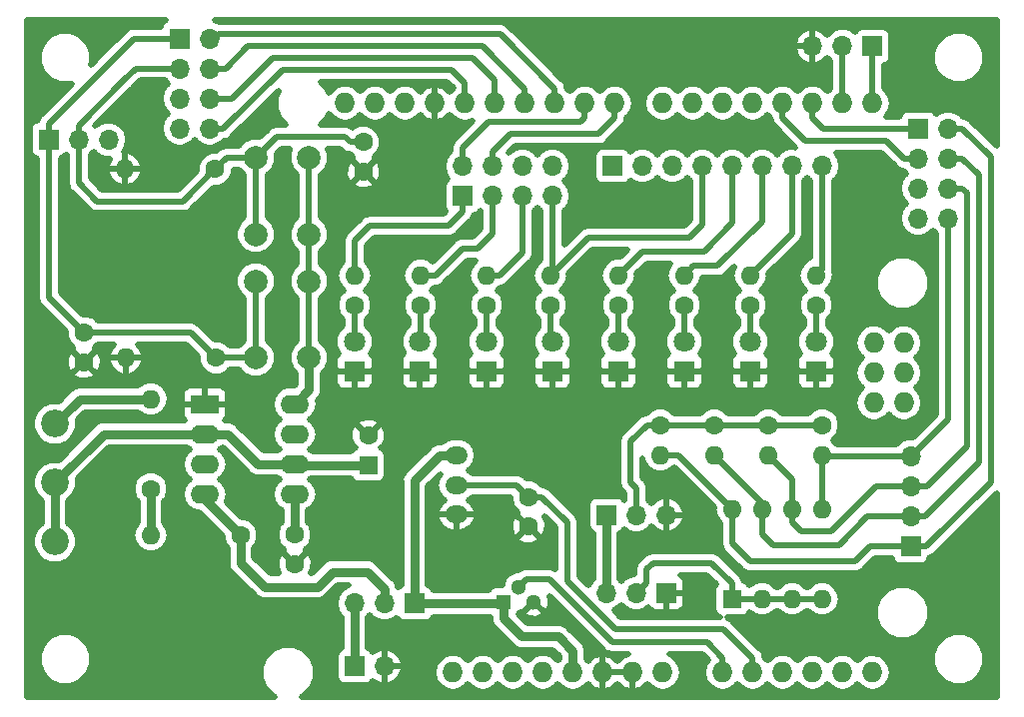
<source format=gbr>
G04 #@! TF.GenerationSoftware,KiCad,Pcbnew,5.0.2+dfsg1-1~bpo9+1*
G04 #@! TF.CreationDate,2021-06-17T18:16:35-03:00*
G04 #@! TF.ProjectId,minilab,6d696e69-6c61-4622-9e6b-696361645f70,rev?*
G04 #@! TF.SameCoordinates,Original*
G04 #@! TF.FileFunction,Copper,L1,Top*
G04 #@! TF.FilePolarity,Positive*
%FSLAX46Y46*%
G04 Gerber Fmt 4.6, Leading zero omitted, Abs format (unit mm)*
G04 Created by KiCad (PCBNEW 5.0.2+dfsg1-1~bpo9+1) date jue 17 jun 2021 18:16:35 -03*
%MOMM*%
%LPD*%
G01*
G04 APERTURE LIST*
G04 #@! TA.AperFunction,ComponentPad*
%ADD10O,1.727200X1.727200*%
G04 #@! TD*
G04 #@! TA.AperFunction,ComponentPad*
%ADD11O,1.700000X1.700000*%
G04 #@! TD*
G04 #@! TA.AperFunction,ComponentPad*
%ADD12R,1.700000X1.700000*%
G04 #@! TD*
G04 #@! TA.AperFunction,ComponentPad*
%ADD13C,2.340000*%
G04 #@! TD*
G04 #@! TA.AperFunction,ComponentPad*
%ADD14R,2.400000X1.600000*%
G04 #@! TD*
G04 #@! TA.AperFunction,ComponentPad*
%ADD15O,2.400000X1.600000*%
G04 #@! TD*
G04 #@! TA.AperFunction,ComponentPad*
%ADD16R,1.600000X1.600000*%
G04 #@! TD*
G04 #@! TA.AperFunction,ComponentPad*
%ADD17O,1.600000X1.600000*%
G04 #@! TD*
G04 #@! TA.AperFunction,ComponentPad*
%ADD18C,1.300000*%
G04 #@! TD*
G04 #@! TA.AperFunction,ComponentPad*
%ADD19R,1.300000X1.300000*%
G04 #@! TD*
G04 #@! TA.AperFunction,ComponentPad*
%ADD20C,1.600000*%
G04 #@! TD*
G04 #@! TA.AperFunction,ComponentPad*
%ADD21R,1.800000X1.800000*%
G04 #@! TD*
G04 #@! TA.AperFunction,ComponentPad*
%ADD22C,1.800000*%
G04 #@! TD*
G04 #@! TA.AperFunction,ComponentPad*
%ADD23C,2.000000*%
G04 #@! TD*
G04 #@! TA.AperFunction,ComponentPad*
%ADD24O,1.899920X1.501140*%
G04 #@! TD*
G04 #@! TA.AperFunction,Conductor*
%ADD25C,0.750000*%
G04 #@! TD*
G04 #@! TA.AperFunction,Conductor*
%ADD26C,0.500000*%
G04 #@! TD*
G04 APERTURE END LIST*
D10*
G04 #@! TO.P,XA1,RST2*
G04 #@! TO.N,N/C*
X163397001Y-94245501D03*
G04 #@! TO.P,XA1,GND4*
X165937001Y-94245501D03*
G04 #@! TO.P,XA1,MOSI*
X165937001Y-91705501D03*
G04 #@! TO.P,XA1,SCK*
X163397001Y-91705501D03*
G04 #@! TO.P,XA1,5V2*
X165937001Y-89165501D03*
G04 #@! TO.P,XA1,A0*
G04 #@! TO.N,/LM35*
X150570001Y-117105501D03*
G04 #@! TO.P,XA1,VIN*
G04 #@! TO.N,N/C*
X145490001Y-117105501D03*
G04 #@! TO.P,XA1,GND3*
G04 #@! TO.N,GND*
X142950001Y-117105501D03*
G04 #@! TO.P,XA1,GND2*
X140410001Y-117105501D03*
G04 #@! TO.P,XA1,5V1*
G04 #@! TO.N,+5V*
X137870001Y-117105501D03*
G04 #@! TO.P,XA1,3V3*
G04 #@! TO.N,N/C*
X135330001Y-117105501D03*
G04 #@! TO.P,XA1,RST1*
X132790001Y-117105501D03*
G04 #@! TO.P,XA1,IORF*
X130250001Y-117105501D03*
G04 #@! TO.P,XA1,D0*
G04 #@! TO.N,Net-(J8-Pad1)*
X163270001Y-68845501D03*
G04 #@! TO.P,XA1,D1*
G04 #@! TO.N,Net-(J8-Pad2)*
X160730001Y-68845501D03*
G04 #@! TO.P,XA1,D2*
G04 #@! TO.N,/SW1*
X158190001Y-68845501D03*
G04 #@! TO.P,XA1,D3*
G04 #@! TO.N,/SW2*
X155650001Y-68845501D03*
G04 #@! TO.P,XA1,D4*
G04 #@! TO.N,/SW3*
X153110001Y-68845501D03*
G04 #@! TO.P,XA1,D5*
G04 #@! TO.N,/SW4*
X150570001Y-68845501D03*
G04 #@! TO.P,XA1,D6*
G04 #@! TO.N,/LED4*
X148030001Y-68845501D03*
G04 #@! TO.P,XA1,D7*
G04 #@! TO.N,/LED3*
X145490001Y-68845501D03*
G04 #@! TO.P,XA1,GND1*
G04 #@! TO.N,GND*
X126186001Y-68845501D03*
G04 #@! TO.P,XA1,D8*
G04 #@! TO.N,/LED2*
X141426001Y-68845501D03*
G04 #@! TO.P,XA1,D9*
G04 #@! TO.N,/LED1*
X138886001Y-68845501D03*
G04 #@! TO.P,XA1,D10*
G04 #@! TO.N,/PUSH1*
X136346001Y-68845501D03*
G04 #@! TO.P,XA1,SCL*
G04 #@! TO.N,N/C*
X118566001Y-68845501D03*
G04 #@! TO.P,XA1,SDA*
X121106001Y-68845501D03*
G04 #@! TO.P,XA1,AREF*
X123646001Y-68845501D03*
G04 #@! TO.P,XA1,D13*
G04 #@! TO.N,/D13*
X128726001Y-68845501D03*
G04 #@! TO.P,XA1,D12*
G04 #@! TO.N,/D12*
X131266001Y-68845501D03*
G04 #@! TO.P,XA1,D11*
G04 #@! TO.N,/PUSH2*
X133806001Y-68845501D03*
G04 #@! TO.P,XA1,*
G04 #@! TO.N,*
X127710001Y-117105501D03*
G04 #@! TO.P,XA1,A1*
G04 #@! TO.N,/POT*
X153110001Y-117105501D03*
G04 #@! TO.P,XA1,A2*
G04 #@! TO.N,N/C*
X155650001Y-117105501D03*
G04 #@! TO.P,XA1,A3*
X158190001Y-117105501D03*
G04 #@! TO.P,XA1,A4*
X160730001Y-117105501D03*
G04 #@! TO.P,XA1,A5*
X163270001Y-117105501D03*
G04 #@! TO.P,XA1,MISO*
X163397001Y-89165501D03*
G04 #@! TD*
D11*
G04 #@! TO.P,J5,8*
G04 #@! TO.N,/D13*
X107090000Y-70970000D03*
G04 #@! TO.P,J5,7*
G04 #@! TO.N,N/C*
X104550000Y-70970000D03*
G04 #@! TO.P,J5,6*
G04 #@! TO.N,/D12*
X107090000Y-68430000D03*
G04 #@! TO.P,J5,5*
G04 #@! TO.N,N/C*
X104550000Y-68430000D03*
G04 #@! TO.P,J5,4*
G04 #@! TO.N,/PUSH2*
X107090000Y-65890000D03*
G04 #@! TO.P,J5,3*
G04 #@! TO.N,Net-(C3-Pad1)*
X104550000Y-65890000D03*
G04 #@! TO.P,J5,2*
G04 #@! TO.N,/PUSH1*
X107090000Y-63350000D03*
D12*
G04 #@! TO.P,J5,1*
G04 #@! TO.N,Net-(C2-Pad1)*
X104550000Y-63350000D03*
G04 #@! TD*
D13*
G04 #@! TO.P,RV1,1*
G04 #@! TO.N,Net-(R3-Pad2)*
X93980000Y-96012000D03*
G04 #@! TO.P,RV1,2*
G04 #@! TO.N,/Tr*
X93980000Y-101012000D03*
G04 #@! TO.P,RV1,3*
X93980000Y-106012000D03*
G04 #@! TD*
D14*
G04 #@! TO.P,U1,1*
G04 #@! TO.N,GND*
X106680000Y-94361000D03*
D15*
G04 #@! TO.P,U1,5*
G04 #@! TO.N,Net-(C1-Pad1)*
X114300000Y-101981000D03*
G04 #@! TO.P,U1,2*
G04 #@! TO.N,/Tr*
X106680000Y-96901000D03*
G04 #@! TO.P,U1,6*
X114300000Y-99441000D03*
G04 #@! TO.P,U1,3*
G04 #@! TO.N,/Osc*
X106680000Y-99441000D03*
G04 #@! TO.P,U1,7*
G04 #@! TO.N,Net-(R3-Pad1)*
X114300000Y-96901000D03*
G04 #@! TO.P,U1,4*
G04 #@! TO.N,VCC*
X106680000Y-101981000D03*
G04 #@! TO.P,U1,8*
X114300000Y-94361000D03*
G04 #@! TD*
D16*
G04 #@! TO.P,SW3,1*
G04 #@! TO.N,Net-(JP1-Pad2)*
X151384000Y-110871000D03*
D17*
G04 #@! TO.P,SW3,5*
G04 #@! TO.N,Net-(J2-Pad4)*
X159004000Y-103251000D03*
G04 #@! TO.P,SW3,2*
G04 #@! TO.N,Net-(JP1-Pad2)*
X153924000Y-110871000D03*
G04 #@! TO.P,SW3,6*
G04 #@! TO.N,Net-(J2-Pad3)*
X156464000Y-103251000D03*
G04 #@! TO.P,SW3,3*
G04 #@! TO.N,Net-(JP1-Pad2)*
X156464000Y-110871000D03*
G04 #@! TO.P,SW3,7*
G04 #@! TO.N,Net-(J2-Pad2)*
X153924000Y-103251000D03*
G04 #@! TO.P,SW3,4*
G04 #@! TO.N,Net-(JP1-Pad2)*
X159004000Y-110871000D03*
G04 #@! TO.P,SW3,8*
G04 #@! TO.N,Net-(J2-Pad1)*
X151384000Y-103251000D03*
G04 #@! TD*
D18*
G04 #@! TO.P,U2,2*
G04 #@! TO.N,/LM35*
X133286500Y-109855000D03*
G04 #@! TO.P,U2,3*
G04 #@! TO.N,GND*
X134556500Y-111125000D03*
D19*
G04 #@! TO.P,U2,1*
G04 #@! TO.N,+5V*
X132016500Y-111125000D03*
G04 #@! TD*
D17*
G04 #@! TO.P,R7,2*
G04 #@! TO.N,Net-(J2-Pad4)*
X159004000Y-98679000D03*
D20*
G04 #@! TO.P,R7,1*
G04 #@! TO.N,Net-(JP2-Pad2)*
X159004000Y-96139000D03*
G04 #@! TD*
G04 #@! TO.P,R8,1*
G04 #@! TO.N,VCC*
X109728000Y-105473500D03*
D17*
G04 #@! TO.P,R8,2*
G04 #@! TO.N,Net-(R3-Pad1)*
X102108000Y-105473500D03*
G04 #@! TD*
D20*
G04 #@! TO.P,C1,2*
G04 #@! TO.N,GND*
X114300000Y-107910000D03*
G04 #@! TO.P,C1,1*
G04 #@! TO.N,Net-(C1-Pad1)*
X114300000Y-105410000D03*
G04 #@! TD*
G04 #@! TO.P,C2,2*
G04 #@! TO.N,GND*
X96443800Y-90790400D03*
G04 #@! TO.P,C2,1*
G04 #@! TO.N,Net-(C2-Pad1)*
X96443800Y-88290400D03*
G04 #@! TD*
G04 #@! TO.P,C3,1*
G04 #@! TO.N,Net-(C3-Pad1)*
X120129300Y-72148700D03*
G04 #@! TO.P,C3,2*
G04 #@! TO.N,GND*
X120129300Y-74648700D03*
G04 #@! TD*
G04 #@! TO.P,C5,1*
G04 #@! TO.N,/POT*
X134112000Y-102235000D03*
G04 #@! TO.P,C5,2*
G04 #@! TO.N,GND*
X134112000Y-104735000D03*
G04 #@! TD*
D21*
G04 #@! TO.P,D1,1*
G04 #@! TO.N,GND*
X119380000Y-91567000D03*
D22*
G04 #@! TO.P,D1,2*
G04 #@! TO.N,Net-(D1-Pad2)*
X119380000Y-89027000D03*
G04 #@! TD*
D21*
G04 #@! TO.P,D2,1*
G04 #@! TO.N,GND*
X124904500Y-91567000D03*
D22*
G04 #@! TO.P,D2,2*
G04 #@! TO.N,Net-(D2-Pad2)*
X124904500Y-89027000D03*
G04 #@! TD*
D21*
G04 #@! TO.P,D3,1*
G04 #@! TO.N,GND*
X130556000Y-91567000D03*
D22*
G04 #@! TO.P,D3,2*
G04 #@! TO.N,Net-(D3-Pad2)*
X130556000Y-89027000D03*
G04 #@! TD*
G04 #@! TO.P,D4,2*
G04 #@! TO.N,Net-(D4-Pad2)*
X136144000Y-89027000D03*
D21*
G04 #@! TO.P,D4,1*
G04 #@! TO.N,GND*
X136144000Y-91567000D03*
G04 #@! TD*
D22*
G04 #@! TO.P,D5,2*
G04 #@! TO.N,Net-(D5-Pad2)*
X141732000Y-89027000D03*
D21*
G04 #@! TO.P,D5,1*
G04 #@! TO.N,GND*
X141732000Y-91567000D03*
G04 #@! TD*
D22*
G04 #@! TO.P,D6,2*
G04 #@! TO.N,Net-(D6-Pad2)*
X147320000Y-89027000D03*
D21*
G04 #@! TO.P,D6,1*
G04 #@! TO.N,GND*
X147320000Y-91567000D03*
G04 #@! TD*
G04 #@! TO.P,D7,1*
G04 #@! TO.N,GND*
X152908000Y-91567000D03*
D22*
G04 #@! TO.P,D7,2*
G04 #@! TO.N,Net-(D7-Pad2)*
X152908000Y-89027000D03*
G04 #@! TD*
G04 #@! TO.P,D8,2*
G04 #@! TO.N,Net-(D8-Pad2)*
X158496000Y-89027000D03*
D21*
G04 #@! TO.P,D8,1*
G04 #@! TO.N,GND*
X158496000Y-91567000D03*
G04 #@! TD*
D12*
G04 #@! TO.P,J1,1*
G04 #@! TO.N,Net-(C2-Pad1)*
X93446600Y-71932800D03*
D11*
G04 #@! TO.P,J1,2*
G04 #@! TO.N,Net-(C3-Pad1)*
X95986600Y-71932800D03*
G04 #@! TO.P,J1,3*
G04 #@! TO.N,/Osc*
X98526600Y-71932800D03*
G04 #@! TD*
D12*
G04 #@! TO.P,J3,1*
G04 #@! TO.N,Net-(J3-Pad1)*
X141224000Y-74168000D03*
D11*
G04 #@! TO.P,J3,2*
G04 #@! TO.N,Net-(J3-Pad2)*
X143764000Y-74168000D03*
G04 #@! TO.P,J3,3*
G04 #@! TO.N,Net-(J3-Pad3)*
X146304000Y-74168000D03*
G04 #@! TO.P,J3,4*
G04 #@! TO.N,Net-(J3-Pad4)*
X148844000Y-74168000D03*
G04 #@! TO.P,J3,5*
G04 #@! TO.N,Net-(J3-Pad5)*
X151384000Y-74168000D03*
G04 #@! TO.P,J3,6*
G04 #@! TO.N,Net-(J3-Pad6)*
X153924000Y-74168000D03*
G04 #@! TO.P,J3,7*
G04 #@! TO.N,Net-(J3-Pad7)*
X156464000Y-74168000D03*
G04 #@! TO.P,J3,8*
G04 #@! TO.N,Net-(J3-Pad8)*
X159004000Y-74168000D03*
G04 #@! TD*
D12*
G04 #@! TO.P,J4,1*
G04 #@! TO.N,Net-(J4-Pad1)*
X119380000Y-116586000D03*
D11*
G04 #@! TO.P,J4,2*
G04 #@! TO.N,GND*
X121920000Y-116586000D03*
G04 #@! TD*
G04 #@! TO.P,JP1,3*
G04 #@! TO.N,VCC*
X140716000Y-110363000D03*
G04 #@! TO.P,JP1,2*
G04 #@! TO.N,Net-(JP1-Pad2)*
X143256000Y-110363000D03*
D12*
G04 #@! TO.P,JP1,1*
G04 #@! TO.N,GND*
X145796000Y-110363000D03*
G04 #@! TD*
G04 #@! TO.P,JP2,1*
G04 #@! TO.N,VCC*
X140716000Y-103759000D03*
D11*
G04 #@! TO.P,JP2,2*
G04 #@! TO.N,Net-(JP2-Pad2)*
X143256000Y-103759000D03*
G04 #@! TO.P,JP2,3*
G04 #@! TO.N,GND*
X145796000Y-103759000D03*
G04 #@! TD*
D12*
G04 #@! TO.P,JP3,1*
G04 #@! TO.N,+5V*
X124460000Y-111252000D03*
D11*
G04 #@! TO.P,JP3,2*
G04 #@! TO.N,VCC*
X121920000Y-111252000D03*
G04 #@! TO.P,JP3,3*
G04 #@! TO.N,Net-(J4-Pad1)*
X119380000Y-111252000D03*
G04 #@! TD*
D23*
G04 #@! TO.P,SW1,1*
G04 #@! TO.N,Net-(C2-Pad1)*
X111010700Y-83924000D03*
G04 #@! TO.P,SW1,2*
G04 #@! TO.N,VCC*
X115510700Y-83924000D03*
G04 #@! TO.P,SW1,1*
G04 #@! TO.N,Net-(C2-Pad1)*
X111010700Y-90424000D03*
G04 #@! TO.P,SW1,2*
G04 #@! TO.N,VCC*
X115510700Y-90424000D03*
G04 #@! TD*
G04 #@! TO.P,SW2,2*
G04 #@! TO.N,VCC*
X115510700Y-79959200D03*
G04 #@! TO.P,SW2,1*
G04 #@! TO.N,Net-(C3-Pad1)*
X111010700Y-79959200D03*
G04 #@! TO.P,SW2,2*
G04 #@! TO.N,VCC*
X115510700Y-73459200D03*
G04 #@! TO.P,SW2,1*
G04 #@! TO.N,Net-(C3-Pad1)*
X111010700Y-73459200D03*
G04 #@! TD*
D16*
G04 #@! TO.P,C4,1*
G04 #@! TO.N,/Tr*
X120523000Y-99528000D03*
D20*
G04 #@! TO.P,C4,2*
G04 #@! TO.N,GND*
X120523000Y-97028000D03*
G04 #@! TD*
D17*
G04 #@! TO.P,R1,2*
G04 #@! TO.N,GND*
X99999800Y-90436700D03*
D20*
G04 #@! TO.P,R1,1*
G04 #@! TO.N,Net-(C2-Pad1)*
X107619800Y-90436700D03*
G04 #@! TD*
D17*
G04 #@! TO.P,R2,2*
G04 #@! TO.N,GND*
X99923600Y-74422000D03*
D20*
G04 #@! TO.P,R2,1*
G04 #@! TO.N,Net-(C3-Pad1)*
X107543600Y-74422000D03*
G04 #@! TD*
D17*
G04 #@! TO.P,R3,2*
G04 #@! TO.N,Net-(R3-Pad2)*
X102108000Y-93916500D03*
D20*
G04 #@! TO.P,R3,1*
G04 #@! TO.N,Net-(R3-Pad1)*
X102108000Y-101536500D03*
G04 #@! TD*
G04 #@! TO.P,R4,1*
G04 #@! TO.N,Net-(JP2-Pad2)*
X145288000Y-96139000D03*
D17*
G04 #@! TO.P,R4,2*
G04 #@! TO.N,Net-(J2-Pad1)*
X145288000Y-98679000D03*
G04 #@! TD*
G04 #@! TO.P,R5,2*
G04 #@! TO.N,Net-(J2-Pad2)*
X149860000Y-98679000D03*
D20*
G04 #@! TO.P,R5,1*
G04 #@! TO.N,Net-(JP2-Pad2)*
X149860000Y-96139000D03*
G04 #@! TD*
G04 #@! TO.P,R6,1*
G04 #@! TO.N,Net-(JP2-Pad2)*
X154432000Y-96139000D03*
D17*
G04 #@! TO.P,R6,2*
G04 #@! TO.N,Net-(J2-Pad3)*
X154432000Y-98679000D03*
G04 #@! TD*
G04 #@! TO.P,R12,2*
G04 #@! TO.N,Net-(J3-Pad1)*
X119380000Y-83439000D03*
D20*
G04 #@! TO.P,R12,1*
G04 #@! TO.N,Net-(D1-Pad2)*
X119380000Y-85979000D03*
G04 #@! TD*
G04 #@! TO.P,R13,1*
G04 #@! TO.N,Net-(D2-Pad2)*
X124968000Y-85979000D03*
D17*
G04 #@! TO.P,R13,2*
G04 #@! TO.N,Net-(J3-Pad2)*
X124968000Y-83439000D03*
G04 #@! TD*
G04 #@! TO.P,R14,2*
G04 #@! TO.N,Net-(J3-Pad3)*
X130556000Y-83439000D03*
D20*
G04 #@! TO.P,R14,1*
G04 #@! TO.N,Net-(D3-Pad2)*
X130556000Y-85979000D03*
G04 #@! TD*
G04 #@! TO.P,R15,1*
G04 #@! TO.N,Net-(D4-Pad2)*
X135974001Y-85979000D03*
D17*
G04 #@! TO.P,R15,2*
G04 #@! TO.N,Net-(J3-Pad4)*
X135974001Y-83439000D03*
G04 #@! TD*
G04 #@! TO.P,R16,2*
G04 #@! TO.N,Net-(J3-Pad5)*
X141732000Y-83439000D03*
D20*
G04 #@! TO.P,R16,1*
G04 #@! TO.N,Net-(D5-Pad2)*
X141732000Y-85979000D03*
G04 #@! TD*
G04 #@! TO.P,R17,1*
G04 #@! TO.N,Net-(D6-Pad2)*
X147320000Y-85979000D03*
D17*
G04 #@! TO.P,R17,2*
G04 #@! TO.N,Net-(J3-Pad6)*
X147320000Y-83439000D03*
G04 #@! TD*
D20*
G04 #@! TO.P,R18,1*
G04 #@! TO.N,Net-(D7-Pad2)*
X152908000Y-85979000D03*
D17*
G04 #@! TO.P,R18,2*
G04 #@! TO.N,Net-(J3-Pad7)*
X152908000Y-83439000D03*
G04 #@! TD*
G04 #@! TO.P,R19,2*
G04 #@! TO.N,Net-(J3-Pad8)*
X158496000Y-83439000D03*
D20*
G04 #@! TO.P,R19,1*
G04 #@! TO.N,Net-(D8-Pad2)*
X158496000Y-85979000D03*
G04 #@! TD*
D11*
G04 #@! TO.P,J6,8*
G04 #@! TO.N,Net-(J2-Pad4)*
X169672000Y-78613000D03*
G04 #@! TO.P,J6,7*
G04 #@! TO.N,/SW4*
X167132000Y-78613000D03*
G04 #@! TO.P,J6,6*
G04 #@! TO.N,Net-(J2-Pad3)*
X169672000Y-76073000D03*
G04 #@! TO.P,J6,5*
G04 #@! TO.N,/SW3*
X167132000Y-76073000D03*
G04 #@! TO.P,J6,4*
G04 #@! TO.N,Net-(J2-Pad2)*
X169672000Y-73533000D03*
G04 #@! TO.P,J6,3*
G04 #@! TO.N,/SW2*
X167132000Y-73533000D03*
G04 #@! TO.P,J6,2*
G04 #@! TO.N,Net-(J2-Pad1)*
X169672000Y-70993000D03*
D12*
G04 #@! TO.P,J6,1*
G04 #@! TO.N,/SW1*
X167132000Y-70993000D03*
G04 #@! TD*
G04 #@! TO.P,J7,1*
G04 #@! TO.N,Net-(J3-Pad1)*
X128524000Y-76708000D03*
D11*
G04 #@! TO.P,J7,2*
G04 #@! TO.N,/LED1*
X128524000Y-74168000D03*
G04 #@! TO.P,J7,3*
G04 #@! TO.N,Net-(J3-Pad2)*
X131064000Y-76708000D03*
G04 #@! TO.P,J7,4*
G04 #@! TO.N,/LED2*
X131064000Y-74168000D03*
G04 #@! TO.P,J7,5*
G04 #@! TO.N,Net-(J3-Pad3)*
X133604000Y-76708000D03*
G04 #@! TO.P,J7,6*
G04 #@! TO.N,/LED3*
X133604000Y-74168000D03*
G04 #@! TO.P,J7,7*
G04 #@! TO.N,Net-(J3-Pad4)*
X136144000Y-76708000D03*
G04 #@! TO.P,J7,8*
G04 #@! TO.N,/LED4*
X136144000Y-74168000D03*
G04 #@! TD*
D12*
G04 #@! TO.P,J2,1*
G04 #@! TO.N,Net-(J2-Pad1)*
X166497000Y-106426000D03*
D11*
G04 #@! TO.P,J2,2*
G04 #@! TO.N,Net-(J2-Pad2)*
X166497000Y-103886000D03*
G04 #@! TO.P,J2,3*
G04 #@! TO.N,Net-(J2-Pad3)*
X166497000Y-101346000D03*
G04 #@! TO.P,J2,4*
G04 #@! TO.N,Net-(J2-Pad4)*
X166497000Y-98806000D03*
G04 #@! TD*
D12*
G04 #@! TO.P,J8,1*
G04 #@! TO.N,Net-(J8-Pad1)*
X163258500Y-64008000D03*
D11*
G04 #@! TO.P,J8,2*
G04 #@! TO.N,Net-(J8-Pad2)*
X160718500Y-64008000D03*
G04 #@! TO.P,J8,3*
G04 #@! TO.N,GND*
X158178500Y-64008000D03*
G04 #@! TD*
D24*
G04 #@! TO.P,RV2,3*
G04 #@! TO.N,GND*
X128000000Y-103718360D03*
G04 #@! TO.P,RV2,2*
G04 #@! TO.N,/POT*
X128000000Y-101219000D03*
G04 #@! TO.P,RV2,1*
G04 #@! TO.N,+5V*
X128000000Y-98719640D03*
G04 #@! TD*
D25*
G04 #@! TO.N,Net-(C1-Pad1)*
X114300000Y-101981000D02*
X114300000Y-105410000D01*
D26*
G04 #@! TO.N,Net-(C2-Pad1)*
X111010700Y-83924000D02*
X111010700Y-90424000D01*
X107632500Y-90424000D02*
X107619800Y-90436700D01*
X111010700Y-90424000D02*
X107632500Y-90424000D01*
X105473500Y-88290400D02*
X107619800Y-90436700D01*
X96443800Y-88290400D02*
X105473500Y-88290400D01*
X93446600Y-85293200D02*
X96443800Y-88290400D01*
X93446600Y-71932800D02*
X93446600Y-85293200D01*
X100700000Y-63350000D02*
X99724500Y-64325500D01*
X93446600Y-70582800D02*
X93446600Y-71932800D01*
X104550000Y-63350000D02*
X100700000Y-63350000D01*
X99724500Y-64325500D02*
X99703900Y-64325500D01*
X99703900Y-64325500D02*
X93446600Y-70582800D01*
G04 #@! TO.N,Net-(C3-Pad1)*
X108506400Y-73459200D02*
X107543600Y-74422000D01*
X111010700Y-73459200D02*
X108506400Y-73459200D01*
X111010700Y-74873413D02*
X111010700Y-79959200D01*
X111010700Y-73459200D02*
X111010700Y-74873413D01*
X112760701Y-71709199D02*
X112010699Y-72459201D01*
X112010699Y-72459201D02*
X111010700Y-73459200D01*
X118558429Y-71709199D02*
X112760701Y-71709199D01*
X118997930Y-72148700D02*
X118558429Y-71709199D01*
X120129300Y-72148700D02*
X118997930Y-72148700D01*
X95986600Y-71932800D02*
X95986600Y-75586600D01*
X95986600Y-75586600D02*
X97550000Y-77150000D01*
X104815600Y-77150000D02*
X107543600Y-74422000D01*
X97550000Y-77150000D02*
X104815600Y-77150000D01*
X95986600Y-70730719D02*
X95986600Y-71932800D01*
X100810000Y-65890000D02*
X99851819Y-66848181D01*
X104550000Y-65890000D02*
X100810000Y-65890000D01*
X99851819Y-66848181D02*
X99851819Y-66865500D01*
X99851819Y-66865500D02*
X95986600Y-70730719D01*
D25*
G04 #@! TO.N,/Tr*
X93980000Y-101012000D02*
X93980000Y-106012000D01*
X98091000Y-96901000D02*
X93980000Y-101012000D01*
X106680000Y-96901000D02*
X98091000Y-96901000D01*
X112350000Y-99441000D02*
X114300000Y-99441000D01*
X111170000Y-99441000D02*
X112350000Y-99441000D01*
X108630000Y-96901000D02*
X111170000Y-99441000D01*
X106680000Y-96901000D02*
X108630000Y-96901000D01*
X114387000Y-99528000D02*
X114300000Y-99441000D01*
X120523000Y-99528000D02*
X114387000Y-99528000D01*
D26*
G04 #@! TO.N,Net-(D1-Pad2)*
X119380000Y-85979000D02*
X119380000Y-89027000D01*
G04 #@! TO.N,Net-(D2-Pad2)*
X124968000Y-88963500D02*
X124904500Y-89027000D01*
X124968000Y-85979000D02*
X124968000Y-88963500D01*
G04 #@! TO.N,Net-(D3-Pad2)*
X130556000Y-85979000D02*
X130556000Y-89027000D01*
G04 #@! TO.N,Net-(D4-Pad2)*
X135974001Y-88857001D02*
X136144000Y-89027000D01*
X135974001Y-85979000D02*
X135974001Y-88857001D01*
G04 #@! TO.N,Net-(D5-Pad2)*
X141732000Y-85979000D02*
X141732000Y-89027000D01*
G04 #@! TO.N,Net-(D6-Pad2)*
X147320000Y-85979000D02*
X147320000Y-89027000D01*
G04 #@! TO.N,Net-(D7-Pad2)*
X152908000Y-85979000D02*
X152908000Y-89027000D01*
G04 #@! TO.N,Net-(D8-Pad2)*
X158496000Y-85979000D02*
X158496000Y-89027000D01*
G04 #@! TO.N,/SW2*
X165929919Y-73533000D02*
X164389929Y-71993010D01*
X164389929Y-71993010D02*
X157576196Y-71993010D01*
X167132000Y-73533000D02*
X165929919Y-73533000D01*
X155650001Y-70066815D02*
X155650001Y-68845501D01*
X157576196Y-71993010D02*
X155650001Y-70066815D01*
G04 #@! TO.N,/SW1*
X158190001Y-68845501D02*
X158190001Y-70066815D01*
X165782000Y-70993000D02*
X167132000Y-70993000D01*
X159116186Y-70993000D02*
X165782000Y-70993000D01*
X158190001Y-70066815D02*
X159116186Y-70993000D01*
G04 #@! TO.N,/LED1*
X130708898Y-70459102D02*
X128524000Y-72644000D01*
X128524000Y-72644000D02*
X128524000Y-74168000D01*
X138493714Y-70459102D02*
X130708898Y-70459102D01*
X138886001Y-70066815D02*
X138493714Y-70459102D01*
X138886001Y-68845501D02*
X138886001Y-70066815D01*
G04 #@! TO.N,/LED2*
X131064000Y-72965919D02*
X131064000Y-74168000D01*
X141426001Y-68845501D02*
X141426001Y-70066815D01*
X132570807Y-71459112D02*
X131064000Y-72965919D01*
X141426001Y-70066815D02*
X140033704Y-71459112D01*
X140033704Y-71459112D02*
X132570807Y-71459112D01*
G04 #@! TO.N,Net-(J3-Pad5)*
X143764000Y-81407000D02*
X141732000Y-83439000D01*
X148971000Y-81407000D02*
X143764000Y-81407000D01*
X151384000Y-78994000D02*
X148971000Y-81407000D01*
X151384000Y-74168000D02*
X151384000Y-78994000D01*
G04 #@! TO.N,Net-(J3-Pad6)*
X153924000Y-77216000D02*
X153924000Y-74168000D01*
X147320000Y-83439000D02*
X148119999Y-82639001D01*
X153924000Y-78867000D02*
X153924000Y-77216000D01*
X148119999Y-82639001D02*
X150151999Y-82639001D01*
X150151999Y-82639001D02*
X153924000Y-78867000D01*
G04 #@! TO.N,Net-(J3-Pad7)*
X156464000Y-79883000D02*
X152908000Y-83439000D01*
X156464000Y-74168000D02*
X156464000Y-79883000D01*
G04 #@! TO.N,Net-(J3-Pad8)*
X159004000Y-82931000D02*
X158496000Y-83439000D01*
X159004000Y-74168000D02*
X159004000Y-82931000D01*
D25*
G04 #@! TO.N,Net-(J4-Pad1)*
X119380000Y-116586000D02*
X119380000Y-111252000D01*
G04 #@! TO.N,VCC*
X106680000Y-102425500D02*
X109728000Y-105473500D01*
X106680000Y-101981000D02*
X106680000Y-102425500D01*
X121920000Y-110049919D02*
X120455081Y-108585000D01*
X121920000Y-111252000D02*
X121920000Y-110049919D01*
X120455081Y-108585000D02*
X117475000Y-108585000D01*
X117475000Y-108585000D02*
X116205000Y-109855000D01*
X116205000Y-109855000D02*
X111760000Y-109855000D01*
X109728000Y-107823000D02*
X109728000Y-105473500D01*
X111760000Y-109855000D02*
X109728000Y-107823000D01*
X140716000Y-103759000D02*
X140716000Y-110363000D01*
D26*
X115510700Y-74873413D02*
X115510700Y-79959200D01*
X115510700Y-73459200D02*
X115510700Y-74873413D01*
X115510700Y-79959200D02*
X115510700Y-83924000D01*
X115510700Y-85338213D02*
X115510700Y-90424000D01*
X115510700Y-83924000D02*
X115510700Y-85338213D01*
D25*
X115510700Y-93150300D02*
X114300000Y-94361000D01*
X115510700Y-90424000D02*
X115510700Y-93150300D01*
D26*
G04 #@! TO.N,Net-(JP1-Pad2)*
X151384000Y-110871000D02*
X153924000Y-110871000D01*
X153924000Y-110871000D02*
X156464000Y-110871000D01*
X156464000Y-110871000D02*
X159004000Y-110871000D01*
X151384000Y-109571000D02*
X149636000Y-107823000D01*
X151384000Y-110871000D02*
X151384000Y-109571000D01*
X149636000Y-107823000D02*
X144653000Y-107823000D01*
X144105999Y-109513001D02*
X143256000Y-110363000D01*
X144105999Y-108370001D02*
X144105999Y-109513001D01*
X144653000Y-107823000D02*
X144105999Y-108370001D01*
G04 #@! TO.N,Net-(JP2-Pad2)*
X159004000Y-96139000D02*
X154432000Y-96139000D01*
X149860000Y-96139000D02*
X154432000Y-96139000D01*
X149860000Y-96139000D02*
X145288000Y-96139000D01*
X144156630Y-96139000D02*
X142748000Y-97547630D01*
X145288000Y-96139000D02*
X144156630Y-96139000D01*
X142748000Y-97547630D02*
X142748000Y-100965000D01*
X143256000Y-101473000D02*
X143256000Y-103759000D01*
X142748000Y-100965000D02*
X143256000Y-101473000D01*
D25*
G04 #@! TO.N,+5V*
X126566930Y-98719640D02*
X126766320Y-98719640D01*
X124460000Y-100826570D02*
X126566930Y-98719640D01*
X124460000Y-111252000D02*
X124460000Y-100826570D01*
X131889500Y-111252000D02*
X132016500Y-111125000D01*
X124460000Y-111252000D02*
X131889500Y-111252000D01*
X132016500Y-112525000D02*
X133537500Y-114046000D01*
X132016500Y-111125000D02*
X132016500Y-112525000D01*
X133537500Y-114046000D02*
X136652000Y-114046000D01*
X137870001Y-115264001D02*
X137870001Y-117105501D01*
X136652000Y-114046000D02*
X137870001Y-115264001D01*
X128016000Y-98719640D02*
X126566930Y-98719640D01*
G04 #@! TO.N,Net-(R3-Pad2)*
X96075500Y-93916500D02*
X93980000Y-96012000D01*
X102108000Y-93916500D02*
X96075500Y-93916500D01*
D26*
G04 #@! TO.N,/PUSH1*
X136346001Y-68845501D02*
X136346001Y-67624187D01*
X131721784Y-62999970D02*
X107900030Y-62999970D01*
X136346001Y-67624187D02*
X131721784Y-62999970D01*
X107550000Y-63350000D02*
X107090000Y-63350000D01*
X107900030Y-62999970D02*
X107550000Y-63350000D01*
G04 #@! TO.N,/PUSH2*
X130181794Y-63999980D02*
X133806001Y-67624187D01*
X133806001Y-67624187D02*
X133806001Y-68845501D01*
X130181794Y-63999980D02*
X110350020Y-63999980D01*
X108292081Y-65890000D02*
X107090000Y-65890000D01*
X108460000Y-65890000D02*
X108292081Y-65890000D01*
X110350020Y-63999980D02*
X108460000Y-65890000D01*
G04 #@! TO.N,Net-(J2-Pad4)*
X169672000Y-95631000D02*
X166497000Y-98806000D01*
X169672000Y-78613000D02*
X169672000Y-95631000D01*
D25*
X159131000Y-98806000D02*
X159004000Y-98679000D01*
D26*
X166497000Y-98806000D02*
X159131000Y-98806000D01*
X159004000Y-103251000D02*
X159004000Y-98679000D01*
G04 #@! TO.N,Net-(J2-Pad3)*
X169672000Y-76073000D02*
X170874081Y-76073000D01*
X171272001Y-76470920D02*
X171272001Y-97967999D01*
X170874081Y-76073000D02*
X171272001Y-76470920D01*
X167894000Y-101346000D02*
X166497000Y-101346000D01*
X171272001Y-97967999D02*
X167894000Y-101346000D01*
X156464000Y-100711000D02*
X154432000Y-98679000D01*
X156464000Y-103251000D02*
X156464000Y-100711000D01*
X166497000Y-101346000D02*
X163576000Y-101346000D01*
X163576000Y-101346000D02*
X159766000Y-105156000D01*
X159766000Y-105156000D02*
X157226000Y-105156000D01*
X156464000Y-104394000D02*
X156464000Y-103251000D01*
X157226000Y-105156000D02*
X156464000Y-104394000D01*
G04 #@! TO.N,Net-(J2-Pad2)*
X172272011Y-99313070D02*
X167699081Y-103886000D01*
X172272011Y-74930930D02*
X172272011Y-99313070D01*
X170874081Y-73533000D02*
X172272011Y-74930930D01*
X167699081Y-103886000D02*
X166497000Y-103886000D01*
X169672000Y-73533000D02*
X170874081Y-73533000D01*
X166497000Y-103886000D02*
X162814000Y-103886000D01*
X162814000Y-103886000D02*
X160401000Y-106299000D01*
X160401000Y-106299000D02*
X154813000Y-106299000D01*
X153924000Y-105410000D02*
X153924000Y-103251000D01*
X154813000Y-106299000D02*
X153924000Y-105410000D01*
X153924000Y-102743000D02*
X153924000Y-103251000D01*
X149860000Y-98679000D02*
X153924000Y-102743000D01*
G04 #@! TO.N,Net-(J2-Pad1)*
X167847000Y-106426000D02*
X166497000Y-106426000D01*
X173272021Y-101000979D02*
X167847000Y-106426000D01*
X173272021Y-73390940D02*
X173272021Y-101000979D01*
X170874081Y-70993000D02*
X173272021Y-73390940D01*
X169672000Y-70993000D02*
X170874081Y-70993000D01*
X166497000Y-106426000D02*
X163068000Y-106426000D01*
X163068000Y-106426000D02*
X161798000Y-107696000D01*
X161798000Y-107696000D02*
X152908000Y-107696000D01*
X151384000Y-106172000D02*
X151384000Y-103251000D01*
X152908000Y-107696000D02*
X151384000Y-106172000D01*
X146812000Y-98679000D02*
X151384000Y-103251000D01*
X145288000Y-98679000D02*
X146812000Y-98679000D01*
G04 #@! TO.N,Net-(J3-Pad1)*
X128524000Y-76708000D02*
X128524000Y-78058000D01*
X128524000Y-78058000D02*
X127334000Y-79248000D01*
X121158000Y-79248000D02*
X120650000Y-79248000D01*
X119380000Y-83439000D02*
X119380000Y-80518000D01*
X120650000Y-79248000D02*
X119380000Y-80518000D01*
X127334000Y-79248000D02*
X121158000Y-79248000D01*
G04 #@! TO.N,Net-(J3-Pad2)*
X131064000Y-76708000D02*
X131064000Y-79883000D01*
X129794000Y-81153000D02*
X128524000Y-81153000D01*
X126238000Y-83439000D02*
X124968000Y-83439000D01*
X131064000Y-79883000D02*
X129794000Y-81153000D01*
X128524000Y-81153000D02*
X126238000Y-83439000D01*
G04 #@! TO.N,Net-(J3-Pad3)*
X133604000Y-78359000D02*
X133604000Y-76708000D01*
X133604000Y-81522370D02*
X133604000Y-78359000D01*
X131687370Y-83439000D02*
X133604000Y-81522370D01*
X130556000Y-83439000D02*
X131687370Y-83439000D01*
G04 #@! TO.N,Net-(J3-Pad4)*
X135974001Y-76877999D02*
X136144000Y-76708000D01*
X136144000Y-83269001D02*
X135974001Y-83439000D01*
X136144000Y-76708000D02*
X136144000Y-83269001D01*
X139149001Y-80264000D02*
X135974001Y-83439000D01*
X147736000Y-80264000D02*
X139149001Y-80264000D01*
X148844000Y-79156000D02*
X147736000Y-80264000D01*
X148844000Y-74168000D02*
X148844000Y-79156000D01*
G04 #@! TO.N,/D12*
X131266001Y-66866001D02*
X131266001Y-68845501D01*
X129399990Y-64999990D02*
X131266001Y-66866001D01*
X129399990Y-64999990D02*
X112400010Y-64999990D01*
X108970000Y-68430000D02*
X107090000Y-68430000D01*
X112400010Y-64999990D02*
X108970000Y-68430000D01*
G04 #@! TO.N,/D13*
X108200000Y-71050000D02*
X107170000Y-71050000D01*
X128726001Y-68845501D02*
X128726001Y-67126001D01*
X128726001Y-67126001D02*
X127600000Y-66000000D01*
X127600000Y-66000000D02*
X113250000Y-66000000D01*
X107170000Y-71050000D02*
X107090000Y-70970000D01*
X113250000Y-66000000D02*
X108200000Y-71050000D01*
G04 #@! TO.N,Net-(J8-Pad1)*
X163258500Y-68834000D02*
X163270001Y-68845501D01*
X163258500Y-64008000D02*
X163258500Y-68834000D01*
G04 #@! TO.N,Net-(J8-Pad2)*
X160718500Y-68834000D02*
X160730001Y-68845501D01*
X160718500Y-64008000D02*
X160718500Y-68834000D01*
G04 #@! TO.N,/POT*
X135243370Y-102235000D02*
X137414000Y-104405630D01*
X134112000Y-102235000D02*
X135243370Y-102235000D01*
X153110001Y-115884187D02*
X150636814Y-113411000D01*
X153110001Y-117105501D02*
X153110001Y-115884187D01*
X150636814Y-113411000D02*
X141495226Y-113411000D01*
X137414000Y-109329774D02*
X137414000Y-104405630D01*
X141495226Y-113411000D02*
X137414000Y-109329774D01*
X133096000Y-101219000D02*
X134112000Y-102235000D01*
X128016000Y-101219000D02*
X133096000Y-101219000D01*
G04 #@! TO.N,/LM35*
X133936499Y-109205001D02*
X133286500Y-109855000D01*
X135875001Y-109205001D02*
X133936499Y-109205001D01*
X149239814Y-114554000D02*
X141224000Y-114554000D01*
X150570001Y-115884187D02*
X149239814Y-114554000D01*
X141224000Y-114554000D02*
X135875001Y-109205001D01*
X150570001Y-117105501D02*
X150570001Y-115884187D01*
D25*
G04 #@! TO.N,Net-(R3-Pad1)*
X102108000Y-101536500D02*
X102108000Y-105473500D01*
G04 #@! TD*
D26*
G04 #@! TO.N,GND*
G36*
X103153513Y-61953513D02*
X102985980Y-62204243D01*
X102958578Y-62342000D01*
X100799270Y-62342000D01*
X100699999Y-62322254D01*
X100600729Y-62342000D01*
X100600726Y-62342000D01*
X100306698Y-62400486D01*
X99973273Y-62623273D01*
X99917039Y-62707434D01*
X99123419Y-63501055D01*
X98977173Y-63598773D01*
X98920939Y-63682934D01*
X97044841Y-65559032D01*
X97101470Y-65422318D01*
X97101470Y-64524082D01*
X96757730Y-63694220D01*
X96122580Y-63059070D01*
X95292718Y-62715330D01*
X94394482Y-62715330D01*
X93564620Y-63059070D01*
X92929470Y-63694220D01*
X92585730Y-64524082D01*
X92585730Y-65422318D01*
X92929470Y-66252180D01*
X93564620Y-66887330D01*
X94394482Y-67231070D01*
X95292718Y-67231070D01*
X95429433Y-67174441D01*
X92804038Y-69799836D01*
X92719873Y-69856073D01*
X92512729Y-70166088D01*
X92497086Y-70189499D01*
X92468040Y-70335522D01*
X92300843Y-70368780D01*
X92050113Y-70536313D01*
X91882580Y-70787043D01*
X91823750Y-71082800D01*
X91823750Y-72782800D01*
X91882580Y-73078557D01*
X92050113Y-73329287D01*
X92300843Y-73496820D01*
X92438600Y-73524222D01*
X92438601Y-85193921D01*
X92418853Y-85293200D01*
X92497086Y-85686501D01*
X92566389Y-85790219D01*
X92719874Y-86019927D01*
X92804036Y-86076162D01*
X94885800Y-88157927D01*
X94885800Y-88600305D01*
X95122991Y-89172936D01*
X95503716Y-89553661D01*
X95457374Y-89798317D01*
X96443800Y-90784743D01*
X97430226Y-89798317D01*
X97383884Y-89553661D01*
X97639145Y-89298400D01*
X98979986Y-89298400D01*
X98737004Y-89524170D01*
X98483919Y-90076883D01*
X98461612Y-90189025D01*
X98631306Y-90432700D01*
X99995800Y-90432700D01*
X99995800Y-90412700D01*
X100003800Y-90412700D01*
X100003800Y-90432700D01*
X101368294Y-90432700D01*
X101537988Y-90189025D01*
X101515681Y-90076883D01*
X101262596Y-89524170D01*
X101019614Y-89298400D01*
X105055974Y-89298400D01*
X106061800Y-90304227D01*
X106061800Y-90746605D01*
X106298991Y-91319236D01*
X106737264Y-91757509D01*
X107309895Y-91994700D01*
X107929705Y-91994700D01*
X108502336Y-91757509D01*
X108827845Y-91432000D01*
X109532513Y-91432000D01*
X110014873Y-91914360D01*
X110661012Y-92182000D01*
X111360388Y-92182000D01*
X112006527Y-91914360D01*
X112501060Y-91419827D01*
X112768700Y-90773688D01*
X112768700Y-90074312D01*
X112501060Y-89428173D01*
X112018700Y-88945813D01*
X112018700Y-85402187D01*
X112501060Y-84919827D01*
X112768700Y-84273688D01*
X112768700Y-83574312D01*
X112501060Y-82928173D01*
X112006527Y-82433640D01*
X111360388Y-82166000D01*
X110661012Y-82166000D01*
X110014873Y-82433640D01*
X109520340Y-82928173D01*
X109252700Y-83574312D01*
X109252700Y-84273688D01*
X109520340Y-84919827D01*
X110002700Y-85402187D01*
X110002701Y-88945812D01*
X109532513Y-89416000D01*
X108802445Y-89416000D01*
X108502336Y-89115891D01*
X107929705Y-88878700D01*
X107487327Y-88878700D01*
X106256464Y-87647838D01*
X106200227Y-87563673D01*
X105866802Y-87340886D01*
X105572774Y-87282400D01*
X105473500Y-87262653D01*
X105374226Y-87282400D01*
X97639145Y-87282400D01*
X97326336Y-86969591D01*
X96753705Y-86732400D01*
X96311327Y-86732400D01*
X94454600Y-84875674D01*
X94454600Y-73524222D01*
X94592357Y-73496820D01*
X94843087Y-73329287D01*
X94947778Y-73172606D01*
X94978600Y-73193201D01*
X94978601Y-75487321D01*
X94958853Y-75586600D01*
X95037086Y-75979901D01*
X95099293Y-76073000D01*
X95259874Y-76313327D01*
X95344036Y-76369562D01*
X96767037Y-77792564D01*
X96823273Y-77876727D01*
X97156698Y-78099514D01*
X97450726Y-78158000D01*
X97450730Y-78158000D01*
X97549999Y-78177746D01*
X97649268Y-78158000D01*
X104716326Y-78158000D01*
X104815600Y-78177747D01*
X104914874Y-78158000D01*
X105208902Y-78099514D01*
X105542327Y-77876727D01*
X105598564Y-77792562D01*
X107411127Y-75980000D01*
X107853505Y-75980000D01*
X108426136Y-75742809D01*
X108864409Y-75304536D01*
X109101600Y-74731905D01*
X109101600Y-74467200D01*
X109532513Y-74467200D01*
X110002700Y-74937387D01*
X110002701Y-78481012D01*
X109520340Y-78963373D01*
X109252700Y-79609512D01*
X109252700Y-80308888D01*
X109520340Y-80955027D01*
X110014873Y-81449560D01*
X110661012Y-81717200D01*
X111360388Y-81717200D01*
X112006527Y-81449560D01*
X112501060Y-80955027D01*
X112768700Y-80308888D01*
X112768700Y-79609512D01*
X112501060Y-78963373D01*
X112018700Y-78481013D01*
X112018700Y-74937387D01*
X112501060Y-74455027D01*
X112768700Y-73808888D01*
X112768700Y-73126727D01*
X112793659Y-73101768D01*
X112793661Y-73101765D01*
X113178228Y-72717199D01*
X113915202Y-72717199D01*
X113752700Y-73109512D01*
X113752700Y-73808888D01*
X114020340Y-74455027D01*
X114502700Y-74937387D01*
X114502701Y-78481012D01*
X114020340Y-78963373D01*
X113752700Y-79609512D01*
X113752700Y-80308888D01*
X114020340Y-80955027D01*
X114502700Y-81437387D01*
X114502701Y-82445812D01*
X114020340Y-82928173D01*
X113752700Y-83574312D01*
X113752700Y-84273688D01*
X114020340Y-84919827D01*
X114502700Y-85402187D01*
X114502701Y-88945812D01*
X114020340Y-89428173D01*
X113752700Y-90074312D01*
X113752700Y-90773688D01*
X114020340Y-91419827D01*
X114377700Y-91777187D01*
X114377701Y-92680995D01*
X114255696Y-92803000D01*
X113746550Y-92803000D01*
X113292099Y-92893396D01*
X112776745Y-93237745D01*
X112432396Y-93753099D01*
X112311477Y-94361000D01*
X112432396Y-94968901D01*
X112776745Y-95484255D01*
X112996364Y-95631000D01*
X112776745Y-95777745D01*
X112432396Y-96293099D01*
X112311477Y-96901000D01*
X112432396Y-97508901D01*
X112776745Y-98024255D01*
X112996364Y-98171000D01*
X112791329Y-98308000D01*
X111639304Y-98308000D01*
X109510058Y-96178755D01*
X109446847Y-96084153D01*
X109072074Y-95833738D01*
X108741587Y-95768000D01*
X108741586Y-95768000D01*
X108630000Y-95745804D01*
X108518414Y-95768000D01*
X108344974Y-95768000D01*
X108522602Y-95590372D01*
X108638000Y-95311775D01*
X108638000Y-94554500D01*
X108448500Y-94365000D01*
X106684000Y-94365000D01*
X106684000Y-94385000D01*
X106676000Y-94385000D01*
X106676000Y-94365000D01*
X104911500Y-94365000D01*
X104722000Y-94554500D01*
X104722000Y-95311775D01*
X104837398Y-95590372D01*
X105015026Y-95768000D01*
X98202586Y-95768000D01*
X98091000Y-95745804D01*
X97979414Y-95768000D01*
X97979413Y-95768000D01*
X97648926Y-95833738D01*
X97274153Y-96084153D01*
X97210944Y-96178752D01*
X94305697Y-99084000D01*
X93596497Y-99084000D01*
X92887876Y-99377520D01*
X92345520Y-99919876D01*
X92052000Y-100628497D01*
X92052000Y-101395503D01*
X92345520Y-102104124D01*
X92847000Y-102605604D01*
X92847001Y-104418395D01*
X92345520Y-104919876D01*
X92052000Y-105628497D01*
X92052000Y-106395503D01*
X92345520Y-107104124D01*
X92887876Y-107646480D01*
X93596497Y-107940000D01*
X94363503Y-107940000D01*
X95072124Y-107646480D01*
X95614480Y-107104124D01*
X95908000Y-106395503D01*
X95908000Y-105628497D01*
X95843799Y-105473500D01*
X100519477Y-105473500D01*
X100640396Y-106081401D01*
X100984745Y-106596755D01*
X101500099Y-106941104D01*
X101954550Y-107031500D01*
X102261450Y-107031500D01*
X102715901Y-106941104D01*
X103231255Y-106596755D01*
X103575604Y-106081401D01*
X103696523Y-105473500D01*
X103575604Y-104865599D01*
X103241000Y-104364829D01*
X103241000Y-102606845D01*
X103428809Y-102419036D01*
X103666000Y-101846405D01*
X103666000Y-101226595D01*
X103428809Y-100653964D01*
X102990536Y-100215691D01*
X102417905Y-99978500D01*
X101798095Y-99978500D01*
X101225464Y-100215691D01*
X100787191Y-100653964D01*
X100550000Y-101226595D01*
X100550000Y-101846405D01*
X100787191Y-102419036D01*
X100975000Y-102606845D01*
X100975001Y-104364828D01*
X100640396Y-104865599D01*
X100519477Y-105473500D01*
X95843799Y-105473500D01*
X95614480Y-104919876D01*
X95113000Y-104418396D01*
X95113000Y-102605604D01*
X95614480Y-102104124D01*
X95908000Y-101395503D01*
X95908000Y-100686303D01*
X98560304Y-98034000D01*
X105171329Y-98034000D01*
X105376364Y-98171000D01*
X105156745Y-98317745D01*
X104812396Y-98833099D01*
X104691477Y-99441000D01*
X104812396Y-100048901D01*
X105156745Y-100564255D01*
X105376364Y-100711000D01*
X105156745Y-100857745D01*
X104812396Y-101373099D01*
X104691477Y-101981000D01*
X104812396Y-102588901D01*
X105156745Y-103104255D01*
X105672099Y-103448604D01*
X106126550Y-103539000D01*
X106191197Y-103539000D01*
X108170000Y-105517804D01*
X108170000Y-105783405D01*
X108407191Y-106356036D01*
X108595001Y-106543846D01*
X108595000Y-107711414D01*
X108572804Y-107823000D01*
X108595000Y-107934586D01*
X108660738Y-108265073D01*
X108911153Y-108639847D01*
X109005755Y-108703058D01*
X110879944Y-110577248D01*
X110943153Y-110671847D01*
X111317926Y-110922262D01*
X111648413Y-110988000D01*
X111648414Y-110988000D01*
X111760000Y-111010196D01*
X111871586Y-110988000D01*
X116093414Y-110988000D01*
X116205000Y-111010196D01*
X116316586Y-110988000D01*
X116316587Y-110988000D01*
X116647074Y-110922262D01*
X117021847Y-110671847D01*
X117085058Y-110577245D01*
X117944304Y-109718000D01*
X118849607Y-109718000D01*
X118752590Y-109737298D01*
X118220697Y-110092697D01*
X117865298Y-110624590D01*
X117740498Y-111252000D01*
X117865298Y-111879410D01*
X118220697Y-112411303D01*
X118247001Y-112428879D01*
X118247000Y-115019442D01*
X118234243Y-115021980D01*
X117983513Y-115189513D01*
X117815980Y-115440243D01*
X117757150Y-115736000D01*
X117757150Y-117436000D01*
X117815980Y-117731757D01*
X117983513Y-117982487D01*
X118234243Y-118150020D01*
X118530000Y-118208850D01*
X120230000Y-118208850D01*
X120525757Y-118150020D01*
X120776487Y-117982487D01*
X120897061Y-117802036D01*
X120978081Y-117889247D01*
X121548511Y-118150500D01*
X121664503Y-118173572D01*
X121916000Y-118004494D01*
X121916000Y-116590000D01*
X121924000Y-116590000D01*
X121924000Y-118004494D01*
X122175497Y-118173572D01*
X122291489Y-118150500D01*
X122861919Y-117889247D01*
X123288951Y-117429586D01*
X123507572Y-116841497D01*
X123338495Y-116590000D01*
X121924000Y-116590000D01*
X121916000Y-116590000D01*
X121896000Y-116590000D01*
X121896000Y-116582000D01*
X121916000Y-116582000D01*
X121916000Y-115167506D01*
X121924000Y-115167506D01*
X121924000Y-116582000D01*
X123338495Y-116582000D01*
X123507572Y-116330503D01*
X123288951Y-115742414D01*
X122861919Y-115282753D01*
X122291489Y-115021500D01*
X122175497Y-114998428D01*
X121924000Y-115167506D01*
X121916000Y-115167506D01*
X121664503Y-114998428D01*
X121548511Y-115021500D01*
X120978081Y-115282753D01*
X120897061Y-115369964D01*
X120776487Y-115189513D01*
X120525757Y-115021980D01*
X120513000Y-115019442D01*
X120513000Y-112428878D01*
X120539303Y-112411303D01*
X120650000Y-112245633D01*
X120760697Y-112411303D01*
X121292590Y-112766702D01*
X121761629Y-112860000D01*
X122078371Y-112860000D01*
X122547410Y-112766702D01*
X122958822Y-112491806D01*
X123063513Y-112648487D01*
X123314243Y-112816020D01*
X123610000Y-112874850D01*
X125310000Y-112874850D01*
X125605757Y-112816020D01*
X125856487Y-112648487D01*
X126024020Y-112397757D01*
X126026558Y-112385000D01*
X130883500Y-112385000D01*
X130883500Y-112413414D01*
X130861304Y-112525000D01*
X130883500Y-112636586D01*
X130883500Y-112636587D01*
X130949238Y-112967074D01*
X131199654Y-113341847D01*
X131294253Y-113405056D01*
X132657444Y-114768248D01*
X132720653Y-114862847D01*
X132815252Y-114926056D01*
X132847049Y-114947302D01*
X133095426Y-115113262D01*
X133425913Y-115179000D01*
X133425914Y-115179000D01*
X133537500Y-115201196D01*
X133649086Y-115179000D01*
X136182697Y-115179000D01*
X136737001Y-115733305D01*
X136737001Y-115912266D01*
X136700893Y-115936393D01*
X136600001Y-116087388D01*
X136499109Y-115936393D01*
X135962718Y-115577987D01*
X135489715Y-115483901D01*
X135170287Y-115483901D01*
X134697284Y-115577987D01*
X134160893Y-115936393D01*
X134060001Y-116087388D01*
X133959109Y-115936393D01*
X133422718Y-115577987D01*
X132949715Y-115483901D01*
X132630287Y-115483901D01*
X132157284Y-115577987D01*
X131620893Y-115936393D01*
X131520001Y-116087388D01*
X131419109Y-115936393D01*
X130882718Y-115577987D01*
X130409715Y-115483901D01*
X130090287Y-115483901D01*
X129617284Y-115577987D01*
X129080893Y-115936393D01*
X128980001Y-116087388D01*
X128879109Y-115936393D01*
X128342718Y-115577987D01*
X127869715Y-115483901D01*
X127550287Y-115483901D01*
X127077284Y-115577987D01*
X126540893Y-115936393D01*
X126182487Y-116472784D01*
X126056632Y-117105501D01*
X126182487Y-117738218D01*
X126540893Y-118274609D01*
X127077284Y-118633015D01*
X127550287Y-118727101D01*
X127869715Y-118727101D01*
X128342718Y-118633015D01*
X128879109Y-118274609D01*
X128980001Y-118123614D01*
X129080893Y-118274609D01*
X129617284Y-118633015D01*
X130090287Y-118727101D01*
X130409715Y-118727101D01*
X130882718Y-118633015D01*
X131419109Y-118274609D01*
X131520001Y-118123614D01*
X131620893Y-118274609D01*
X132157284Y-118633015D01*
X132630287Y-118727101D01*
X132949715Y-118727101D01*
X133422718Y-118633015D01*
X133959109Y-118274609D01*
X134060001Y-118123614D01*
X134160893Y-118274609D01*
X134697284Y-118633015D01*
X135170287Y-118727101D01*
X135489715Y-118727101D01*
X135962718Y-118633015D01*
X136499109Y-118274609D01*
X136600001Y-118123614D01*
X136700893Y-118274609D01*
X137237284Y-118633015D01*
X137710287Y-118727101D01*
X138029715Y-118727101D01*
X138502718Y-118633015D01*
X139039109Y-118274609D01*
X139151171Y-118106897D01*
X139559309Y-118486048D01*
X140152377Y-118706506D01*
X140406001Y-118537596D01*
X140406001Y-117109501D01*
X140414001Y-117109501D01*
X140414001Y-118537596D01*
X140667625Y-118706506D01*
X141260693Y-118486048D01*
X141680001Y-118096520D01*
X142099309Y-118486048D01*
X142692377Y-118706506D01*
X142946001Y-118537596D01*
X142946001Y-117109501D01*
X140414001Y-117109501D01*
X140406001Y-117109501D01*
X140386001Y-117109501D01*
X140386001Y-117101501D01*
X140406001Y-117101501D01*
X140406001Y-115673406D01*
X140152377Y-115504496D01*
X139559309Y-115724954D01*
X139151171Y-116104105D01*
X139039109Y-115936393D01*
X139003001Y-115912266D01*
X139003001Y-115375588D01*
X139025197Y-115264001D01*
X138937263Y-114821926D01*
X138750057Y-114541753D01*
X138686848Y-114447154D01*
X138592249Y-114383945D01*
X137532058Y-113323755D01*
X137468847Y-113229153D01*
X137094074Y-112978738D01*
X136763587Y-112913000D01*
X136763586Y-112913000D01*
X136652000Y-112890804D01*
X136540414Y-112913000D01*
X134006804Y-112913000D01*
X133294019Y-112200215D01*
X133380520Y-112070757D01*
X133392816Y-112008939D01*
X133678218Y-112008939D01*
X133715925Y-112288758D01*
X134225261Y-112521846D01*
X134785025Y-112542277D01*
X135309998Y-112346941D01*
X135397075Y-112288758D01*
X135434782Y-112008939D01*
X134556500Y-111130657D01*
X133678218Y-112008939D01*
X133392816Y-112008939D01*
X133401215Y-111966717D01*
X133672561Y-112003282D01*
X134550843Y-111125000D01*
X134536701Y-111110858D01*
X134542358Y-111105201D01*
X134556500Y-111119343D01*
X134570642Y-111105201D01*
X134576299Y-111110858D01*
X134562157Y-111125000D01*
X135440439Y-112003282D01*
X135720258Y-111965575D01*
X135953346Y-111456239D01*
X135973777Y-110896475D01*
X135874715Y-110630241D01*
X140441040Y-115196567D01*
X140497273Y-115280727D01*
X140581432Y-115336960D01*
X140581433Y-115336961D01*
X140830698Y-115503514D01*
X141224000Y-115581747D01*
X141323274Y-115562000D01*
X142537682Y-115562000D01*
X142099309Y-115724954D01*
X141680001Y-116114482D01*
X141260693Y-115724954D01*
X140667625Y-115504496D01*
X140414001Y-115673406D01*
X140414001Y-117101501D01*
X142946001Y-117101501D01*
X142946001Y-117081501D01*
X142954001Y-117081501D01*
X142954001Y-117101501D01*
X142974001Y-117101501D01*
X142974001Y-117109501D01*
X142954001Y-117109501D01*
X142954001Y-118537596D01*
X143207625Y-118706506D01*
X143800693Y-118486048D01*
X144208831Y-118106897D01*
X144320893Y-118274609D01*
X144857284Y-118633015D01*
X145330287Y-118727101D01*
X145649715Y-118727101D01*
X146122718Y-118633015D01*
X146659109Y-118274609D01*
X147017515Y-117738218D01*
X147143370Y-117105501D01*
X147017515Y-116472784D01*
X146659109Y-115936393D01*
X146122718Y-115577987D01*
X146042346Y-115562000D01*
X148822288Y-115562000D01*
X149319097Y-116058809D01*
X149042487Y-116472784D01*
X148916632Y-117105501D01*
X149042487Y-117738218D01*
X149400893Y-118274609D01*
X149937284Y-118633015D01*
X150410287Y-118727101D01*
X150729715Y-118727101D01*
X151202718Y-118633015D01*
X151739109Y-118274609D01*
X151840001Y-118123614D01*
X151940893Y-118274609D01*
X152477284Y-118633015D01*
X152950287Y-118727101D01*
X153269715Y-118727101D01*
X153742718Y-118633015D01*
X154279109Y-118274609D01*
X154380001Y-118123614D01*
X154480893Y-118274609D01*
X155017284Y-118633015D01*
X155490287Y-118727101D01*
X155809715Y-118727101D01*
X156282718Y-118633015D01*
X156819109Y-118274609D01*
X156920001Y-118123614D01*
X157020893Y-118274609D01*
X157557284Y-118633015D01*
X158030287Y-118727101D01*
X158349715Y-118727101D01*
X158822718Y-118633015D01*
X159359109Y-118274609D01*
X159460001Y-118123614D01*
X159560893Y-118274609D01*
X160097284Y-118633015D01*
X160570287Y-118727101D01*
X160889715Y-118727101D01*
X161362718Y-118633015D01*
X161899109Y-118274609D01*
X162000001Y-118123614D01*
X162100893Y-118274609D01*
X162637284Y-118633015D01*
X163110287Y-118727101D01*
X163429715Y-118727101D01*
X163902718Y-118633015D01*
X164439109Y-118274609D01*
X164797515Y-117738218D01*
X164923370Y-117105501D01*
X164797515Y-116472784D01*
X164439109Y-115936393D01*
X163902718Y-115577987D01*
X163647807Y-115527282D01*
X168328530Y-115527282D01*
X168328530Y-116425518D01*
X168672270Y-117255380D01*
X169307420Y-117890530D01*
X170137282Y-118234270D01*
X171035518Y-118234270D01*
X171865380Y-117890530D01*
X172500530Y-117255380D01*
X172844270Y-116425518D01*
X172844270Y-115527282D01*
X172500530Y-114697420D01*
X171865380Y-114062270D01*
X171035518Y-113718530D01*
X170137282Y-113718530D01*
X169307420Y-114062270D01*
X168672270Y-114697420D01*
X168328530Y-115527282D01*
X163647807Y-115527282D01*
X163429715Y-115483901D01*
X163110287Y-115483901D01*
X162637284Y-115577987D01*
X162100893Y-115936393D01*
X162000001Y-116087388D01*
X161899109Y-115936393D01*
X161362718Y-115577987D01*
X160889715Y-115483901D01*
X160570287Y-115483901D01*
X160097284Y-115577987D01*
X159560893Y-115936393D01*
X159460001Y-116087388D01*
X159359109Y-115936393D01*
X158822718Y-115577987D01*
X158349715Y-115483901D01*
X158030287Y-115483901D01*
X157557284Y-115577987D01*
X157020893Y-115936393D01*
X156920001Y-116087388D01*
X156819109Y-115936393D01*
X156282718Y-115577987D01*
X155809715Y-115483901D01*
X155490287Y-115483901D01*
X155017284Y-115577987D01*
X154480893Y-115936393D01*
X154380001Y-116087388D01*
X154279109Y-115936393D01*
X154128056Y-115835462D01*
X154059515Y-115490886D01*
X154059515Y-115490885D01*
X153836728Y-115157460D01*
X153752568Y-115101226D01*
X151419778Y-112768438D01*
X151363541Y-112684273D01*
X151030116Y-112461486D01*
X150941454Y-112443850D01*
X152184000Y-112443850D01*
X152479757Y-112385020D01*
X152730487Y-112217487D01*
X152855293Y-112030703D01*
X153316099Y-112338604D01*
X153770550Y-112429000D01*
X154077450Y-112429000D01*
X154531901Y-112338604D01*
X155047255Y-111994255D01*
X155124266Y-111879000D01*
X155263734Y-111879000D01*
X155340745Y-111994255D01*
X155856099Y-112338604D01*
X156310550Y-112429000D01*
X156617450Y-112429000D01*
X157071901Y-112338604D01*
X157587255Y-111994255D01*
X157664266Y-111879000D01*
X157803734Y-111879000D01*
X157880745Y-111994255D01*
X158396099Y-112338604D01*
X158850550Y-112429000D01*
X159157450Y-112429000D01*
X159611901Y-112338604D01*
X160127255Y-111994255D01*
X160419776Y-111556466D01*
X163452001Y-111556466D01*
X163452001Y-112494536D01*
X163810985Y-113361201D01*
X164474301Y-114024517D01*
X165340966Y-114383501D01*
X166279036Y-114383501D01*
X167145701Y-114024517D01*
X167809017Y-113361201D01*
X168168001Y-112494536D01*
X168168001Y-111556466D01*
X167809017Y-110689801D01*
X167145701Y-110026485D01*
X166279036Y-109667501D01*
X165340966Y-109667501D01*
X164474301Y-110026485D01*
X163810985Y-110689801D01*
X163452001Y-111556466D01*
X160419776Y-111556466D01*
X160471604Y-111478901D01*
X160592523Y-110871000D01*
X160471604Y-110263099D01*
X160127255Y-109747745D01*
X159611901Y-109403396D01*
X159157450Y-109313000D01*
X158850550Y-109313000D01*
X158396099Y-109403396D01*
X157880745Y-109747745D01*
X157803734Y-109863000D01*
X157664266Y-109863000D01*
X157587255Y-109747745D01*
X157071901Y-109403396D01*
X156617450Y-109313000D01*
X156310550Y-109313000D01*
X155856099Y-109403396D01*
X155340745Y-109747745D01*
X155263734Y-109863000D01*
X155124266Y-109863000D01*
X155047255Y-109747745D01*
X154531901Y-109403396D01*
X154077450Y-109313000D01*
X153770550Y-109313000D01*
X153316099Y-109403396D01*
X152855293Y-109711297D01*
X152730487Y-109524513D01*
X152479757Y-109356980D01*
X152364620Y-109334078D01*
X152333514Y-109177698D01*
X152110727Y-108844273D01*
X152026564Y-108788037D01*
X150418964Y-107180438D01*
X150362727Y-107096273D01*
X150029302Y-106873486D01*
X149735274Y-106815000D01*
X149636000Y-106795253D01*
X149536726Y-106815000D01*
X144752273Y-106815000D01*
X144652999Y-106795253D01*
X144259698Y-106873486D01*
X143926273Y-107096273D01*
X143870036Y-107180438D01*
X143463437Y-107587037D01*
X143379272Y-107643274D01*
X143184625Y-107934586D01*
X143156485Y-107976700D01*
X143078252Y-108370001D01*
X143097999Y-108469276D01*
X143097999Y-108755000D01*
X143097629Y-108755000D01*
X142628590Y-108848298D01*
X142096697Y-109203697D01*
X141986000Y-109369367D01*
X141875303Y-109203697D01*
X141849000Y-109186122D01*
X141849000Y-105325558D01*
X141861757Y-105323020D01*
X142112487Y-105155487D01*
X142217178Y-104998806D01*
X142628590Y-105273702D01*
X143097629Y-105367000D01*
X143414371Y-105367000D01*
X143883410Y-105273702D01*
X144415303Y-104918303D01*
X144542920Y-104727310D01*
X144854081Y-105062247D01*
X145424511Y-105323500D01*
X145540503Y-105346572D01*
X145792000Y-105177494D01*
X145792000Y-103763000D01*
X145800000Y-103763000D01*
X145800000Y-105177494D01*
X146051497Y-105346572D01*
X146167489Y-105323500D01*
X146737919Y-105062247D01*
X147164951Y-104602586D01*
X147383572Y-104014497D01*
X147214495Y-103763000D01*
X145800000Y-103763000D01*
X145792000Y-103763000D01*
X145772000Y-103763000D01*
X145772000Y-103755000D01*
X145792000Y-103755000D01*
X145792000Y-102340506D01*
X145800000Y-102340506D01*
X145800000Y-103755000D01*
X147214495Y-103755000D01*
X147383572Y-103503503D01*
X147164951Y-102915414D01*
X146737919Y-102455753D01*
X146167489Y-102194500D01*
X146051497Y-102171428D01*
X145800000Y-102340506D01*
X145792000Y-102340506D01*
X145540503Y-102171428D01*
X145424511Y-102194500D01*
X144854081Y-102455753D01*
X144542920Y-102790690D01*
X144415303Y-102599697D01*
X144264000Y-102498600D01*
X144264000Y-101572268D01*
X144283746Y-101472999D01*
X144264000Y-101373730D01*
X144264000Y-101373726D01*
X144205514Y-101079698D01*
X143982727Y-100746273D01*
X143898562Y-100690036D01*
X143756000Y-100547474D01*
X143756000Y-98963160D01*
X143820396Y-99286901D01*
X144164745Y-99802255D01*
X144680099Y-100146604D01*
X145134550Y-100237000D01*
X145441450Y-100237000D01*
X145895901Y-100146604D01*
X146411255Y-99802255D01*
X146450698Y-99743224D01*
X149822520Y-103115047D01*
X149795477Y-103251000D01*
X149916396Y-103858901D01*
X150260745Y-104374255D01*
X150376001Y-104451266D01*
X150376000Y-106072726D01*
X150356253Y-106172000D01*
X150416974Y-106477262D01*
X150434486Y-106565301D01*
X150657273Y-106898727D01*
X150741438Y-106954964D01*
X152125037Y-108338564D01*
X152181273Y-108422727D01*
X152514698Y-108645514D01*
X152808726Y-108704000D01*
X152808730Y-108704000D01*
X152907999Y-108723746D01*
X153007268Y-108704000D01*
X161698726Y-108704000D01*
X161798000Y-108723747D01*
X161897274Y-108704000D01*
X162191302Y-108645514D01*
X162524727Y-108422727D01*
X162580964Y-108338562D01*
X163485527Y-107434000D01*
X164905578Y-107434000D01*
X164932980Y-107571757D01*
X165100513Y-107822487D01*
X165351243Y-107990020D01*
X165647000Y-108048850D01*
X167347000Y-108048850D01*
X167642757Y-107990020D01*
X167893487Y-107822487D01*
X168061020Y-107571757D01*
X168094278Y-107404560D01*
X168240302Y-107375514D01*
X168573727Y-107152727D01*
X168629964Y-107068562D01*
X173792001Y-101906526D01*
X173792001Y-119182000D01*
X114888640Y-119182000D01*
X115075701Y-119104517D01*
X115739017Y-118441201D01*
X116098001Y-117574536D01*
X116098001Y-116636466D01*
X115739017Y-115769801D01*
X115075701Y-115106485D01*
X114209036Y-114747501D01*
X113270966Y-114747501D01*
X112404301Y-115106485D01*
X111740985Y-115769801D01*
X111382001Y-116636466D01*
X111382001Y-117574536D01*
X111740985Y-118441201D01*
X112404301Y-119104517D01*
X112591362Y-119182000D01*
X91638000Y-119182000D01*
X91638000Y-115527282D01*
X92585730Y-115527282D01*
X92585730Y-116425518D01*
X92929470Y-117255380D01*
X93564620Y-117890530D01*
X94394482Y-118234270D01*
X95292718Y-118234270D01*
X96122580Y-117890530D01*
X96757730Y-117255380D01*
X97101470Y-116425518D01*
X97101470Y-115527282D01*
X96757730Y-114697420D01*
X96122580Y-114062270D01*
X95292718Y-113718530D01*
X94394482Y-113718530D01*
X93564620Y-114062270D01*
X92929470Y-114697420D01*
X92585730Y-115527282D01*
X91638000Y-115527282D01*
X91638000Y-95628497D01*
X92052000Y-95628497D01*
X92052000Y-96395503D01*
X92345520Y-97104124D01*
X92887876Y-97646480D01*
X93596497Y-97940000D01*
X94363503Y-97940000D01*
X95072124Y-97646480D01*
X95614480Y-97104124D01*
X95908000Y-96395503D01*
X95908000Y-95686304D01*
X96544804Y-95049500D01*
X100999329Y-95049500D01*
X101500099Y-95384104D01*
X101954550Y-95474500D01*
X102261450Y-95474500D01*
X102715901Y-95384104D01*
X103231255Y-95039755D01*
X103575604Y-94524401D01*
X103696523Y-93916500D01*
X103595819Y-93410225D01*
X104722000Y-93410225D01*
X104722000Y-94167500D01*
X104911500Y-94357000D01*
X106676000Y-94357000D01*
X106676000Y-92992500D01*
X106684000Y-92992500D01*
X106684000Y-94357000D01*
X108448500Y-94357000D01*
X108638000Y-94167500D01*
X108638000Y-93410225D01*
X108522602Y-93131628D01*
X108309373Y-92918399D01*
X108030776Y-92803000D01*
X106873500Y-92803000D01*
X106684000Y-92992500D01*
X106676000Y-92992500D01*
X106486500Y-92803000D01*
X105329224Y-92803000D01*
X105050627Y-92918399D01*
X104837398Y-93131628D01*
X104722000Y-93410225D01*
X103595819Y-93410225D01*
X103575604Y-93308599D01*
X103231255Y-92793245D01*
X102715901Y-92448896D01*
X102261450Y-92358500D01*
X101954550Y-92358500D01*
X101500099Y-92448896D01*
X100999329Y-92783500D01*
X96187087Y-92783500D01*
X96075500Y-92761304D01*
X95633425Y-92849238D01*
X95419019Y-92992500D01*
X95258653Y-93099653D01*
X95195444Y-93194252D01*
X94305696Y-94084000D01*
X93596497Y-94084000D01*
X92887876Y-94377520D01*
X92345520Y-94919876D01*
X92052000Y-95628497D01*
X91638000Y-95628497D01*
X91638000Y-91782483D01*
X95457374Y-91782483D01*
X95513329Y-92077889D01*
X96076858Y-92335961D01*
X96696250Y-92358735D01*
X97277209Y-92142744D01*
X97374271Y-92077889D01*
X97430226Y-91782483D01*
X96443800Y-90796057D01*
X95457374Y-91782483D01*
X91638000Y-91782483D01*
X91638000Y-91042850D01*
X94875465Y-91042850D01*
X95091456Y-91623809D01*
X95156311Y-91720871D01*
X95451717Y-91776826D01*
X96438143Y-90790400D01*
X96449457Y-90790400D01*
X97435883Y-91776826D01*
X97731289Y-91720871D01*
X97989361Y-91157342D01*
X98006751Y-90684375D01*
X98461612Y-90684375D01*
X98483919Y-90796517D01*
X98737004Y-91349230D01*
X99182339Y-91763019D01*
X99752125Y-91974888D01*
X99995800Y-91805195D01*
X99995800Y-90440700D01*
X100003800Y-90440700D01*
X100003800Y-91805195D01*
X100247475Y-91974888D01*
X100817261Y-91763019D01*
X101262596Y-91349230D01*
X101515681Y-90796517D01*
X101537988Y-90684375D01*
X101368294Y-90440700D01*
X100003800Y-90440700D01*
X99995800Y-90440700D01*
X98631306Y-90440700D01*
X98461612Y-90684375D01*
X98006751Y-90684375D01*
X98012135Y-90537950D01*
X97796144Y-89956991D01*
X97731289Y-89859929D01*
X97435883Y-89803974D01*
X96449457Y-90790400D01*
X96438143Y-90790400D01*
X95451717Y-89803974D01*
X95156311Y-89859929D01*
X94898239Y-90423458D01*
X94875465Y-91042850D01*
X91638000Y-91042850D01*
X91638000Y-61793000D01*
X103393737Y-61793000D01*
X103153513Y-61953513D01*
X103153513Y-61953513D01*
G37*
X103153513Y-61953513D02*
X102985980Y-62204243D01*
X102958578Y-62342000D01*
X100799270Y-62342000D01*
X100699999Y-62322254D01*
X100600729Y-62342000D01*
X100600726Y-62342000D01*
X100306698Y-62400486D01*
X99973273Y-62623273D01*
X99917039Y-62707434D01*
X99123419Y-63501055D01*
X98977173Y-63598773D01*
X98920939Y-63682934D01*
X97044841Y-65559032D01*
X97101470Y-65422318D01*
X97101470Y-64524082D01*
X96757730Y-63694220D01*
X96122580Y-63059070D01*
X95292718Y-62715330D01*
X94394482Y-62715330D01*
X93564620Y-63059070D01*
X92929470Y-63694220D01*
X92585730Y-64524082D01*
X92585730Y-65422318D01*
X92929470Y-66252180D01*
X93564620Y-66887330D01*
X94394482Y-67231070D01*
X95292718Y-67231070D01*
X95429433Y-67174441D01*
X92804038Y-69799836D01*
X92719873Y-69856073D01*
X92512729Y-70166088D01*
X92497086Y-70189499D01*
X92468040Y-70335522D01*
X92300843Y-70368780D01*
X92050113Y-70536313D01*
X91882580Y-70787043D01*
X91823750Y-71082800D01*
X91823750Y-72782800D01*
X91882580Y-73078557D01*
X92050113Y-73329287D01*
X92300843Y-73496820D01*
X92438600Y-73524222D01*
X92438601Y-85193921D01*
X92418853Y-85293200D01*
X92497086Y-85686501D01*
X92566389Y-85790219D01*
X92719874Y-86019927D01*
X92804036Y-86076162D01*
X94885800Y-88157927D01*
X94885800Y-88600305D01*
X95122991Y-89172936D01*
X95503716Y-89553661D01*
X95457374Y-89798317D01*
X96443800Y-90784743D01*
X97430226Y-89798317D01*
X97383884Y-89553661D01*
X97639145Y-89298400D01*
X98979986Y-89298400D01*
X98737004Y-89524170D01*
X98483919Y-90076883D01*
X98461612Y-90189025D01*
X98631306Y-90432700D01*
X99995800Y-90432700D01*
X99995800Y-90412700D01*
X100003800Y-90412700D01*
X100003800Y-90432700D01*
X101368294Y-90432700D01*
X101537988Y-90189025D01*
X101515681Y-90076883D01*
X101262596Y-89524170D01*
X101019614Y-89298400D01*
X105055974Y-89298400D01*
X106061800Y-90304227D01*
X106061800Y-90746605D01*
X106298991Y-91319236D01*
X106737264Y-91757509D01*
X107309895Y-91994700D01*
X107929705Y-91994700D01*
X108502336Y-91757509D01*
X108827845Y-91432000D01*
X109532513Y-91432000D01*
X110014873Y-91914360D01*
X110661012Y-92182000D01*
X111360388Y-92182000D01*
X112006527Y-91914360D01*
X112501060Y-91419827D01*
X112768700Y-90773688D01*
X112768700Y-90074312D01*
X112501060Y-89428173D01*
X112018700Y-88945813D01*
X112018700Y-85402187D01*
X112501060Y-84919827D01*
X112768700Y-84273688D01*
X112768700Y-83574312D01*
X112501060Y-82928173D01*
X112006527Y-82433640D01*
X111360388Y-82166000D01*
X110661012Y-82166000D01*
X110014873Y-82433640D01*
X109520340Y-82928173D01*
X109252700Y-83574312D01*
X109252700Y-84273688D01*
X109520340Y-84919827D01*
X110002700Y-85402187D01*
X110002701Y-88945812D01*
X109532513Y-89416000D01*
X108802445Y-89416000D01*
X108502336Y-89115891D01*
X107929705Y-88878700D01*
X107487327Y-88878700D01*
X106256464Y-87647838D01*
X106200227Y-87563673D01*
X105866802Y-87340886D01*
X105572774Y-87282400D01*
X105473500Y-87262653D01*
X105374226Y-87282400D01*
X97639145Y-87282400D01*
X97326336Y-86969591D01*
X96753705Y-86732400D01*
X96311327Y-86732400D01*
X94454600Y-84875674D01*
X94454600Y-73524222D01*
X94592357Y-73496820D01*
X94843087Y-73329287D01*
X94947778Y-73172606D01*
X94978600Y-73193201D01*
X94978601Y-75487321D01*
X94958853Y-75586600D01*
X95037086Y-75979901D01*
X95099293Y-76073000D01*
X95259874Y-76313327D01*
X95344036Y-76369562D01*
X96767037Y-77792564D01*
X96823273Y-77876727D01*
X97156698Y-78099514D01*
X97450726Y-78158000D01*
X97450730Y-78158000D01*
X97549999Y-78177746D01*
X97649268Y-78158000D01*
X104716326Y-78158000D01*
X104815600Y-78177747D01*
X104914874Y-78158000D01*
X105208902Y-78099514D01*
X105542327Y-77876727D01*
X105598564Y-77792562D01*
X107411127Y-75980000D01*
X107853505Y-75980000D01*
X108426136Y-75742809D01*
X108864409Y-75304536D01*
X109101600Y-74731905D01*
X109101600Y-74467200D01*
X109532513Y-74467200D01*
X110002700Y-74937387D01*
X110002701Y-78481012D01*
X109520340Y-78963373D01*
X109252700Y-79609512D01*
X109252700Y-80308888D01*
X109520340Y-80955027D01*
X110014873Y-81449560D01*
X110661012Y-81717200D01*
X111360388Y-81717200D01*
X112006527Y-81449560D01*
X112501060Y-80955027D01*
X112768700Y-80308888D01*
X112768700Y-79609512D01*
X112501060Y-78963373D01*
X112018700Y-78481013D01*
X112018700Y-74937387D01*
X112501060Y-74455027D01*
X112768700Y-73808888D01*
X112768700Y-73126727D01*
X112793659Y-73101768D01*
X112793661Y-73101765D01*
X113178228Y-72717199D01*
X113915202Y-72717199D01*
X113752700Y-73109512D01*
X113752700Y-73808888D01*
X114020340Y-74455027D01*
X114502700Y-74937387D01*
X114502701Y-78481012D01*
X114020340Y-78963373D01*
X113752700Y-79609512D01*
X113752700Y-80308888D01*
X114020340Y-80955027D01*
X114502700Y-81437387D01*
X114502701Y-82445812D01*
X114020340Y-82928173D01*
X113752700Y-83574312D01*
X113752700Y-84273688D01*
X114020340Y-84919827D01*
X114502700Y-85402187D01*
X114502701Y-88945812D01*
X114020340Y-89428173D01*
X113752700Y-90074312D01*
X113752700Y-90773688D01*
X114020340Y-91419827D01*
X114377700Y-91777187D01*
X114377701Y-92680995D01*
X114255696Y-92803000D01*
X113746550Y-92803000D01*
X113292099Y-92893396D01*
X112776745Y-93237745D01*
X112432396Y-93753099D01*
X112311477Y-94361000D01*
X112432396Y-94968901D01*
X112776745Y-95484255D01*
X112996364Y-95631000D01*
X112776745Y-95777745D01*
X112432396Y-96293099D01*
X112311477Y-96901000D01*
X112432396Y-97508901D01*
X112776745Y-98024255D01*
X112996364Y-98171000D01*
X112791329Y-98308000D01*
X111639304Y-98308000D01*
X109510058Y-96178755D01*
X109446847Y-96084153D01*
X109072074Y-95833738D01*
X108741587Y-95768000D01*
X108741586Y-95768000D01*
X108630000Y-95745804D01*
X108518414Y-95768000D01*
X108344974Y-95768000D01*
X108522602Y-95590372D01*
X108638000Y-95311775D01*
X108638000Y-94554500D01*
X108448500Y-94365000D01*
X106684000Y-94365000D01*
X106684000Y-94385000D01*
X106676000Y-94385000D01*
X106676000Y-94365000D01*
X104911500Y-94365000D01*
X104722000Y-94554500D01*
X104722000Y-95311775D01*
X104837398Y-95590372D01*
X105015026Y-95768000D01*
X98202586Y-95768000D01*
X98091000Y-95745804D01*
X97979414Y-95768000D01*
X97979413Y-95768000D01*
X97648926Y-95833738D01*
X97274153Y-96084153D01*
X97210944Y-96178752D01*
X94305697Y-99084000D01*
X93596497Y-99084000D01*
X92887876Y-99377520D01*
X92345520Y-99919876D01*
X92052000Y-100628497D01*
X92052000Y-101395503D01*
X92345520Y-102104124D01*
X92847000Y-102605604D01*
X92847001Y-104418395D01*
X92345520Y-104919876D01*
X92052000Y-105628497D01*
X92052000Y-106395503D01*
X92345520Y-107104124D01*
X92887876Y-107646480D01*
X93596497Y-107940000D01*
X94363503Y-107940000D01*
X95072124Y-107646480D01*
X95614480Y-107104124D01*
X95908000Y-106395503D01*
X95908000Y-105628497D01*
X95843799Y-105473500D01*
X100519477Y-105473500D01*
X100640396Y-106081401D01*
X100984745Y-106596755D01*
X101500099Y-106941104D01*
X101954550Y-107031500D01*
X102261450Y-107031500D01*
X102715901Y-106941104D01*
X103231255Y-106596755D01*
X103575604Y-106081401D01*
X103696523Y-105473500D01*
X103575604Y-104865599D01*
X103241000Y-104364829D01*
X103241000Y-102606845D01*
X103428809Y-102419036D01*
X103666000Y-101846405D01*
X103666000Y-101226595D01*
X103428809Y-100653964D01*
X102990536Y-100215691D01*
X102417905Y-99978500D01*
X101798095Y-99978500D01*
X101225464Y-100215691D01*
X100787191Y-100653964D01*
X100550000Y-101226595D01*
X100550000Y-101846405D01*
X100787191Y-102419036D01*
X100975000Y-102606845D01*
X100975001Y-104364828D01*
X100640396Y-104865599D01*
X100519477Y-105473500D01*
X95843799Y-105473500D01*
X95614480Y-104919876D01*
X95113000Y-104418396D01*
X95113000Y-102605604D01*
X95614480Y-102104124D01*
X95908000Y-101395503D01*
X95908000Y-100686303D01*
X98560304Y-98034000D01*
X105171329Y-98034000D01*
X105376364Y-98171000D01*
X105156745Y-98317745D01*
X104812396Y-98833099D01*
X104691477Y-99441000D01*
X104812396Y-100048901D01*
X105156745Y-100564255D01*
X105376364Y-100711000D01*
X105156745Y-100857745D01*
X104812396Y-101373099D01*
X104691477Y-101981000D01*
X104812396Y-102588901D01*
X105156745Y-103104255D01*
X105672099Y-103448604D01*
X106126550Y-103539000D01*
X106191197Y-103539000D01*
X108170000Y-105517804D01*
X108170000Y-105783405D01*
X108407191Y-106356036D01*
X108595001Y-106543846D01*
X108595000Y-107711414D01*
X108572804Y-107823000D01*
X108595000Y-107934586D01*
X108660738Y-108265073D01*
X108911153Y-108639847D01*
X109005755Y-108703058D01*
X110879944Y-110577248D01*
X110943153Y-110671847D01*
X111317926Y-110922262D01*
X111648413Y-110988000D01*
X111648414Y-110988000D01*
X111760000Y-111010196D01*
X111871586Y-110988000D01*
X116093414Y-110988000D01*
X116205000Y-111010196D01*
X116316586Y-110988000D01*
X116316587Y-110988000D01*
X116647074Y-110922262D01*
X117021847Y-110671847D01*
X117085058Y-110577245D01*
X117944304Y-109718000D01*
X118849607Y-109718000D01*
X118752590Y-109737298D01*
X118220697Y-110092697D01*
X117865298Y-110624590D01*
X117740498Y-111252000D01*
X117865298Y-111879410D01*
X118220697Y-112411303D01*
X118247001Y-112428879D01*
X118247000Y-115019442D01*
X118234243Y-115021980D01*
X117983513Y-115189513D01*
X117815980Y-115440243D01*
X117757150Y-115736000D01*
X117757150Y-117436000D01*
X117815980Y-117731757D01*
X117983513Y-117982487D01*
X118234243Y-118150020D01*
X118530000Y-118208850D01*
X120230000Y-118208850D01*
X120525757Y-118150020D01*
X120776487Y-117982487D01*
X120897061Y-117802036D01*
X120978081Y-117889247D01*
X121548511Y-118150500D01*
X121664503Y-118173572D01*
X121916000Y-118004494D01*
X121916000Y-116590000D01*
X121924000Y-116590000D01*
X121924000Y-118004494D01*
X122175497Y-118173572D01*
X122291489Y-118150500D01*
X122861919Y-117889247D01*
X123288951Y-117429586D01*
X123507572Y-116841497D01*
X123338495Y-116590000D01*
X121924000Y-116590000D01*
X121916000Y-116590000D01*
X121896000Y-116590000D01*
X121896000Y-116582000D01*
X121916000Y-116582000D01*
X121916000Y-115167506D01*
X121924000Y-115167506D01*
X121924000Y-116582000D01*
X123338495Y-116582000D01*
X123507572Y-116330503D01*
X123288951Y-115742414D01*
X122861919Y-115282753D01*
X122291489Y-115021500D01*
X122175497Y-114998428D01*
X121924000Y-115167506D01*
X121916000Y-115167506D01*
X121664503Y-114998428D01*
X121548511Y-115021500D01*
X120978081Y-115282753D01*
X120897061Y-115369964D01*
X120776487Y-115189513D01*
X120525757Y-115021980D01*
X120513000Y-115019442D01*
X120513000Y-112428878D01*
X120539303Y-112411303D01*
X120650000Y-112245633D01*
X120760697Y-112411303D01*
X121292590Y-112766702D01*
X121761629Y-112860000D01*
X122078371Y-112860000D01*
X122547410Y-112766702D01*
X122958822Y-112491806D01*
X123063513Y-112648487D01*
X123314243Y-112816020D01*
X123610000Y-112874850D01*
X125310000Y-112874850D01*
X125605757Y-112816020D01*
X125856487Y-112648487D01*
X126024020Y-112397757D01*
X126026558Y-112385000D01*
X130883500Y-112385000D01*
X130883500Y-112413414D01*
X130861304Y-112525000D01*
X130883500Y-112636586D01*
X130883500Y-112636587D01*
X130949238Y-112967074D01*
X131199654Y-113341847D01*
X131294253Y-113405056D01*
X132657444Y-114768248D01*
X132720653Y-114862847D01*
X132815252Y-114926056D01*
X132847049Y-114947302D01*
X133095426Y-115113262D01*
X133425913Y-115179000D01*
X133425914Y-115179000D01*
X133537500Y-115201196D01*
X133649086Y-115179000D01*
X136182697Y-115179000D01*
X136737001Y-115733305D01*
X136737001Y-115912266D01*
X136700893Y-115936393D01*
X136600001Y-116087388D01*
X136499109Y-115936393D01*
X135962718Y-115577987D01*
X135489715Y-115483901D01*
X135170287Y-115483901D01*
X134697284Y-115577987D01*
X134160893Y-115936393D01*
X134060001Y-116087388D01*
X133959109Y-115936393D01*
X133422718Y-115577987D01*
X132949715Y-115483901D01*
X132630287Y-115483901D01*
X132157284Y-115577987D01*
X131620893Y-115936393D01*
X131520001Y-116087388D01*
X131419109Y-115936393D01*
X130882718Y-115577987D01*
X130409715Y-115483901D01*
X130090287Y-115483901D01*
X129617284Y-115577987D01*
X129080893Y-115936393D01*
X128980001Y-116087388D01*
X128879109Y-115936393D01*
X128342718Y-115577987D01*
X127869715Y-115483901D01*
X127550287Y-115483901D01*
X127077284Y-115577987D01*
X126540893Y-115936393D01*
X126182487Y-116472784D01*
X126056632Y-117105501D01*
X126182487Y-117738218D01*
X126540893Y-118274609D01*
X127077284Y-118633015D01*
X127550287Y-118727101D01*
X127869715Y-118727101D01*
X128342718Y-118633015D01*
X128879109Y-118274609D01*
X128980001Y-118123614D01*
X129080893Y-118274609D01*
X129617284Y-118633015D01*
X130090287Y-118727101D01*
X130409715Y-118727101D01*
X130882718Y-118633015D01*
X131419109Y-118274609D01*
X131520001Y-118123614D01*
X131620893Y-118274609D01*
X132157284Y-118633015D01*
X132630287Y-118727101D01*
X132949715Y-118727101D01*
X133422718Y-118633015D01*
X133959109Y-118274609D01*
X134060001Y-118123614D01*
X134160893Y-118274609D01*
X134697284Y-118633015D01*
X135170287Y-118727101D01*
X135489715Y-118727101D01*
X135962718Y-118633015D01*
X136499109Y-118274609D01*
X136600001Y-118123614D01*
X136700893Y-118274609D01*
X137237284Y-118633015D01*
X137710287Y-118727101D01*
X138029715Y-118727101D01*
X138502718Y-118633015D01*
X139039109Y-118274609D01*
X139151171Y-118106897D01*
X139559309Y-118486048D01*
X140152377Y-118706506D01*
X140406001Y-118537596D01*
X140406001Y-117109501D01*
X140414001Y-117109501D01*
X140414001Y-118537596D01*
X140667625Y-118706506D01*
X141260693Y-118486048D01*
X141680001Y-118096520D01*
X142099309Y-118486048D01*
X142692377Y-118706506D01*
X142946001Y-118537596D01*
X142946001Y-117109501D01*
X140414001Y-117109501D01*
X140406001Y-117109501D01*
X140386001Y-117109501D01*
X140386001Y-117101501D01*
X140406001Y-117101501D01*
X140406001Y-115673406D01*
X140152377Y-115504496D01*
X139559309Y-115724954D01*
X139151171Y-116104105D01*
X139039109Y-115936393D01*
X139003001Y-115912266D01*
X139003001Y-115375588D01*
X139025197Y-115264001D01*
X138937263Y-114821926D01*
X138750057Y-114541753D01*
X138686848Y-114447154D01*
X138592249Y-114383945D01*
X137532058Y-113323755D01*
X137468847Y-113229153D01*
X137094074Y-112978738D01*
X136763587Y-112913000D01*
X136763586Y-112913000D01*
X136652000Y-112890804D01*
X136540414Y-112913000D01*
X134006804Y-112913000D01*
X133294019Y-112200215D01*
X133380520Y-112070757D01*
X133392816Y-112008939D01*
X133678218Y-112008939D01*
X133715925Y-112288758D01*
X134225261Y-112521846D01*
X134785025Y-112542277D01*
X135309998Y-112346941D01*
X135397075Y-112288758D01*
X135434782Y-112008939D01*
X134556500Y-111130657D01*
X133678218Y-112008939D01*
X133392816Y-112008939D01*
X133401215Y-111966717D01*
X133672561Y-112003282D01*
X134550843Y-111125000D01*
X134536701Y-111110858D01*
X134542358Y-111105201D01*
X134556500Y-111119343D01*
X134570642Y-111105201D01*
X134576299Y-111110858D01*
X134562157Y-111125000D01*
X135440439Y-112003282D01*
X135720258Y-111965575D01*
X135953346Y-111456239D01*
X135973777Y-110896475D01*
X135874715Y-110630241D01*
X140441040Y-115196567D01*
X140497273Y-115280727D01*
X140581432Y-115336960D01*
X140581433Y-115336961D01*
X140830698Y-115503514D01*
X141224000Y-115581747D01*
X141323274Y-115562000D01*
X142537682Y-115562000D01*
X142099309Y-115724954D01*
X141680001Y-116114482D01*
X141260693Y-115724954D01*
X140667625Y-115504496D01*
X140414001Y-115673406D01*
X140414001Y-117101501D01*
X142946001Y-117101501D01*
X142946001Y-117081501D01*
X142954001Y-117081501D01*
X142954001Y-117101501D01*
X142974001Y-117101501D01*
X142974001Y-117109501D01*
X142954001Y-117109501D01*
X142954001Y-118537596D01*
X143207625Y-118706506D01*
X143800693Y-118486048D01*
X144208831Y-118106897D01*
X144320893Y-118274609D01*
X144857284Y-118633015D01*
X145330287Y-118727101D01*
X145649715Y-118727101D01*
X146122718Y-118633015D01*
X146659109Y-118274609D01*
X147017515Y-117738218D01*
X147143370Y-117105501D01*
X147017515Y-116472784D01*
X146659109Y-115936393D01*
X146122718Y-115577987D01*
X146042346Y-115562000D01*
X148822288Y-115562000D01*
X149319097Y-116058809D01*
X149042487Y-116472784D01*
X148916632Y-117105501D01*
X149042487Y-117738218D01*
X149400893Y-118274609D01*
X149937284Y-118633015D01*
X150410287Y-118727101D01*
X150729715Y-118727101D01*
X151202718Y-118633015D01*
X151739109Y-118274609D01*
X151840001Y-118123614D01*
X151940893Y-118274609D01*
X152477284Y-118633015D01*
X152950287Y-118727101D01*
X153269715Y-118727101D01*
X153742718Y-118633015D01*
X154279109Y-118274609D01*
X154380001Y-118123614D01*
X154480893Y-118274609D01*
X155017284Y-118633015D01*
X155490287Y-118727101D01*
X155809715Y-118727101D01*
X156282718Y-118633015D01*
X156819109Y-118274609D01*
X156920001Y-118123614D01*
X157020893Y-118274609D01*
X157557284Y-118633015D01*
X158030287Y-118727101D01*
X158349715Y-118727101D01*
X158822718Y-118633015D01*
X159359109Y-118274609D01*
X159460001Y-118123614D01*
X159560893Y-118274609D01*
X160097284Y-118633015D01*
X160570287Y-118727101D01*
X160889715Y-118727101D01*
X161362718Y-118633015D01*
X161899109Y-118274609D01*
X162000001Y-118123614D01*
X162100893Y-118274609D01*
X162637284Y-118633015D01*
X163110287Y-118727101D01*
X163429715Y-118727101D01*
X163902718Y-118633015D01*
X164439109Y-118274609D01*
X164797515Y-117738218D01*
X164923370Y-117105501D01*
X164797515Y-116472784D01*
X164439109Y-115936393D01*
X163902718Y-115577987D01*
X163647807Y-115527282D01*
X168328530Y-115527282D01*
X168328530Y-116425518D01*
X168672270Y-117255380D01*
X169307420Y-117890530D01*
X170137282Y-118234270D01*
X171035518Y-118234270D01*
X171865380Y-117890530D01*
X172500530Y-117255380D01*
X172844270Y-116425518D01*
X172844270Y-115527282D01*
X172500530Y-114697420D01*
X171865380Y-114062270D01*
X171035518Y-113718530D01*
X170137282Y-113718530D01*
X169307420Y-114062270D01*
X168672270Y-114697420D01*
X168328530Y-115527282D01*
X163647807Y-115527282D01*
X163429715Y-115483901D01*
X163110287Y-115483901D01*
X162637284Y-115577987D01*
X162100893Y-115936393D01*
X162000001Y-116087388D01*
X161899109Y-115936393D01*
X161362718Y-115577987D01*
X160889715Y-115483901D01*
X160570287Y-115483901D01*
X160097284Y-115577987D01*
X159560893Y-115936393D01*
X159460001Y-116087388D01*
X159359109Y-115936393D01*
X158822718Y-115577987D01*
X158349715Y-115483901D01*
X158030287Y-115483901D01*
X157557284Y-115577987D01*
X157020893Y-115936393D01*
X156920001Y-116087388D01*
X156819109Y-115936393D01*
X156282718Y-115577987D01*
X155809715Y-115483901D01*
X155490287Y-115483901D01*
X155017284Y-115577987D01*
X154480893Y-115936393D01*
X154380001Y-116087388D01*
X154279109Y-115936393D01*
X154128056Y-115835462D01*
X154059515Y-115490886D01*
X154059515Y-115490885D01*
X153836728Y-115157460D01*
X153752568Y-115101226D01*
X151419778Y-112768438D01*
X151363541Y-112684273D01*
X151030116Y-112461486D01*
X150941454Y-112443850D01*
X152184000Y-112443850D01*
X152479757Y-112385020D01*
X152730487Y-112217487D01*
X152855293Y-112030703D01*
X153316099Y-112338604D01*
X153770550Y-112429000D01*
X154077450Y-112429000D01*
X154531901Y-112338604D01*
X155047255Y-111994255D01*
X155124266Y-111879000D01*
X155263734Y-111879000D01*
X155340745Y-111994255D01*
X155856099Y-112338604D01*
X156310550Y-112429000D01*
X156617450Y-112429000D01*
X157071901Y-112338604D01*
X157587255Y-111994255D01*
X157664266Y-111879000D01*
X157803734Y-111879000D01*
X157880745Y-111994255D01*
X158396099Y-112338604D01*
X158850550Y-112429000D01*
X159157450Y-112429000D01*
X159611901Y-112338604D01*
X160127255Y-111994255D01*
X160419776Y-111556466D01*
X163452001Y-111556466D01*
X163452001Y-112494536D01*
X163810985Y-113361201D01*
X164474301Y-114024517D01*
X165340966Y-114383501D01*
X166279036Y-114383501D01*
X167145701Y-114024517D01*
X167809017Y-113361201D01*
X168168001Y-112494536D01*
X168168001Y-111556466D01*
X167809017Y-110689801D01*
X167145701Y-110026485D01*
X166279036Y-109667501D01*
X165340966Y-109667501D01*
X164474301Y-110026485D01*
X163810985Y-110689801D01*
X163452001Y-111556466D01*
X160419776Y-111556466D01*
X160471604Y-111478901D01*
X160592523Y-110871000D01*
X160471604Y-110263099D01*
X160127255Y-109747745D01*
X159611901Y-109403396D01*
X159157450Y-109313000D01*
X158850550Y-109313000D01*
X158396099Y-109403396D01*
X157880745Y-109747745D01*
X157803734Y-109863000D01*
X157664266Y-109863000D01*
X157587255Y-109747745D01*
X157071901Y-109403396D01*
X156617450Y-109313000D01*
X156310550Y-109313000D01*
X155856099Y-109403396D01*
X155340745Y-109747745D01*
X155263734Y-109863000D01*
X155124266Y-109863000D01*
X155047255Y-109747745D01*
X154531901Y-109403396D01*
X154077450Y-109313000D01*
X153770550Y-109313000D01*
X153316099Y-109403396D01*
X152855293Y-109711297D01*
X152730487Y-109524513D01*
X152479757Y-109356980D01*
X152364620Y-109334078D01*
X152333514Y-109177698D01*
X152110727Y-108844273D01*
X152026564Y-108788037D01*
X150418964Y-107180438D01*
X150362727Y-107096273D01*
X150029302Y-106873486D01*
X149735274Y-106815000D01*
X149636000Y-106795253D01*
X149536726Y-106815000D01*
X144752273Y-106815000D01*
X144652999Y-106795253D01*
X144259698Y-106873486D01*
X143926273Y-107096273D01*
X143870036Y-107180438D01*
X143463437Y-107587037D01*
X143379272Y-107643274D01*
X143184625Y-107934586D01*
X143156485Y-107976700D01*
X143078252Y-108370001D01*
X143097999Y-108469276D01*
X143097999Y-108755000D01*
X143097629Y-108755000D01*
X142628590Y-108848298D01*
X142096697Y-109203697D01*
X141986000Y-109369367D01*
X141875303Y-109203697D01*
X141849000Y-109186122D01*
X141849000Y-105325558D01*
X141861757Y-105323020D01*
X142112487Y-105155487D01*
X142217178Y-104998806D01*
X142628590Y-105273702D01*
X143097629Y-105367000D01*
X143414371Y-105367000D01*
X143883410Y-105273702D01*
X144415303Y-104918303D01*
X144542920Y-104727310D01*
X144854081Y-105062247D01*
X145424511Y-105323500D01*
X145540503Y-105346572D01*
X145792000Y-105177494D01*
X145792000Y-103763000D01*
X145800000Y-103763000D01*
X145800000Y-105177494D01*
X146051497Y-105346572D01*
X146167489Y-105323500D01*
X146737919Y-105062247D01*
X147164951Y-104602586D01*
X147383572Y-104014497D01*
X147214495Y-103763000D01*
X145800000Y-103763000D01*
X145792000Y-103763000D01*
X145772000Y-103763000D01*
X145772000Y-103755000D01*
X145792000Y-103755000D01*
X145792000Y-102340506D01*
X145800000Y-102340506D01*
X145800000Y-103755000D01*
X147214495Y-103755000D01*
X147383572Y-103503503D01*
X147164951Y-102915414D01*
X146737919Y-102455753D01*
X146167489Y-102194500D01*
X146051497Y-102171428D01*
X145800000Y-102340506D01*
X145792000Y-102340506D01*
X145540503Y-102171428D01*
X145424511Y-102194500D01*
X144854081Y-102455753D01*
X144542920Y-102790690D01*
X144415303Y-102599697D01*
X144264000Y-102498600D01*
X144264000Y-101572268D01*
X144283746Y-101472999D01*
X144264000Y-101373730D01*
X144264000Y-101373726D01*
X144205514Y-101079698D01*
X143982727Y-100746273D01*
X143898562Y-100690036D01*
X143756000Y-100547474D01*
X143756000Y-98963160D01*
X143820396Y-99286901D01*
X144164745Y-99802255D01*
X144680099Y-100146604D01*
X145134550Y-100237000D01*
X145441450Y-100237000D01*
X145895901Y-100146604D01*
X146411255Y-99802255D01*
X146450698Y-99743224D01*
X149822520Y-103115047D01*
X149795477Y-103251000D01*
X149916396Y-103858901D01*
X150260745Y-104374255D01*
X150376001Y-104451266D01*
X150376000Y-106072726D01*
X150356253Y-106172000D01*
X150416974Y-106477262D01*
X150434486Y-106565301D01*
X150657273Y-106898727D01*
X150741438Y-106954964D01*
X152125037Y-108338564D01*
X152181273Y-108422727D01*
X152514698Y-108645514D01*
X152808726Y-108704000D01*
X152808730Y-108704000D01*
X152907999Y-108723746D01*
X153007268Y-108704000D01*
X161698726Y-108704000D01*
X161798000Y-108723747D01*
X161897274Y-108704000D01*
X162191302Y-108645514D01*
X162524727Y-108422727D01*
X162580964Y-108338562D01*
X163485527Y-107434000D01*
X164905578Y-107434000D01*
X164932980Y-107571757D01*
X165100513Y-107822487D01*
X165351243Y-107990020D01*
X165647000Y-108048850D01*
X167347000Y-108048850D01*
X167642757Y-107990020D01*
X167893487Y-107822487D01*
X168061020Y-107571757D01*
X168094278Y-107404560D01*
X168240302Y-107375514D01*
X168573727Y-107152727D01*
X168629964Y-107068562D01*
X173792001Y-101906526D01*
X173792001Y-119182000D01*
X114888640Y-119182000D01*
X115075701Y-119104517D01*
X115739017Y-118441201D01*
X116098001Y-117574536D01*
X116098001Y-116636466D01*
X115739017Y-115769801D01*
X115075701Y-115106485D01*
X114209036Y-114747501D01*
X113270966Y-114747501D01*
X112404301Y-115106485D01*
X111740985Y-115769801D01*
X111382001Y-116636466D01*
X111382001Y-117574536D01*
X111740985Y-118441201D01*
X112404301Y-119104517D01*
X112591362Y-119182000D01*
X91638000Y-119182000D01*
X91638000Y-115527282D01*
X92585730Y-115527282D01*
X92585730Y-116425518D01*
X92929470Y-117255380D01*
X93564620Y-117890530D01*
X94394482Y-118234270D01*
X95292718Y-118234270D01*
X96122580Y-117890530D01*
X96757730Y-117255380D01*
X97101470Y-116425518D01*
X97101470Y-115527282D01*
X96757730Y-114697420D01*
X96122580Y-114062270D01*
X95292718Y-113718530D01*
X94394482Y-113718530D01*
X93564620Y-114062270D01*
X92929470Y-114697420D01*
X92585730Y-115527282D01*
X91638000Y-115527282D01*
X91638000Y-95628497D01*
X92052000Y-95628497D01*
X92052000Y-96395503D01*
X92345520Y-97104124D01*
X92887876Y-97646480D01*
X93596497Y-97940000D01*
X94363503Y-97940000D01*
X95072124Y-97646480D01*
X95614480Y-97104124D01*
X95908000Y-96395503D01*
X95908000Y-95686304D01*
X96544804Y-95049500D01*
X100999329Y-95049500D01*
X101500099Y-95384104D01*
X101954550Y-95474500D01*
X102261450Y-95474500D01*
X102715901Y-95384104D01*
X103231255Y-95039755D01*
X103575604Y-94524401D01*
X103696523Y-93916500D01*
X103595819Y-93410225D01*
X104722000Y-93410225D01*
X104722000Y-94167500D01*
X104911500Y-94357000D01*
X106676000Y-94357000D01*
X106676000Y-92992500D01*
X106684000Y-92992500D01*
X106684000Y-94357000D01*
X108448500Y-94357000D01*
X108638000Y-94167500D01*
X108638000Y-93410225D01*
X108522602Y-93131628D01*
X108309373Y-92918399D01*
X108030776Y-92803000D01*
X106873500Y-92803000D01*
X106684000Y-92992500D01*
X106676000Y-92992500D01*
X106486500Y-92803000D01*
X105329224Y-92803000D01*
X105050627Y-92918399D01*
X104837398Y-93131628D01*
X104722000Y-93410225D01*
X103595819Y-93410225D01*
X103575604Y-93308599D01*
X103231255Y-92793245D01*
X102715901Y-92448896D01*
X102261450Y-92358500D01*
X101954550Y-92358500D01*
X101500099Y-92448896D01*
X100999329Y-92783500D01*
X96187087Y-92783500D01*
X96075500Y-92761304D01*
X95633425Y-92849238D01*
X95419019Y-92992500D01*
X95258653Y-93099653D01*
X95195444Y-93194252D01*
X94305696Y-94084000D01*
X93596497Y-94084000D01*
X92887876Y-94377520D01*
X92345520Y-94919876D01*
X92052000Y-95628497D01*
X91638000Y-95628497D01*
X91638000Y-91782483D01*
X95457374Y-91782483D01*
X95513329Y-92077889D01*
X96076858Y-92335961D01*
X96696250Y-92358735D01*
X97277209Y-92142744D01*
X97374271Y-92077889D01*
X97430226Y-91782483D01*
X96443800Y-90796057D01*
X95457374Y-91782483D01*
X91638000Y-91782483D01*
X91638000Y-91042850D01*
X94875465Y-91042850D01*
X95091456Y-91623809D01*
X95156311Y-91720871D01*
X95451717Y-91776826D01*
X96438143Y-90790400D01*
X96449457Y-90790400D01*
X97435883Y-91776826D01*
X97731289Y-91720871D01*
X97989361Y-91157342D01*
X98006751Y-90684375D01*
X98461612Y-90684375D01*
X98483919Y-90796517D01*
X98737004Y-91349230D01*
X99182339Y-91763019D01*
X99752125Y-91974888D01*
X99995800Y-91805195D01*
X99995800Y-90440700D01*
X100003800Y-90440700D01*
X100003800Y-91805195D01*
X100247475Y-91974888D01*
X100817261Y-91763019D01*
X101262596Y-91349230D01*
X101515681Y-90796517D01*
X101537988Y-90684375D01*
X101368294Y-90440700D01*
X100003800Y-90440700D01*
X99995800Y-90440700D01*
X98631306Y-90440700D01*
X98461612Y-90684375D01*
X98006751Y-90684375D01*
X98012135Y-90537950D01*
X97796144Y-89956991D01*
X97731289Y-89859929D01*
X97435883Y-89803974D01*
X96449457Y-90790400D01*
X96438143Y-90790400D01*
X95451717Y-89803974D01*
X95156311Y-89859929D01*
X94898239Y-90423458D01*
X94875465Y-91042850D01*
X91638000Y-91042850D01*
X91638000Y-61793000D01*
X103393737Y-61793000D01*
X103153513Y-61953513D01*
G36*
X149987234Y-109599761D02*
X149869980Y-109775243D01*
X149811150Y-110071000D01*
X149811150Y-111671000D01*
X149869980Y-111966757D01*
X150037513Y-112217487D01*
X150288243Y-112385020D01*
X150378634Y-112403000D01*
X141912753Y-112403000D01*
X141369813Y-111860060D01*
X141875303Y-111522303D01*
X141986000Y-111356633D01*
X142096697Y-111522303D01*
X142628590Y-111877702D01*
X143097629Y-111971000D01*
X143414371Y-111971000D01*
X143883410Y-111877702D01*
X144288703Y-111606894D01*
X144303399Y-111642373D01*
X144516628Y-111855602D01*
X144795225Y-111971000D01*
X145602500Y-111971000D01*
X145792000Y-111781500D01*
X145792000Y-110367000D01*
X145800000Y-110367000D01*
X145800000Y-111781500D01*
X145989500Y-111971000D01*
X146796775Y-111971000D01*
X147075372Y-111855602D01*
X147288601Y-111642373D01*
X147404000Y-111363776D01*
X147404000Y-110556500D01*
X147214500Y-110367000D01*
X145800000Y-110367000D01*
X145792000Y-110367000D01*
X145772000Y-110367000D01*
X145772000Y-110359000D01*
X145792000Y-110359000D01*
X145792000Y-110339000D01*
X145800000Y-110339000D01*
X145800000Y-110359000D01*
X147214500Y-110359000D01*
X147404000Y-110169500D01*
X147404000Y-109362224D01*
X147288601Y-109083627D01*
X147075372Y-108870398D01*
X146980256Y-108831000D01*
X149218474Y-108831000D01*
X149987234Y-109599761D01*
X149987234Y-109599761D01*
G37*
X149987234Y-109599761D02*
X149869980Y-109775243D01*
X149811150Y-110071000D01*
X149811150Y-111671000D01*
X149869980Y-111966757D01*
X150037513Y-112217487D01*
X150288243Y-112385020D01*
X150378634Y-112403000D01*
X141912753Y-112403000D01*
X141369813Y-111860060D01*
X141875303Y-111522303D01*
X141986000Y-111356633D01*
X142096697Y-111522303D01*
X142628590Y-111877702D01*
X143097629Y-111971000D01*
X143414371Y-111971000D01*
X143883410Y-111877702D01*
X144288703Y-111606894D01*
X144303399Y-111642373D01*
X144516628Y-111855602D01*
X144795225Y-111971000D01*
X145602500Y-111971000D01*
X145792000Y-111781500D01*
X145792000Y-110367000D01*
X145800000Y-110367000D01*
X145800000Y-111781500D01*
X145989500Y-111971000D01*
X146796775Y-111971000D01*
X147075372Y-111855602D01*
X147288601Y-111642373D01*
X147404000Y-111363776D01*
X147404000Y-110556500D01*
X147214500Y-110367000D01*
X145800000Y-110367000D01*
X145792000Y-110367000D01*
X145772000Y-110367000D01*
X145772000Y-110359000D01*
X145792000Y-110359000D01*
X145792000Y-110339000D01*
X145800000Y-110339000D01*
X145800000Y-110359000D01*
X147214500Y-110359000D01*
X147404000Y-110169500D01*
X147404000Y-109362224D01*
X147288601Y-109083627D01*
X147075372Y-108870398D01*
X146980256Y-108831000D01*
X149218474Y-108831000D01*
X149987234Y-109599761D01*
G36*
X126379569Y-100630385D02*
X126262486Y-101219000D01*
X126379569Y-101807615D01*
X126712992Y-102306618D01*
X126981604Y-102486099D01*
X126731062Y-102654468D01*
X126405343Y-103144750D01*
X126311244Y-103478418D01*
X126481546Y-103714360D01*
X127996000Y-103714360D01*
X127996000Y-103694360D01*
X128004000Y-103694360D01*
X128004000Y-103714360D01*
X129518454Y-103714360D01*
X129688756Y-103478418D01*
X129594657Y-103144750D01*
X129268938Y-102654468D01*
X129018396Y-102486099D01*
X129287008Y-102306618D01*
X129340207Y-102227000D01*
X132554000Y-102227000D01*
X132554000Y-102544905D01*
X132791191Y-103117536D01*
X133171916Y-103498261D01*
X133125574Y-103742917D01*
X134112000Y-104729343D01*
X134126142Y-104715201D01*
X134131799Y-104720858D01*
X134117657Y-104735000D01*
X135104083Y-105721426D01*
X135399489Y-105665471D01*
X135657561Y-105101942D01*
X135680335Y-104482550D01*
X135464344Y-103901591D01*
X135423888Y-103841044D01*
X136406001Y-104823158D01*
X136406000Y-108347493D01*
X136268303Y-108255487D01*
X135974275Y-108197001D01*
X135875001Y-108177254D01*
X135775727Y-108197001D01*
X134035768Y-108197001D01*
X133936498Y-108177255D01*
X133837228Y-108197001D01*
X133837225Y-108197001D01*
X133543197Y-108255487D01*
X133256577Y-108447000D01*
X133006431Y-108447000D01*
X132488932Y-108661356D01*
X132092856Y-109057432D01*
X131878500Y-109574931D01*
X131878500Y-109702150D01*
X131366500Y-109702150D01*
X131070743Y-109760980D01*
X130820013Y-109928513D01*
X130692733Y-110119000D01*
X126026558Y-110119000D01*
X126024020Y-110106243D01*
X125856487Y-109855513D01*
X125605757Y-109687980D01*
X125593000Y-109685442D01*
X125593000Y-105727083D01*
X133125574Y-105727083D01*
X133181529Y-106022489D01*
X133745058Y-106280561D01*
X134364450Y-106303335D01*
X134945409Y-106087344D01*
X135042471Y-106022489D01*
X135098426Y-105727083D01*
X134112000Y-104740657D01*
X133125574Y-105727083D01*
X125593000Y-105727083D01*
X125593000Y-103958302D01*
X126311244Y-103958302D01*
X126405343Y-104291970D01*
X126731062Y-104782252D01*
X127219610Y-105110566D01*
X127796610Y-105226930D01*
X127996000Y-105226930D01*
X127996000Y-103722360D01*
X128004000Y-103722360D01*
X128004000Y-105226930D01*
X128203390Y-105226930D01*
X128780390Y-105110566D01*
X128963592Y-104987450D01*
X132543665Y-104987450D01*
X132759656Y-105568409D01*
X132824511Y-105665471D01*
X133119917Y-105721426D01*
X134106343Y-104735000D01*
X133119917Y-103748574D01*
X132824511Y-103804529D01*
X132566439Y-104368058D01*
X132543665Y-104987450D01*
X128963592Y-104987450D01*
X129268938Y-104782252D01*
X129594657Y-104291970D01*
X129688756Y-103958302D01*
X129518454Y-103722360D01*
X128004000Y-103722360D01*
X127996000Y-103722360D01*
X126481546Y-103722360D01*
X126311244Y-103958302D01*
X125593000Y-103958302D01*
X125593000Y-101295873D01*
X126623385Y-100265489D01*
X126379569Y-100630385D01*
X126379569Y-100630385D01*
G37*
X126379569Y-100630385D02*
X126262486Y-101219000D01*
X126379569Y-101807615D01*
X126712992Y-102306618D01*
X126981604Y-102486099D01*
X126731062Y-102654468D01*
X126405343Y-103144750D01*
X126311244Y-103478418D01*
X126481546Y-103714360D01*
X127996000Y-103714360D01*
X127996000Y-103694360D01*
X128004000Y-103694360D01*
X128004000Y-103714360D01*
X129518454Y-103714360D01*
X129688756Y-103478418D01*
X129594657Y-103144750D01*
X129268938Y-102654468D01*
X129018396Y-102486099D01*
X129287008Y-102306618D01*
X129340207Y-102227000D01*
X132554000Y-102227000D01*
X132554000Y-102544905D01*
X132791191Y-103117536D01*
X133171916Y-103498261D01*
X133125574Y-103742917D01*
X134112000Y-104729343D01*
X134126142Y-104715201D01*
X134131799Y-104720858D01*
X134117657Y-104735000D01*
X135104083Y-105721426D01*
X135399489Y-105665471D01*
X135657561Y-105101942D01*
X135680335Y-104482550D01*
X135464344Y-103901591D01*
X135423888Y-103841044D01*
X136406001Y-104823158D01*
X136406000Y-108347493D01*
X136268303Y-108255487D01*
X135974275Y-108197001D01*
X135875001Y-108177254D01*
X135775727Y-108197001D01*
X134035768Y-108197001D01*
X133936498Y-108177255D01*
X133837228Y-108197001D01*
X133837225Y-108197001D01*
X133543197Y-108255487D01*
X133256577Y-108447000D01*
X133006431Y-108447000D01*
X132488932Y-108661356D01*
X132092856Y-109057432D01*
X131878500Y-109574931D01*
X131878500Y-109702150D01*
X131366500Y-109702150D01*
X131070743Y-109760980D01*
X130820013Y-109928513D01*
X130692733Y-110119000D01*
X126026558Y-110119000D01*
X126024020Y-110106243D01*
X125856487Y-109855513D01*
X125605757Y-109687980D01*
X125593000Y-109685442D01*
X125593000Y-105727083D01*
X133125574Y-105727083D01*
X133181529Y-106022489D01*
X133745058Y-106280561D01*
X134364450Y-106303335D01*
X134945409Y-106087344D01*
X135042471Y-106022489D01*
X135098426Y-105727083D01*
X134112000Y-104740657D01*
X133125574Y-105727083D01*
X125593000Y-105727083D01*
X125593000Y-103958302D01*
X126311244Y-103958302D01*
X126405343Y-104291970D01*
X126731062Y-104782252D01*
X127219610Y-105110566D01*
X127796610Y-105226930D01*
X127996000Y-105226930D01*
X127996000Y-103722360D01*
X128004000Y-103722360D01*
X128004000Y-105226930D01*
X128203390Y-105226930D01*
X128780390Y-105110566D01*
X128963592Y-104987450D01*
X132543665Y-104987450D01*
X132759656Y-105568409D01*
X132824511Y-105665471D01*
X133119917Y-105721426D01*
X134106343Y-104735000D01*
X133119917Y-103748574D01*
X132824511Y-103804529D01*
X132566439Y-104368058D01*
X132543665Y-104987450D01*
X128963592Y-104987450D01*
X129268938Y-104782252D01*
X129594657Y-104291970D01*
X129688756Y-103958302D01*
X129518454Y-103722360D01*
X128004000Y-103722360D01*
X127996000Y-103722360D01*
X126481546Y-103722360D01*
X126311244Y-103958302D01*
X125593000Y-103958302D01*
X125593000Y-101295873D01*
X126623385Y-100265489D01*
X126379569Y-100630385D01*
G36*
X127718002Y-67543529D02*
X127718002Y-67568743D01*
X127556893Y-67676393D01*
X127444831Y-67844105D01*
X127036693Y-67464954D01*
X126443625Y-67244496D01*
X126190001Y-67413406D01*
X126190001Y-68841501D01*
X126210001Y-68841501D01*
X126210001Y-68849501D01*
X126190001Y-68849501D01*
X126190001Y-70277596D01*
X126443625Y-70446506D01*
X127036693Y-70226048D01*
X127444831Y-69846897D01*
X127556893Y-70014609D01*
X128093284Y-70373015D01*
X128566287Y-70467101D01*
X128885715Y-70467101D01*
X129358718Y-70373015D01*
X129391086Y-70351387D01*
X127881438Y-71861036D01*
X127797273Y-71917273D01*
X127640232Y-72152303D01*
X127574486Y-72250699D01*
X127496253Y-72644000D01*
X127516000Y-72743275D01*
X127516000Y-72907600D01*
X127364697Y-73008697D01*
X127009298Y-73540590D01*
X126884498Y-74168000D01*
X127009298Y-74795410D01*
X127284194Y-75206822D01*
X127127513Y-75311513D01*
X126959980Y-75562243D01*
X126901150Y-75858000D01*
X126901150Y-77558000D01*
X126959980Y-77853757D01*
X127097261Y-78059212D01*
X126916474Y-78240000D01*
X120749273Y-78240000D01*
X120649999Y-78220253D01*
X120389751Y-78272020D01*
X120256698Y-78298486D01*
X119923273Y-78521273D01*
X119867039Y-78605434D01*
X118737436Y-79735038D01*
X118653274Y-79791273D01*
X118499789Y-80020981D01*
X118430486Y-80124699D01*
X118352253Y-80518000D01*
X118372001Y-80617279D01*
X118372000Y-82238734D01*
X118256745Y-82315745D01*
X117912396Y-82831099D01*
X117791477Y-83439000D01*
X117912396Y-84046901D01*
X118256745Y-84562255D01*
X118458555Y-84697100D01*
X118059191Y-85096464D01*
X117822000Y-85669095D01*
X117822000Y-86288905D01*
X118059191Y-86861536D01*
X118372000Y-87174345D01*
X118372001Y-87690234D01*
X117974416Y-88087819D01*
X117722000Y-88697203D01*
X117722000Y-89356797D01*
X117974416Y-89966181D01*
X118041631Y-90033396D01*
X117837399Y-90237627D01*
X117722000Y-90516224D01*
X117722000Y-91373500D01*
X117911500Y-91563000D01*
X119376000Y-91563000D01*
X119376000Y-91543000D01*
X119384000Y-91543000D01*
X119384000Y-91563000D01*
X120848500Y-91563000D01*
X121038000Y-91373500D01*
X121038000Y-90516224D01*
X120922601Y-90237627D01*
X120718370Y-90033396D01*
X120785584Y-89966181D01*
X121038000Y-89356797D01*
X121038000Y-88697203D01*
X120785584Y-88087819D01*
X120388000Y-87690235D01*
X120388000Y-87174345D01*
X120700809Y-86861536D01*
X120938000Y-86288905D01*
X120938000Y-85669095D01*
X120700809Y-85096464D01*
X120301445Y-84697100D01*
X120503255Y-84562255D01*
X120847604Y-84046901D01*
X120968523Y-83439000D01*
X120847604Y-82831099D01*
X120503255Y-82315745D01*
X120388000Y-82238734D01*
X120388000Y-80935526D01*
X121067527Y-80256000D01*
X127234726Y-80256000D01*
X127334000Y-80275747D01*
X127433274Y-80256000D01*
X127727302Y-80197514D01*
X128060727Y-79974727D01*
X128116964Y-79890562D01*
X129166564Y-78840963D01*
X129250727Y-78784727D01*
X129473514Y-78451302D01*
X129489082Y-78373039D01*
X129502560Y-78305278D01*
X129669757Y-78272020D01*
X129920487Y-78104487D01*
X130025178Y-77947806D01*
X130056000Y-77968401D01*
X130056001Y-79465472D01*
X129376474Y-80145000D01*
X128623273Y-80145000D01*
X128523999Y-80125253D01*
X128229932Y-80183747D01*
X128130698Y-80203486D01*
X127797273Y-80426273D01*
X127741039Y-80510434D01*
X125998024Y-82253450D01*
X125575901Y-81971396D01*
X125121450Y-81881000D01*
X124814550Y-81881000D01*
X124360099Y-81971396D01*
X123844745Y-82315745D01*
X123500396Y-82831099D01*
X123379477Y-83439000D01*
X123500396Y-84046901D01*
X123844745Y-84562255D01*
X124046555Y-84697100D01*
X123647191Y-85096464D01*
X123410000Y-85669095D01*
X123410000Y-86288905D01*
X123647191Y-86861536D01*
X123960000Y-87174345D01*
X123960001Y-87626734D01*
X123498916Y-88087819D01*
X123246500Y-88697203D01*
X123246500Y-89356797D01*
X123498916Y-89966181D01*
X123566131Y-90033396D01*
X123361899Y-90237627D01*
X123246500Y-90516224D01*
X123246500Y-91373500D01*
X123436000Y-91563000D01*
X124900500Y-91563000D01*
X124900500Y-91543000D01*
X124908500Y-91543000D01*
X124908500Y-91563000D01*
X126373000Y-91563000D01*
X126562500Y-91373500D01*
X126562500Y-90516224D01*
X126447101Y-90237627D01*
X126242870Y-90033396D01*
X126310084Y-89966181D01*
X126562500Y-89356797D01*
X126562500Y-88697203D01*
X126310084Y-88087819D01*
X125976000Y-87753735D01*
X125976000Y-87174345D01*
X126288809Y-86861536D01*
X126526000Y-86288905D01*
X126526000Y-85669095D01*
X126288809Y-85096464D01*
X125889445Y-84697100D01*
X126091255Y-84562255D01*
X126164800Y-84452187D01*
X126238000Y-84466747D01*
X126337274Y-84447000D01*
X126631302Y-84388514D01*
X126964727Y-84165727D01*
X127020964Y-84081562D01*
X128941527Y-82161000D01*
X129664337Y-82161000D01*
X129432745Y-82315745D01*
X129088396Y-82831099D01*
X128967477Y-83439000D01*
X129088396Y-84046901D01*
X129432745Y-84562255D01*
X129634555Y-84697100D01*
X129235191Y-85096464D01*
X128998000Y-85669095D01*
X128998000Y-86288905D01*
X129235191Y-86861536D01*
X129548000Y-87174345D01*
X129548001Y-87690234D01*
X129150416Y-88087819D01*
X128898000Y-88697203D01*
X128898000Y-89356797D01*
X129150416Y-89966181D01*
X129217631Y-90033396D01*
X129013399Y-90237627D01*
X128898000Y-90516224D01*
X128898000Y-91373500D01*
X129087500Y-91563000D01*
X130552000Y-91563000D01*
X130552000Y-91543000D01*
X130560000Y-91543000D01*
X130560000Y-91563000D01*
X132024500Y-91563000D01*
X132214000Y-91373500D01*
X132214000Y-90516224D01*
X132098601Y-90237627D01*
X131894370Y-90033396D01*
X131961584Y-89966181D01*
X132214000Y-89356797D01*
X132214000Y-88697203D01*
X131961584Y-88087819D01*
X131564000Y-87690235D01*
X131564000Y-87174345D01*
X131876809Y-86861536D01*
X132114000Y-86288905D01*
X132114000Y-85669095D01*
X131876809Y-85096464D01*
X131477445Y-84697100D01*
X131679255Y-84562255D01*
X131751610Y-84453969D01*
X131786644Y-84447000D01*
X132080672Y-84388514D01*
X132414097Y-84165727D01*
X132470334Y-84081562D01*
X134246565Y-82305332D01*
X134330727Y-82249097D01*
X134553514Y-81915672D01*
X134576463Y-81800301D01*
X134631747Y-81522371D01*
X134612000Y-81423097D01*
X134612000Y-77968400D01*
X134763303Y-77867303D01*
X134874000Y-77701633D01*
X134984697Y-77867303D01*
X135136000Y-77968400D01*
X135136001Y-82125144D01*
X134850746Y-82315745D01*
X134506397Y-82831099D01*
X134385478Y-83439000D01*
X134506397Y-84046901D01*
X134850746Y-84562255D01*
X135052556Y-84697100D01*
X134653192Y-85096464D01*
X134416001Y-85669095D01*
X134416001Y-86288905D01*
X134653192Y-86861536D01*
X134966001Y-87174345D01*
X134966002Y-87860233D01*
X134738416Y-88087819D01*
X134486000Y-88697203D01*
X134486000Y-89356797D01*
X134738416Y-89966181D01*
X134805631Y-90033396D01*
X134601399Y-90237627D01*
X134486000Y-90516224D01*
X134486000Y-91373500D01*
X134675500Y-91563000D01*
X136140000Y-91563000D01*
X136140000Y-91543000D01*
X136148000Y-91543000D01*
X136148000Y-91563000D01*
X137612500Y-91563000D01*
X137802000Y-91373500D01*
X137802000Y-90516224D01*
X137686601Y-90237627D01*
X137482370Y-90033396D01*
X137549584Y-89966181D01*
X137802000Y-89356797D01*
X137802000Y-88697203D01*
X137549584Y-88087819D01*
X137083181Y-87621416D01*
X136982001Y-87579506D01*
X136982001Y-87174345D01*
X137294810Y-86861536D01*
X137532001Y-86288905D01*
X137532001Y-85669095D01*
X137294810Y-85096464D01*
X136895446Y-84697100D01*
X137097256Y-84562255D01*
X137441605Y-84046901D01*
X137562524Y-83439000D01*
X137535481Y-83303046D01*
X139566528Y-81272000D01*
X142473473Y-81272000D01*
X141864474Y-81881000D01*
X141578550Y-81881000D01*
X141124099Y-81971396D01*
X140608745Y-82315745D01*
X140264396Y-82831099D01*
X140143477Y-83439000D01*
X140264396Y-84046901D01*
X140608745Y-84562255D01*
X140810555Y-84697100D01*
X140411191Y-85096464D01*
X140174000Y-85669095D01*
X140174000Y-86288905D01*
X140411191Y-86861536D01*
X140724000Y-87174345D01*
X140724001Y-87690234D01*
X140326416Y-88087819D01*
X140074000Y-88697203D01*
X140074000Y-89356797D01*
X140326416Y-89966181D01*
X140393631Y-90033396D01*
X140189399Y-90237627D01*
X140074000Y-90516224D01*
X140074000Y-91373500D01*
X140263500Y-91563000D01*
X141728000Y-91563000D01*
X141728000Y-91543000D01*
X141736000Y-91543000D01*
X141736000Y-91563000D01*
X143200500Y-91563000D01*
X143390000Y-91373500D01*
X143390000Y-90516224D01*
X143274601Y-90237627D01*
X143070370Y-90033396D01*
X143137584Y-89966181D01*
X143390000Y-89356797D01*
X143390000Y-88697203D01*
X143137584Y-88087819D01*
X142740000Y-87690235D01*
X142740000Y-87174345D01*
X143052809Y-86861536D01*
X143290000Y-86288905D01*
X143290000Y-85669095D01*
X143052809Y-85096464D01*
X142653445Y-84697100D01*
X142855255Y-84562255D01*
X143199604Y-84046901D01*
X143320523Y-83439000D01*
X143293480Y-83303046D01*
X144181527Y-82415000D01*
X146130425Y-82415000D01*
X145852396Y-82831099D01*
X145731477Y-83439000D01*
X145852396Y-84046901D01*
X146196745Y-84562255D01*
X146398555Y-84697100D01*
X145999191Y-85096464D01*
X145762000Y-85669095D01*
X145762000Y-86288905D01*
X145999191Y-86861536D01*
X146312000Y-87174345D01*
X146312001Y-87690234D01*
X145914416Y-88087819D01*
X145662000Y-88697203D01*
X145662000Y-89356797D01*
X145914416Y-89966181D01*
X145981631Y-90033396D01*
X145777399Y-90237627D01*
X145662000Y-90516224D01*
X145662000Y-91373500D01*
X145851500Y-91563000D01*
X147316000Y-91563000D01*
X147316000Y-91543000D01*
X147324000Y-91543000D01*
X147324000Y-91563000D01*
X148788500Y-91563000D01*
X148978000Y-91373500D01*
X148978000Y-90516224D01*
X148862601Y-90237627D01*
X148658370Y-90033396D01*
X148725584Y-89966181D01*
X148978000Y-89356797D01*
X148978000Y-88697203D01*
X148725584Y-88087819D01*
X148328000Y-87690235D01*
X148328000Y-87174345D01*
X148640809Y-86861536D01*
X148878000Y-86288905D01*
X148878000Y-85669095D01*
X148640809Y-85096464D01*
X148241445Y-84697100D01*
X148443255Y-84562255D01*
X148787604Y-84046901D01*
X148867149Y-83647001D01*
X150052725Y-83647001D01*
X150151999Y-83666748D01*
X150251273Y-83647001D01*
X150545301Y-83588515D01*
X150878726Y-83365728D01*
X150934963Y-83281563D01*
X151551085Y-82665441D01*
X151440396Y-82831099D01*
X151319477Y-83439000D01*
X151440396Y-84046901D01*
X151784745Y-84562255D01*
X151986555Y-84697100D01*
X151587191Y-85096464D01*
X151350000Y-85669095D01*
X151350000Y-86288905D01*
X151587191Y-86861536D01*
X151900000Y-87174345D01*
X151900001Y-87690234D01*
X151502416Y-88087819D01*
X151250000Y-88697203D01*
X151250000Y-89356797D01*
X151502416Y-89966181D01*
X151569631Y-90033396D01*
X151365399Y-90237627D01*
X151250000Y-90516224D01*
X151250000Y-91373500D01*
X151439500Y-91563000D01*
X152904000Y-91563000D01*
X152904000Y-91543000D01*
X152912000Y-91543000D01*
X152912000Y-91563000D01*
X154376500Y-91563000D01*
X154566000Y-91373500D01*
X154566000Y-90516224D01*
X154450601Y-90237627D01*
X154246370Y-90033396D01*
X154313584Y-89966181D01*
X154566000Y-89356797D01*
X154566000Y-88697203D01*
X154313584Y-88087819D01*
X153916000Y-87690235D01*
X153916000Y-87174345D01*
X154228809Y-86861536D01*
X154466000Y-86288905D01*
X154466000Y-85669095D01*
X154228809Y-85096464D01*
X153829445Y-84697100D01*
X154031255Y-84562255D01*
X154375604Y-84046901D01*
X154496523Y-83439000D01*
X154469480Y-83303046D01*
X157106564Y-80665962D01*
X157190727Y-80609727D01*
X157413514Y-80276302D01*
X157472000Y-79982274D01*
X157472000Y-79982270D01*
X157491746Y-79883001D01*
X157472000Y-79783732D01*
X157472000Y-75428400D01*
X157623303Y-75327303D01*
X157734000Y-75161633D01*
X157844697Y-75327303D01*
X157996000Y-75428400D01*
X157996001Y-81949933D01*
X157888099Y-81971396D01*
X157372745Y-82315745D01*
X157028396Y-82831099D01*
X156907477Y-83439000D01*
X157028396Y-84046901D01*
X157372745Y-84562255D01*
X157574555Y-84697100D01*
X157175191Y-85096464D01*
X156938000Y-85669095D01*
X156938000Y-86288905D01*
X157175191Y-86861536D01*
X157488000Y-87174345D01*
X157488001Y-87690234D01*
X157090416Y-88087819D01*
X156838000Y-88697203D01*
X156838000Y-89356797D01*
X157090416Y-89966181D01*
X157157631Y-90033396D01*
X156953399Y-90237627D01*
X156838000Y-90516224D01*
X156838000Y-91373500D01*
X157027500Y-91563000D01*
X158492000Y-91563000D01*
X158492000Y-91543000D01*
X158500000Y-91543000D01*
X158500000Y-91563000D01*
X159964500Y-91563000D01*
X160154000Y-91373500D01*
X160154000Y-90516224D01*
X160038601Y-90237627D01*
X159834370Y-90033396D01*
X159901584Y-89966181D01*
X160154000Y-89356797D01*
X160154000Y-89165501D01*
X161743632Y-89165501D01*
X161869487Y-89798218D01*
X162227893Y-90334609D01*
X162378888Y-90435501D01*
X162227893Y-90536393D01*
X161869487Y-91072784D01*
X161743632Y-91705501D01*
X161869487Y-92338218D01*
X162227893Y-92874609D01*
X162378888Y-92975501D01*
X162227893Y-93076393D01*
X161869487Y-93612784D01*
X161743632Y-94245501D01*
X161869487Y-94878218D01*
X162227893Y-95414609D01*
X162764284Y-95773015D01*
X163237287Y-95867101D01*
X163556715Y-95867101D01*
X164029718Y-95773015D01*
X164566109Y-95414609D01*
X164667001Y-95263614D01*
X164767893Y-95414609D01*
X165304284Y-95773015D01*
X165777287Y-95867101D01*
X166096715Y-95867101D01*
X166569718Y-95773015D01*
X167106109Y-95414609D01*
X167464515Y-94878218D01*
X167590370Y-94245501D01*
X167464515Y-93612784D01*
X167106109Y-93076393D01*
X166955114Y-92975501D01*
X167106109Y-92874609D01*
X167464515Y-92338218D01*
X167590370Y-91705501D01*
X167464515Y-91072784D01*
X167106109Y-90536393D01*
X166955114Y-90435501D01*
X167106109Y-90334609D01*
X167464515Y-89798218D01*
X167590370Y-89165501D01*
X167464515Y-88532784D01*
X167106109Y-87996393D01*
X166569718Y-87637987D01*
X166096715Y-87543901D01*
X165777287Y-87543901D01*
X165304284Y-87637987D01*
X164767893Y-87996393D01*
X164667001Y-88147388D01*
X164566109Y-87996393D01*
X164029718Y-87637987D01*
X163556715Y-87543901D01*
X163237287Y-87543901D01*
X162764284Y-87637987D01*
X162227893Y-87996393D01*
X161869487Y-88532784D01*
X161743632Y-89165501D01*
X160154000Y-89165501D01*
X160154000Y-88697203D01*
X159901584Y-88087819D01*
X159504000Y-87690235D01*
X159504000Y-87174345D01*
X159816809Y-86861536D01*
X160054000Y-86288905D01*
X160054000Y-85669095D01*
X159816809Y-85096464D01*
X159417445Y-84697100D01*
X159619255Y-84562255D01*
X159963604Y-84046901D01*
X160049222Y-83616466D01*
X163452001Y-83616466D01*
X163452001Y-84554536D01*
X163810985Y-85421201D01*
X164474301Y-86084517D01*
X165340966Y-86443501D01*
X166279036Y-86443501D01*
X167145701Y-86084517D01*
X167809017Y-85421201D01*
X168168001Y-84554536D01*
X168168001Y-83616466D01*
X167809017Y-82749801D01*
X167145701Y-82086485D01*
X166279036Y-81727501D01*
X165340966Y-81727501D01*
X164474301Y-82086485D01*
X163810985Y-82749801D01*
X163452001Y-83616466D01*
X160049222Y-83616466D01*
X160084523Y-83439000D01*
X160007611Y-83052338D01*
X160012000Y-83030274D01*
X160012000Y-83030270D01*
X160031746Y-82931001D01*
X160012000Y-82831732D01*
X160012000Y-75428400D01*
X160163303Y-75327303D01*
X160518702Y-74795410D01*
X160643502Y-74168000D01*
X160518702Y-73540590D01*
X160163303Y-73008697D01*
X160151799Y-73001010D01*
X163972403Y-73001010D01*
X165146958Y-74175567D01*
X165203192Y-74259727D01*
X165287351Y-74315960D01*
X165287352Y-74315961D01*
X165536617Y-74482514D01*
X165877877Y-74550395D01*
X165972697Y-74692303D01*
X166138367Y-74803000D01*
X165972697Y-74913697D01*
X165617298Y-75445590D01*
X165492498Y-76073000D01*
X165617298Y-76700410D01*
X165972697Y-77232303D01*
X166138367Y-77343000D01*
X165972697Y-77453697D01*
X165617298Y-77985590D01*
X165492498Y-78613000D01*
X165617298Y-79240410D01*
X165972697Y-79772303D01*
X166504590Y-80127702D01*
X166973629Y-80221000D01*
X167290371Y-80221000D01*
X167759410Y-80127702D01*
X168291303Y-79772303D01*
X168402000Y-79606633D01*
X168512697Y-79772303D01*
X168664000Y-79873400D01*
X168664001Y-95213472D01*
X166675475Y-97201999D01*
X166655371Y-97198000D01*
X166338629Y-97198000D01*
X165869590Y-97291298D01*
X165337697Y-97646697D01*
X165236600Y-97798000D01*
X160289125Y-97798000D01*
X160127255Y-97555745D01*
X159925445Y-97420900D01*
X160324809Y-97021536D01*
X160562000Y-96448905D01*
X160562000Y-95829095D01*
X160324809Y-95256464D01*
X159886536Y-94818191D01*
X159313905Y-94581000D01*
X158694095Y-94581000D01*
X158121464Y-94818191D01*
X157808655Y-95131000D01*
X155627345Y-95131000D01*
X155314536Y-94818191D01*
X154741905Y-94581000D01*
X154122095Y-94581000D01*
X153549464Y-94818191D01*
X153236655Y-95131000D01*
X151055345Y-95131000D01*
X150742536Y-94818191D01*
X150169905Y-94581000D01*
X149550095Y-94581000D01*
X148977464Y-94818191D01*
X148664655Y-95131000D01*
X146483345Y-95131000D01*
X146170536Y-94818191D01*
X145597905Y-94581000D01*
X144978095Y-94581000D01*
X144405464Y-94818191D01*
X144101420Y-95122235D01*
X143763328Y-95189486D01*
X143533578Y-95343000D01*
X143429903Y-95412273D01*
X143373669Y-95496433D01*
X142105438Y-96764666D01*
X142021273Y-96820903D01*
X141848645Y-97079261D01*
X141798486Y-97154329D01*
X141720253Y-97547630D01*
X141740000Y-97646904D01*
X141740001Y-100865721D01*
X141720253Y-100965000D01*
X141798486Y-101358301D01*
X141822527Y-101394281D01*
X142021274Y-101691727D01*
X142105436Y-101747962D01*
X142248000Y-101890526D01*
X142248000Y-102498599D01*
X142217178Y-102519194D01*
X142112487Y-102362513D01*
X141861757Y-102194980D01*
X141566000Y-102136150D01*
X139866000Y-102136150D01*
X139570243Y-102194980D01*
X139319513Y-102362513D01*
X139151980Y-102613243D01*
X139093150Y-102909000D01*
X139093150Y-104609000D01*
X139151980Y-104904757D01*
X139319513Y-105155487D01*
X139570243Y-105323020D01*
X139583000Y-105325558D01*
X139583001Y-109186121D01*
X139556697Y-109203697D01*
X139218940Y-109709187D01*
X138422000Y-108912248D01*
X138422000Y-104504900D01*
X138441746Y-104405629D01*
X138422000Y-104306359D01*
X138422000Y-104306356D01*
X138363514Y-104012328D01*
X138140727Y-103678903D01*
X138056564Y-103622667D01*
X136026334Y-101592438D01*
X135970097Y-101508273D01*
X135636672Y-101285486D01*
X135342644Y-101227000D01*
X135298580Y-101218235D01*
X134994536Y-100914191D01*
X134421905Y-100677000D01*
X133979526Y-100677000D01*
X133878964Y-100576438D01*
X133822727Y-100492273D01*
X133489302Y-100269486D01*
X133195274Y-100211000D01*
X133096000Y-100191253D01*
X132996726Y-100211000D01*
X129340207Y-100211000D01*
X129287008Y-100131382D01*
X129044465Y-99969320D01*
X129287008Y-99807258D01*
X129620431Y-99308255D01*
X129737514Y-98719640D01*
X129620431Y-98131025D01*
X129287008Y-97632022D01*
X128788005Y-97298599D01*
X128347968Y-97211070D01*
X127652032Y-97211070D01*
X127211995Y-97298599D01*
X126780911Y-97586640D01*
X126678516Y-97586640D01*
X126566930Y-97564444D01*
X126455344Y-97586640D01*
X126455343Y-97586640D01*
X126124856Y-97652378D01*
X125750083Y-97902793D01*
X125686874Y-97997392D01*
X123737753Y-99946514D01*
X123643154Y-100009723D01*
X123579945Y-100104322D01*
X123392739Y-100384496D01*
X123304804Y-100826570D01*
X123327001Y-100938160D01*
X123327000Y-109685442D01*
X123314243Y-109687980D01*
X123063513Y-109855513D01*
X123042717Y-109886636D01*
X122987262Y-109607845D01*
X122736847Y-109233072D01*
X122642248Y-109169863D01*
X121335139Y-107862755D01*
X121271928Y-107768153D01*
X120897155Y-107517738D01*
X120566668Y-107452000D01*
X120566667Y-107452000D01*
X120455081Y-107429804D01*
X120343495Y-107452000D01*
X117586581Y-107452000D01*
X117474999Y-107429805D01*
X117363417Y-107452000D01*
X117363413Y-107452000D01*
X117032926Y-107517738D01*
X116658153Y-107768153D01*
X116594944Y-107862752D01*
X115735697Y-108722000D01*
X115641744Y-108722000D01*
X115845561Y-108276942D01*
X115868335Y-107657550D01*
X115652344Y-107076591D01*
X115587489Y-106979529D01*
X115292083Y-106923574D01*
X114305657Y-107910000D01*
X114319799Y-107924142D01*
X114314142Y-107929799D01*
X114300000Y-107915657D01*
X114285858Y-107929799D01*
X114280201Y-107924142D01*
X114294343Y-107910000D01*
X113307917Y-106923574D01*
X113012511Y-106979529D01*
X112754439Y-107543058D01*
X112731665Y-108162450D01*
X112939696Y-108722000D01*
X112229304Y-108722000D01*
X110861000Y-107353697D01*
X110861000Y-106543845D01*
X111048809Y-106356036D01*
X111286000Y-105783405D01*
X111286000Y-105163595D01*
X111048809Y-104590964D01*
X110610536Y-104152691D01*
X110037905Y-103915500D01*
X109772304Y-103915500D01*
X108506789Y-102649985D01*
X108547604Y-102588901D01*
X108668523Y-101981000D01*
X108547604Y-101373099D01*
X108203255Y-100857745D01*
X107983636Y-100711000D01*
X108203255Y-100564255D01*
X108547604Y-100048901D01*
X108668523Y-99441000D01*
X108547604Y-98833099D01*
X108203255Y-98317745D01*
X107983636Y-98171000D01*
X108171902Y-98045205D01*
X110289944Y-100163248D01*
X110353153Y-100257847D01*
X110727926Y-100508262D01*
X111058413Y-100574000D01*
X111058417Y-100574000D01*
X111169999Y-100596195D01*
X111281581Y-100574000D01*
X112791329Y-100574000D01*
X112996364Y-100711000D01*
X112776745Y-100857745D01*
X112432396Y-101373099D01*
X112311477Y-101981000D01*
X112432396Y-102588901D01*
X112776745Y-103104255D01*
X113167000Y-103365016D01*
X113167001Y-104339654D01*
X112979191Y-104527464D01*
X112742000Y-105100095D01*
X112742000Y-105719905D01*
X112979191Y-106292536D01*
X113359916Y-106673261D01*
X113313574Y-106917917D01*
X114300000Y-107904343D01*
X115286426Y-106917917D01*
X115240084Y-106673261D01*
X115620809Y-106292536D01*
X115858000Y-105719905D01*
X115858000Y-105100095D01*
X115620809Y-104527464D01*
X115433000Y-104339655D01*
X115433000Y-103365015D01*
X115823255Y-103104255D01*
X116167604Y-102588901D01*
X116288523Y-101981000D01*
X116167604Y-101373099D01*
X115823255Y-100857745D01*
X115603636Y-100711000D01*
X115678466Y-100661000D01*
X119033865Y-100661000D01*
X119176513Y-100874487D01*
X119427243Y-101042020D01*
X119723000Y-101100850D01*
X121323000Y-101100850D01*
X121618757Y-101042020D01*
X121869487Y-100874487D01*
X122037020Y-100623757D01*
X122095850Y-100328000D01*
X122095850Y-98728000D01*
X122037020Y-98432243D01*
X121869487Y-98181513D01*
X121618757Y-98013980D01*
X121569336Y-98004150D01*
X121810489Y-97958471D01*
X122068561Y-97394942D01*
X122091335Y-96775550D01*
X121875344Y-96194591D01*
X121810489Y-96097529D01*
X121515083Y-96041574D01*
X120528657Y-97028000D01*
X120542799Y-97042142D01*
X120537142Y-97047799D01*
X120523000Y-97033657D01*
X120508858Y-97047799D01*
X120503201Y-97042142D01*
X120517343Y-97028000D01*
X119530917Y-96041574D01*
X119235511Y-96097529D01*
X118977439Y-96661058D01*
X118954665Y-97280450D01*
X119170656Y-97861409D01*
X119235511Y-97958471D01*
X119476664Y-98004150D01*
X119427243Y-98013980D01*
X119176513Y-98181513D01*
X119033865Y-98395000D01*
X115874875Y-98395000D01*
X115823255Y-98317745D01*
X115603636Y-98171000D01*
X115823255Y-98024255D01*
X116167604Y-97508901D01*
X116288523Y-96901000D01*
X116167604Y-96293099D01*
X115995761Y-96035917D01*
X119536574Y-96035917D01*
X120523000Y-97022343D01*
X121509426Y-96035917D01*
X121453471Y-95740511D01*
X120889942Y-95482439D01*
X120270550Y-95459665D01*
X119689591Y-95675656D01*
X119592529Y-95740511D01*
X119536574Y-96035917D01*
X115995761Y-96035917D01*
X115823255Y-95777745D01*
X115603636Y-95631000D01*
X115823255Y-95484255D01*
X116167604Y-94968901D01*
X116288523Y-94361000D01*
X116224445Y-94038859D01*
X116232948Y-94030356D01*
X116327547Y-93967147D01*
X116577962Y-93592374D01*
X116643700Y-93261887D01*
X116643700Y-93261883D01*
X116665895Y-93150301D01*
X116643700Y-93038719D01*
X116643700Y-91777187D01*
X116660387Y-91760500D01*
X117722000Y-91760500D01*
X117722000Y-92617776D01*
X117837399Y-92896373D01*
X118050628Y-93109602D01*
X118329225Y-93225000D01*
X119186500Y-93225000D01*
X119376000Y-93035500D01*
X119376000Y-91571000D01*
X119384000Y-91571000D01*
X119384000Y-93035500D01*
X119573500Y-93225000D01*
X120430775Y-93225000D01*
X120709372Y-93109602D01*
X120922601Y-92896373D01*
X121038000Y-92617776D01*
X121038000Y-91760500D01*
X123246500Y-91760500D01*
X123246500Y-92617776D01*
X123361899Y-92896373D01*
X123575128Y-93109602D01*
X123853725Y-93225000D01*
X124711000Y-93225000D01*
X124900500Y-93035500D01*
X124900500Y-91571000D01*
X124908500Y-91571000D01*
X124908500Y-93035500D01*
X125098000Y-93225000D01*
X125955275Y-93225000D01*
X126233872Y-93109602D01*
X126447101Y-92896373D01*
X126562500Y-92617776D01*
X126562500Y-91760500D01*
X128898000Y-91760500D01*
X128898000Y-92617776D01*
X129013399Y-92896373D01*
X129226628Y-93109602D01*
X129505225Y-93225000D01*
X130362500Y-93225000D01*
X130552000Y-93035500D01*
X130552000Y-91571000D01*
X130560000Y-91571000D01*
X130560000Y-93035500D01*
X130749500Y-93225000D01*
X131606775Y-93225000D01*
X131885372Y-93109602D01*
X132098601Y-92896373D01*
X132214000Y-92617776D01*
X132214000Y-91760500D01*
X134486000Y-91760500D01*
X134486000Y-92617776D01*
X134601399Y-92896373D01*
X134814628Y-93109602D01*
X135093225Y-93225000D01*
X135950500Y-93225000D01*
X136140000Y-93035500D01*
X136140000Y-91571000D01*
X136148000Y-91571000D01*
X136148000Y-93035500D01*
X136337500Y-93225000D01*
X137194775Y-93225000D01*
X137473372Y-93109602D01*
X137686601Y-92896373D01*
X137802000Y-92617776D01*
X137802000Y-91760500D01*
X140074000Y-91760500D01*
X140074000Y-92617776D01*
X140189399Y-92896373D01*
X140402628Y-93109602D01*
X140681225Y-93225000D01*
X141538500Y-93225000D01*
X141728000Y-93035500D01*
X141728000Y-91571000D01*
X141736000Y-91571000D01*
X141736000Y-93035500D01*
X141925500Y-93225000D01*
X142782775Y-93225000D01*
X143061372Y-93109602D01*
X143274601Y-92896373D01*
X143390000Y-92617776D01*
X143390000Y-91760500D01*
X145662000Y-91760500D01*
X145662000Y-92617776D01*
X145777399Y-92896373D01*
X145990628Y-93109602D01*
X146269225Y-93225000D01*
X147126500Y-93225000D01*
X147316000Y-93035500D01*
X147316000Y-91571000D01*
X147324000Y-91571000D01*
X147324000Y-93035500D01*
X147513500Y-93225000D01*
X148370775Y-93225000D01*
X148649372Y-93109602D01*
X148862601Y-92896373D01*
X148978000Y-92617776D01*
X148978000Y-91760500D01*
X151250000Y-91760500D01*
X151250000Y-92617776D01*
X151365399Y-92896373D01*
X151578628Y-93109602D01*
X151857225Y-93225000D01*
X152714500Y-93225000D01*
X152904000Y-93035500D01*
X152904000Y-91571000D01*
X152912000Y-91571000D01*
X152912000Y-93035500D01*
X153101500Y-93225000D01*
X153958775Y-93225000D01*
X154237372Y-93109602D01*
X154450601Y-92896373D01*
X154566000Y-92617776D01*
X154566000Y-91760500D01*
X156838000Y-91760500D01*
X156838000Y-92617776D01*
X156953399Y-92896373D01*
X157166628Y-93109602D01*
X157445225Y-93225000D01*
X158302500Y-93225000D01*
X158492000Y-93035500D01*
X158492000Y-91571000D01*
X158500000Y-91571000D01*
X158500000Y-93035500D01*
X158689500Y-93225000D01*
X159546775Y-93225000D01*
X159825372Y-93109602D01*
X160038601Y-92896373D01*
X160154000Y-92617776D01*
X160154000Y-91760500D01*
X159964500Y-91571000D01*
X158500000Y-91571000D01*
X158492000Y-91571000D01*
X157027500Y-91571000D01*
X156838000Y-91760500D01*
X154566000Y-91760500D01*
X154376500Y-91571000D01*
X152912000Y-91571000D01*
X152904000Y-91571000D01*
X151439500Y-91571000D01*
X151250000Y-91760500D01*
X148978000Y-91760500D01*
X148788500Y-91571000D01*
X147324000Y-91571000D01*
X147316000Y-91571000D01*
X145851500Y-91571000D01*
X145662000Y-91760500D01*
X143390000Y-91760500D01*
X143200500Y-91571000D01*
X141736000Y-91571000D01*
X141728000Y-91571000D01*
X140263500Y-91571000D01*
X140074000Y-91760500D01*
X137802000Y-91760500D01*
X137612500Y-91571000D01*
X136148000Y-91571000D01*
X136140000Y-91571000D01*
X134675500Y-91571000D01*
X134486000Y-91760500D01*
X132214000Y-91760500D01*
X132024500Y-91571000D01*
X130560000Y-91571000D01*
X130552000Y-91571000D01*
X129087500Y-91571000D01*
X128898000Y-91760500D01*
X126562500Y-91760500D01*
X126373000Y-91571000D01*
X124908500Y-91571000D01*
X124900500Y-91571000D01*
X123436000Y-91571000D01*
X123246500Y-91760500D01*
X121038000Y-91760500D01*
X120848500Y-91571000D01*
X119384000Y-91571000D01*
X119376000Y-91571000D01*
X117911500Y-91571000D01*
X117722000Y-91760500D01*
X116660387Y-91760500D01*
X117001060Y-91419827D01*
X117268700Y-90773688D01*
X117268700Y-90074312D01*
X117001060Y-89428173D01*
X116518700Y-88945813D01*
X116518700Y-85402187D01*
X117001060Y-84919827D01*
X117268700Y-84273688D01*
X117268700Y-83574312D01*
X117001060Y-82928173D01*
X116518700Y-82445813D01*
X116518700Y-81437387D01*
X117001060Y-80955027D01*
X117268700Y-80308888D01*
X117268700Y-79609512D01*
X117001060Y-78963373D01*
X116518700Y-78481013D01*
X116518700Y-75640783D01*
X119142874Y-75640783D01*
X119198829Y-75936189D01*
X119762358Y-76194261D01*
X120381750Y-76217035D01*
X120962709Y-76001044D01*
X121059771Y-75936189D01*
X121115726Y-75640783D01*
X120129300Y-74654357D01*
X119142874Y-75640783D01*
X116518700Y-75640783D01*
X116518700Y-74937387D01*
X116554937Y-74901150D01*
X118560965Y-74901150D01*
X118776956Y-75482109D01*
X118841811Y-75579171D01*
X119137217Y-75635126D01*
X120123643Y-74648700D01*
X120134957Y-74648700D01*
X121121383Y-75635126D01*
X121416789Y-75579171D01*
X121674861Y-75015642D01*
X121697635Y-74396250D01*
X121481644Y-73815291D01*
X121416789Y-73718229D01*
X121121383Y-73662274D01*
X120134957Y-74648700D01*
X120123643Y-74648700D01*
X119137217Y-73662274D01*
X118841811Y-73718229D01*
X118583739Y-74281758D01*
X118560965Y-74901150D01*
X116554937Y-74901150D01*
X117001060Y-74455027D01*
X117268700Y-73808888D01*
X117268700Y-73109512D01*
X117106198Y-72717199D01*
X118140903Y-72717199D01*
X118214966Y-72791262D01*
X118271203Y-72875427D01*
X118604628Y-73098214D01*
X118898656Y-73156700D01*
X118898659Y-73156700D01*
X118942719Y-73165464D01*
X119189216Y-73411961D01*
X119142874Y-73656617D01*
X120129300Y-74643043D01*
X121115726Y-73656617D01*
X121069384Y-73411961D01*
X121450109Y-73031236D01*
X121687300Y-72458605D01*
X121687300Y-71838795D01*
X121450109Y-71266164D01*
X121011836Y-70827891D01*
X120439205Y-70590700D01*
X119819395Y-70590700D01*
X119246764Y-70827891D01*
X119169477Y-70905178D01*
X118951731Y-70759685D01*
X118657703Y-70701199D01*
X118558429Y-70681452D01*
X118459155Y-70701199D01*
X116489019Y-70701199D01*
X117009017Y-70181201D01*
X117200048Y-69720011D01*
X117396893Y-70014609D01*
X117933284Y-70373015D01*
X118406287Y-70467101D01*
X118725715Y-70467101D01*
X119198718Y-70373015D01*
X119735109Y-70014609D01*
X119836001Y-69863614D01*
X119936893Y-70014609D01*
X120473284Y-70373015D01*
X120946287Y-70467101D01*
X121265715Y-70467101D01*
X121738718Y-70373015D01*
X122275109Y-70014609D01*
X122376001Y-69863614D01*
X122476893Y-70014609D01*
X123013284Y-70373015D01*
X123486287Y-70467101D01*
X123805715Y-70467101D01*
X124278718Y-70373015D01*
X124815109Y-70014609D01*
X124927171Y-69846897D01*
X125335309Y-70226048D01*
X125928377Y-70446506D01*
X126182001Y-70277596D01*
X126182001Y-68849501D01*
X126162001Y-68849501D01*
X126162001Y-68841501D01*
X126182001Y-68841501D01*
X126182001Y-67413406D01*
X125928377Y-67244496D01*
X125335309Y-67464954D01*
X124927171Y-67844105D01*
X124815109Y-67676393D01*
X124278718Y-67317987D01*
X123805715Y-67223901D01*
X123486287Y-67223901D01*
X123013284Y-67317987D01*
X122476893Y-67676393D01*
X122376001Y-67827388D01*
X122275109Y-67676393D01*
X121738718Y-67317987D01*
X121265715Y-67223901D01*
X120946287Y-67223901D01*
X120473284Y-67317987D01*
X119936893Y-67676393D01*
X119836001Y-67827388D01*
X119735109Y-67676393D01*
X119198718Y-67317987D01*
X118725715Y-67223901D01*
X118406287Y-67223901D01*
X117933284Y-67317987D01*
X117396893Y-67676393D01*
X117200048Y-67970991D01*
X117009017Y-67509801D01*
X116507216Y-67008000D01*
X127182473Y-67008000D01*
X127718002Y-67543529D01*
X127718002Y-67543529D01*
G37*
X127718002Y-67543529D02*
X127718002Y-67568743D01*
X127556893Y-67676393D01*
X127444831Y-67844105D01*
X127036693Y-67464954D01*
X126443625Y-67244496D01*
X126190001Y-67413406D01*
X126190001Y-68841501D01*
X126210001Y-68841501D01*
X126210001Y-68849501D01*
X126190001Y-68849501D01*
X126190001Y-70277596D01*
X126443625Y-70446506D01*
X127036693Y-70226048D01*
X127444831Y-69846897D01*
X127556893Y-70014609D01*
X128093284Y-70373015D01*
X128566287Y-70467101D01*
X128885715Y-70467101D01*
X129358718Y-70373015D01*
X129391086Y-70351387D01*
X127881438Y-71861036D01*
X127797273Y-71917273D01*
X127640232Y-72152303D01*
X127574486Y-72250699D01*
X127496253Y-72644000D01*
X127516000Y-72743275D01*
X127516000Y-72907600D01*
X127364697Y-73008697D01*
X127009298Y-73540590D01*
X126884498Y-74168000D01*
X127009298Y-74795410D01*
X127284194Y-75206822D01*
X127127513Y-75311513D01*
X126959980Y-75562243D01*
X126901150Y-75858000D01*
X126901150Y-77558000D01*
X126959980Y-77853757D01*
X127097261Y-78059212D01*
X126916474Y-78240000D01*
X120749273Y-78240000D01*
X120649999Y-78220253D01*
X120389751Y-78272020D01*
X120256698Y-78298486D01*
X119923273Y-78521273D01*
X119867039Y-78605434D01*
X118737436Y-79735038D01*
X118653274Y-79791273D01*
X118499789Y-80020981D01*
X118430486Y-80124699D01*
X118352253Y-80518000D01*
X118372001Y-80617279D01*
X118372000Y-82238734D01*
X118256745Y-82315745D01*
X117912396Y-82831099D01*
X117791477Y-83439000D01*
X117912396Y-84046901D01*
X118256745Y-84562255D01*
X118458555Y-84697100D01*
X118059191Y-85096464D01*
X117822000Y-85669095D01*
X117822000Y-86288905D01*
X118059191Y-86861536D01*
X118372000Y-87174345D01*
X118372001Y-87690234D01*
X117974416Y-88087819D01*
X117722000Y-88697203D01*
X117722000Y-89356797D01*
X117974416Y-89966181D01*
X118041631Y-90033396D01*
X117837399Y-90237627D01*
X117722000Y-90516224D01*
X117722000Y-91373500D01*
X117911500Y-91563000D01*
X119376000Y-91563000D01*
X119376000Y-91543000D01*
X119384000Y-91543000D01*
X119384000Y-91563000D01*
X120848500Y-91563000D01*
X121038000Y-91373500D01*
X121038000Y-90516224D01*
X120922601Y-90237627D01*
X120718370Y-90033396D01*
X120785584Y-89966181D01*
X121038000Y-89356797D01*
X121038000Y-88697203D01*
X120785584Y-88087819D01*
X120388000Y-87690235D01*
X120388000Y-87174345D01*
X120700809Y-86861536D01*
X120938000Y-86288905D01*
X120938000Y-85669095D01*
X120700809Y-85096464D01*
X120301445Y-84697100D01*
X120503255Y-84562255D01*
X120847604Y-84046901D01*
X120968523Y-83439000D01*
X120847604Y-82831099D01*
X120503255Y-82315745D01*
X120388000Y-82238734D01*
X120388000Y-80935526D01*
X121067527Y-80256000D01*
X127234726Y-80256000D01*
X127334000Y-80275747D01*
X127433274Y-80256000D01*
X127727302Y-80197514D01*
X128060727Y-79974727D01*
X128116964Y-79890562D01*
X129166564Y-78840963D01*
X129250727Y-78784727D01*
X129473514Y-78451302D01*
X129489082Y-78373039D01*
X129502560Y-78305278D01*
X129669757Y-78272020D01*
X129920487Y-78104487D01*
X130025178Y-77947806D01*
X130056000Y-77968401D01*
X130056001Y-79465472D01*
X129376474Y-80145000D01*
X128623273Y-80145000D01*
X128523999Y-80125253D01*
X128229932Y-80183747D01*
X128130698Y-80203486D01*
X127797273Y-80426273D01*
X127741039Y-80510434D01*
X125998024Y-82253450D01*
X125575901Y-81971396D01*
X125121450Y-81881000D01*
X124814550Y-81881000D01*
X124360099Y-81971396D01*
X123844745Y-82315745D01*
X123500396Y-82831099D01*
X123379477Y-83439000D01*
X123500396Y-84046901D01*
X123844745Y-84562255D01*
X124046555Y-84697100D01*
X123647191Y-85096464D01*
X123410000Y-85669095D01*
X123410000Y-86288905D01*
X123647191Y-86861536D01*
X123960000Y-87174345D01*
X123960001Y-87626734D01*
X123498916Y-88087819D01*
X123246500Y-88697203D01*
X123246500Y-89356797D01*
X123498916Y-89966181D01*
X123566131Y-90033396D01*
X123361899Y-90237627D01*
X123246500Y-90516224D01*
X123246500Y-91373500D01*
X123436000Y-91563000D01*
X124900500Y-91563000D01*
X124900500Y-91543000D01*
X124908500Y-91543000D01*
X124908500Y-91563000D01*
X126373000Y-91563000D01*
X126562500Y-91373500D01*
X126562500Y-90516224D01*
X126447101Y-90237627D01*
X126242870Y-90033396D01*
X126310084Y-89966181D01*
X126562500Y-89356797D01*
X126562500Y-88697203D01*
X126310084Y-88087819D01*
X125976000Y-87753735D01*
X125976000Y-87174345D01*
X126288809Y-86861536D01*
X126526000Y-86288905D01*
X126526000Y-85669095D01*
X126288809Y-85096464D01*
X125889445Y-84697100D01*
X126091255Y-84562255D01*
X126164800Y-84452187D01*
X126238000Y-84466747D01*
X126337274Y-84447000D01*
X126631302Y-84388514D01*
X126964727Y-84165727D01*
X127020964Y-84081562D01*
X128941527Y-82161000D01*
X129664337Y-82161000D01*
X129432745Y-82315745D01*
X129088396Y-82831099D01*
X128967477Y-83439000D01*
X129088396Y-84046901D01*
X129432745Y-84562255D01*
X129634555Y-84697100D01*
X129235191Y-85096464D01*
X128998000Y-85669095D01*
X128998000Y-86288905D01*
X129235191Y-86861536D01*
X129548000Y-87174345D01*
X129548001Y-87690234D01*
X129150416Y-88087819D01*
X128898000Y-88697203D01*
X128898000Y-89356797D01*
X129150416Y-89966181D01*
X129217631Y-90033396D01*
X129013399Y-90237627D01*
X128898000Y-90516224D01*
X128898000Y-91373500D01*
X129087500Y-91563000D01*
X130552000Y-91563000D01*
X130552000Y-91543000D01*
X130560000Y-91543000D01*
X130560000Y-91563000D01*
X132024500Y-91563000D01*
X132214000Y-91373500D01*
X132214000Y-90516224D01*
X132098601Y-90237627D01*
X131894370Y-90033396D01*
X131961584Y-89966181D01*
X132214000Y-89356797D01*
X132214000Y-88697203D01*
X131961584Y-88087819D01*
X131564000Y-87690235D01*
X131564000Y-87174345D01*
X131876809Y-86861536D01*
X132114000Y-86288905D01*
X132114000Y-85669095D01*
X131876809Y-85096464D01*
X131477445Y-84697100D01*
X131679255Y-84562255D01*
X131751610Y-84453969D01*
X131786644Y-84447000D01*
X132080672Y-84388514D01*
X132414097Y-84165727D01*
X132470334Y-84081562D01*
X134246565Y-82305332D01*
X134330727Y-82249097D01*
X134553514Y-81915672D01*
X134576463Y-81800301D01*
X134631747Y-81522371D01*
X134612000Y-81423097D01*
X134612000Y-77968400D01*
X134763303Y-77867303D01*
X134874000Y-77701633D01*
X134984697Y-77867303D01*
X135136000Y-77968400D01*
X135136001Y-82125144D01*
X134850746Y-82315745D01*
X134506397Y-82831099D01*
X134385478Y-83439000D01*
X134506397Y-84046901D01*
X134850746Y-84562255D01*
X135052556Y-84697100D01*
X134653192Y-85096464D01*
X134416001Y-85669095D01*
X134416001Y-86288905D01*
X134653192Y-86861536D01*
X134966001Y-87174345D01*
X134966002Y-87860233D01*
X134738416Y-88087819D01*
X134486000Y-88697203D01*
X134486000Y-89356797D01*
X134738416Y-89966181D01*
X134805631Y-90033396D01*
X134601399Y-90237627D01*
X134486000Y-90516224D01*
X134486000Y-91373500D01*
X134675500Y-91563000D01*
X136140000Y-91563000D01*
X136140000Y-91543000D01*
X136148000Y-91543000D01*
X136148000Y-91563000D01*
X137612500Y-91563000D01*
X137802000Y-91373500D01*
X137802000Y-90516224D01*
X137686601Y-90237627D01*
X137482370Y-90033396D01*
X137549584Y-89966181D01*
X137802000Y-89356797D01*
X137802000Y-88697203D01*
X137549584Y-88087819D01*
X137083181Y-87621416D01*
X136982001Y-87579506D01*
X136982001Y-87174345D01*
X137294810Y-86861536D01*
X137532001Y-86288905D01*
X137532001Y-85669095D01*
X137294810Y-85096464D01*
X136895446Y-84697100D01*
X137097256Y-84562255D01*
X137441605Y-84046901D01*
X137562524Y-83439000D01*
X137535481Y-83303046D01*
X139566528Y-81272000D01*
X142473473Y-81272000D01*
X141864474Y-81881000D01*
X141578550Y-81881000D01*
X141124099Y-81971396D01*
X140608745Y-82315745D01*
X140264396Y-82831099D01*
X140143477Y-83439000D01*
X140264396Y-84046901D01*
X140608745Y-84562255D01*
X140810555Y-84697100D01*
X140411191Y-85096464D01*
X140174000Y-85669095D01*
X140174000Y-86288905D01*
X140411191Y-86861536D01*
X140724000Y-87174345D01*
X140724001Y-87690234D01*
X140326416Y-88087819D01*
X140074000Y-88697203D01*
X140074000Y-89356797D01*
X140326416Y-89966181D01*
X140393631Y-90033396D01*
X140189399Y-90237627D01*
X140074000Y-90516224D01*
X140074000Y-91373500D01*
X140263500Y-91563000D01*
X141728000Y-91563000D01*
X141728000Y-91543000D01*
X141736000Y-91543000D01*
X141736000Y-91563000D01*
X143200500Y-91563000D01*
X143390000Y-91373500D01*
X143390000Y-90516224D01*
X143274601Y-90237627D01*
X143070370Y-90033396D01*
X143137584Y-89966181D01*
X143390000Y-89356797D01*
X143390000Y-88697203D01*
X143137584Y-88087819D01*
X142740000Y-87690235D01*
X142740000Y-87174345D01*
X143052809Y-86861536D01*
X143290000Y-86288905D01*
X143290000Y-85669095D01*
X143052809Y-85096464D01*
X142653445Y-84697100D01*
X142855255Y-84562255D01*
X143199604Y-84046901D01*
X143320523Y-83439000D01*
X143293480Y-83303046D01*
X144181527Y-82415000D01*
X146130425Y-82415000D01*
X145852396Y-82831099D01*
X145731477Y-83439000D01*
X145852396Y-84046901D01*
X146196745Y-84562255D01*
X146398555Y-84697100D01*
X145999191Y-85096464D01*
X145762000Y-85669095D01*
X145762000Y-86288905D01*
X145999191Y-86861536D01*
X146312000Y-87174345D01*
X146312001Y-87690234D01*
X145914416Y-88087819D01*
X145662000Y-88697203D01*
X145662000Y-89356797D01*
X145914416Y-89966181D01*
X145981631Y-90033396D01*
X145777399Y-90237627D01*
X145662000Y-90516224D01*
X145662000Y-91373500D01*
X145851500Y-91563000D01*
X147316000Y-91563000D01*
X147316000Y-91543000D01*
X147324000Y-91543000D01*
X147324000Y-91563000D01*
X148788500Y-91563000D01*
X148978000Y-91373500D01*
X148978000Y-90516224D01*
X148862601Y-90237627D01*
X148658370Y-90033396D01*
X148725584Y-89966181D01*
X148978000Y-89356797D01*
X148978000Y-88697203D01*
X148725584Y-88087819D01*
X148328000Y-87690235D01*
X148328000Y-87174345D01*
X148640809Y-86861536D01*
X148878000Y-86288905D01*
X148878000Y-85669095D01*
X148640809Y-85096464D01*
X148241445Y-84697100D01*
X148443255Y-84562255D01*
X148787604Y-84046901D01*
X148867149Y-83647001D01*
X150052725Y-83647001D01*
X150151999Y-83666748D01*
X150251273Y-83647001D01*
X150545301Y-83588515D01*
X150878726Y-83365728D01*
X150934963Y-83281563D01*
X151551085Y-82665441D01*
X151440396Y-82831099D01*
X151319477Y-83439000D01*
X151440396Y-84046901D01*
X151784745Y-84562255D01*
X151986555Y-84697100D01*
X151587191Y-85096464D01*
X151350000Y-85669095D01*
X151350000Y-86288905D01*
X151587191Y-86861536D01*
X151900000Y-87174345D01*
X151900001Y-87690234D01*
X151502416Y-88087819D01*
X151250000Y-88697203D01*
X151250000Y-89356797D01*
X151502416Y-89966181D01*
X151569631Y-90033396D01*
X151365399Y-90237627D01*
X151250000Y-90516224D01*
X151250000Y-91373500D01*
X151439500Y-91563000D01*
X152904000Y-91563000D01*
X152904000Y-91543000D01*
X152912000Y-91543000D01*
X152912000Y-91563000D01*
X154376500Y-91563000D01*
X154566000Y-91373500D01*
X154566000Y-90516224D01*
X154450601Y-90237627D01*
X154246370Y-90033396D01*
X154313584Y-89966181D01*
X154566000Y-89356797D01*
X154566000Y-88697203D01*
X154313584Y-88087819D01*
X153916000Y-87690235D01*
X153916000Y-87174345D01*
X154228809Y-86861536D01*
X154466000Y-86288905D01*
X154466000Y-85669095D01*
X154228809Y-85096464D01*
X153829445Y-84697100D01*
X154031255Y-84562255D01*
X154375604Y-84046901D01*
X154496523Y-83439000D01*
X154469480Y-83303046D01*
X157106564Y-80665962D01*
X157190727Y-80609727D01*
X157413514Y-80276302D01*
X157472000Y-79982274D01*
X157472000Y-79982270D01*
X157491746Y-79883001D01*
X157472000Y-79783732D01*
X157472000Y-75428400D01*
X157623303Y-75327303D01*
X157734000Y-75161633D01*
X157844697Y-75327303D01*
X157996000Y-75428400D01*
X157996001Y-81949933D01*
X157888099Y-81971396D01*
X157372745Y-82315745D01*
X157028396Y-82831099D01*
X156907477Y-83439000D01*
X157028396Y-84046901D01*
X157372745Y-84562255D01*
X157574555Y-84697100D01*
X157175191Y-85096464D01*
X156938000Y-85669095D01*
X156938000Y-86288905D01*
X157175191Y-86861536D01*
X157488000Y-87174345D01*
X157488001Y-87690234D01*
X157090416Y-88087819D01*
X156838000Y-88697203D01*
X156838000Y-89356797D01*
X157090416Y-89966181D01*
X157157631Y-90033396D01*
X156953399Y-90237627D01*
X156838000Y-90516224D01*
X156838000Y-91373500D01*
X157027500Y-91563000D01*
X158492000Y-91563000D01*
X158492000Y-91543000D01*
X158500000Y-91543000D01*
X158500000Y-91563000D01*
X159964500Y-91563000D01*
X160154000Y-91373500D01*
X160154000Y-90516224D01*
X160038601Y-90237627D01*
X159834370Y-90033396D01*
X159901584Y-89966181D01*
X160154000Y-89356797D01*
X160154000Y-89165501D01*
X161743632Y-89165501D01*
X161869487Y-89798218D01*
X162227893Y-90334609D01*
X162378888Y-90435501D01*
X162227893Y-90536393D01*
X161869487Y-91072784D01*
X161743632Y-91705501D01*
X161869487Y-92338218D01*
X162227893Y-92874609D01*
X162378888Y-92975501D01*
X162227893Y-93076393D01*
X161869487Y-93612784D01*
X161743632Y-94245501D01*
X161869487Y-94878218D01*
X162227893Y-95414609D01*
X162764284Y-95773015D01*
X163237287Y-95867101D01*
X163556715Y-95867101D01*
X164029718Y-95773015D01*
X164566109Y-95414609D01*
X164667001Y-95263614D01*
X164767893Y-95414609D01*
X165304284Y-95773015D01*
X165777287Y-95867101D01*
X166096715Y-95867101D01*
X166569718Y-95773015D01*
X167106109Y-95414609D01*
X167464515Y-94878218D01*
X167590370Y-94245501D01*
X167464515Y-93612784D01*
X167106109Y-93076393D01*
X166955114Y-92975501D01*
X167106109Y-92874609D01*
X167464515Y-92338218D01*
X167590370Y-91705501D01*
X167464515Y-91072784D01*
X167106109Y-90536393D01*
X166955114Y-90435501D01*
X167106109Y-90334609D01*
X167464515Y-89798218D01*
X167590370Y-89165501D01*
X167464515Y-88532784D01*
X167106109Y-87996393D01*
X166569718Y-87637987D01*
X166096715Y-87543901D01*
X165777287Y-87543901D01*
X165304284Y-87637987D01*
X164767893Y-87996393D01*
X164667001Y-88147388D01*
X164566109Y-87996393D01*
X164029718Y-87637987D01*
X163556715Y-87543901D01*
X163237287Y-87543901D01*
X162764284Y-87637987D01*
X162227893Y-87996393D01*
X161869487Y-88532784D01*
X161743632Y-89165501D01*
X160154000Y-89165501D01*
X160154000Y-88697203D01*
X159901584Y-88087819D01*
X159504000Y-87690235D01*
X159504000Y-87174345D01*
X159816809Y-86861536D01*
X160054000Y-86288905D01*
X160054000Y-85669095D01*
X159816809Y-85096464D01*
X159417445Y-84697100D01*
X159619255Y-84562255D01*
X159963604Y-84046901D01*
X160049222Y-83616466D01*
X163452001Y-83616466D01*
X163452001Y-84554536D01*
X163810985Y-85421201D01*
X164474301Y-86084517D01*
X165340966Y-86443501D01*
X166279036Y-86443501D01*
X167145701Y-86084517D01*
X167809017Y-85421201D01*
X168168001Y-84554536D01*
X168168001Y-83616466D01*
X167809017Y-82749801D01*
X167145701Y-82086485D01*
X166279036Y-81727501D01*
X165340966Y-81727501D01*
X164474301Y-82086485D01*
X163810985Y-82749801D01*
X163452001Y-83616466D01*
X160049222Y-83616466D01*
X160084523Y-83439000D01*
X160007611Y-83052338D01*
X160012000Y-83030274D01*
X160012000Y-83030270D01*
X160031746Y-82931001D01*
X160012000Y-82831732D01*
X160012000Y-75428400D01*
X160163303Y-75327303D01*
X160518702Y-74795410D01*
X160643502Y-74168000D01*
X160518702Y-73540590D01*
X160163303Y-73008697D01*
X160151799Y-73001010D01*
X163972403Y-73001010D01*
X165146958Y-74175567D01*
X165203192Y-74259727D01*
X165287351Y-74315960D01*
X165287352Y-74315961D01*
X165536617Y-74482514D01*
X165877877Y-74550395D01*
X165972697Y-74692303D01*
X166138367Y-74803000D01*
X165972697Y-74913697D01*
X165617298Y-75445590D01*
X165492498Y-76073000D01*
X165617298Y-76700410D01*
X165972697Y-77232303D01*
X166138367Y-77343000D01*
X165972697Y-77453697D01*
X165617298Y-77985590D01*
X165492498Y-78613000D01*
X165617298Y-79240410D01*
X165972697Y-79772303D01*
X166504590Y-80127702D01*
X166973629Y-80221000D01*
X167290371Y-80221000D01*
X167759410Y-80127702D01*
X168291303Y-79772303D01*
X168402000Y-79606633D01*
X168512697Y-79772303D01*
X168664000Y-79873400D01*
X168664001Y-95213472D01*
X166675475Y-97201999D01*
X166655371Y-97198000D01*
X166338629Y-97198000D01*
X165869590Y-97291298D01*
X165337697Y-97646697D01*
X165236600Y-97798000D01*
X160289125Y-97798000D01*
X160127255Y-97555745D01*
X159925445Y-97420900D01*
X160324809Y-97021536D01*
X160562000Y-96448905D01*
X160562000Y-95829095D01*
X160324809Y-95256464D01*
X159886536Y-94818191D01*
X159313905Y-94581000D01*
X158694095Y-94581000D01*
X158121464Y-94818191D01*
X157808655Y-95131000D01*
X155627345Y-95131000D01*
X155314536Y-94818191D01*
X154741905Y-94581000D01*
X154122095Y-94581000D01*
X153549464Y-94818191D01*
X153236655Y-95131000D01*
X151055345Y-95131000D01*
X150742536Y-94818191D01*
X150169905Y-94581000D01*
X149550095Y-94581000D01*
X148977464Y-94818191D01*
X148664655Y-95131000D01*
X146483345Y-95131000D01*
X146170536Y-94818191D01*
X145597905Y-94581000D01*
X144978095Y-94581000D01*
X144405464Y-94818191D01*
X144101420Y-95122235D01*
X143763328Y-95189486D01*
X143533578Y-95343000D01*
X143429903Y-95412273D01*
X143373669Y-95496433D01*
X142105438Y-96764666D01*
X142021273Y-96820903D01*
X141848645Y-97079261D01*
X141798486Y-97154329D01*
X141720253Y-97547630D01*
X141740000Y-97646904D01*
X141740001Y-100865721D01*
X141720253Y-100965000D01*
X141798486Y-101358301D01*
X141822527Y-101394281D01*
X142021274Y-101691727D01*
X142105436Y-101747962D01*
X142248000Y-101890526D01*
X142248000Y-102498599D01*
X142217178Y-102519194D01*
X142112487Y-102362513D01*
X141861757Y-102194980D01*
X141566000Y-102136150D01*
X139866000Y-102136150D01*
X139570243Y-102194980D01*
X139319513Y-102362513D01*
X139151980Y-102613243D01*
X139093150Y-102909000D01*
X139093150Y-104609000D01*
X139151980Y-104904757D01*
X139319513Y-105155487D01*
X139570243Y-105323020D01*
X139583000Y-105325558D01*
X139583001Y-109186121D01*
X139556697Y-109203697D01*
X139218940Y-109709187D01*
X138422000Y-108912248D01*
X138422000Y-104504900D01*
X138441746Y-104405629D01*
X138422000Y-104306359D01*
X138422000Y-104306356D01*
X138363514Y-104012328D01*
X138140727Y-103678903D01*
X138056564Y-103622667D01*
X136026334Y-101592438D01*
X135970097Y-101508273D01*
X135636672Y-101285486D01*
X135342644Y-101227000D01*
X135298580Y-101218235D01*
X134994536Y-100914191D01*
X134421905Y-100677000D01*
X133979526Y-100677000D01*
X133878964Y-100576438D01*
X133822727Y-100492273D01*
X133489302Y-100269486D01*
X133195274Y-100211000D01*
X133096000Y-100191253D01*
X132996726Y-100211000D01*
X129340207Y-100211000D01*
X129287008Y-100131382D01*
X129044465Y-99969320D01*
X129287008Y-99807258D01*
X129620431Y-99308255D01*
X129737514Y-98719640D01*
X129620431Y-98131025D01*
X129287008Y-97632022D01*
X128788005Y-97298599D01*
X128347968Y-97211070D01*
X127652032Y-97211070D01*
X127211995Y-97298599D01*
X126780911Y-97586640D01*
X126678516Y-97586640D01*
X126566930Y-97564444D01*
X126455344Y-97586640D01*
X126455343Y-97586640D01*
X126124856Y-97652378D01*
X125750083Y-97902793D01*
X125686874Y-97997392D01*
X123737753Y-99946514D01*
X123643154Y-100009723D01*
X123579945Y-100104322D01*
X123392739Y-100384496D01*
X123304804Y-100826570D01*
X123327001Y-100938160D01*
X123327000Y-109685442D01*
X123314243Y-109687980D01*
X123063513Y-109855513D01*
X123042717Y-109886636D01*
X122987262Y-109607845D01*
X122736847Y-109233072D01*
X122642248Y-109169863D01*
X121335139Y-107862755D01*
X121271928Y-107768153D01*
X120897155Y-107517738D01*
X120566668Y-107452000D01*
X120566667Y-107452000D01*
X120455081Y-107429804D01*
X120343495Y-107452000D01*
X117586581Y-107452000D01*
X117474999Y-107429805D01*
X117363417Y-107452000D01*
X117363413Y-107452000D01*
X117032926Y-107517738D01*
X116658153Y-107768153D01*
X116594944Y-107862752D01*
X115735697Y-108722000D01*
X115641744Y-108722000D01*
X115845561Y-108276942D01*
X115868335Y-107657550D01*
X115652344Y-107076591D01*
X115587489Y-106979529D01*
X115292083Y-106923574D01*
X114305657Y-107910000D01*
X114319799Y-107924142D01*
X114314142Y-107929799D01*
X114300000Y-107915657D01*
X114285858Y-107929799D01*
X114280201Y-107924142D01*
X114294343Y-107910000D01*
X113307917Y-106923574D01*
X113012511Y-106979529D01*
X112754439Y-107543058D01*
X112731665Y-108162450D01*
X112939696Y-108722000D01*
X112229304Y-108722000D01*
X110861000Y-107353697D01*
X110861000Y-106543845D01*
X111048809Y-106356036D01*
X111286000Y-105783405D01*
X111286000Y-105163595D01*
X111048809Y-104590964D01*
X110610536Y-104152691D01*
X110037905Y-103915500D01*
X109772304Y-103915500D01*
X108506789Y-102649985D01*
X108547604Y-102588901D01*
X108668523Y-101981000D01*
X108547604Y-101373099D01*
X108203255Y-100857745D01*
X107983636Y-100711000D01*
X108203255Y-100564255D01*
X108547604Y-100048901D01*
X108668523Y-99441000D01*
X108547604Y-98833099D01*
X108203255Y-98317745D01*
X107983636Y-98171000D01*
X108171902Y-98045205D01*
X110289944Y-100163248D01*
X110353153Y-100257847D01*
X110727926Y-100508262D01*
X111058413Y-100574000D01*
X111058417Y-100574000D01*
X111169999Y-100596195D01*
X111281581Y-100574000D01*
X112791329Y-100574000D01*
X112996364Y-100711000D01*
X112776745Y-100857745D01*
X112432396Y-101373099D01*
X112311477Y-101981000D01*
X112432396Y-102588901D01*
X112776745Y-103104255D01*
X113167000Y-103365016D01*
X113167001Y-104339654D01*
X112979191Y-104527464D01*
X112742000Y-105100095D01*
X112742000Y-105719905D01*
X112979191Y-106292536D01*
X113359916Y-106673261D01*
X113313574Y-106917917D01*
X114300000Y-107904343D01*
X115286426Y-106917917D01*
X115240084Y-106673261D01*
X115620809Y-106292536D01*
X115858000Y-105719905D01*
X115858000Y-105100095D01*
X115620809Y-104527464D01*
X115433000Y-104339655D01*
X115433000Y-103365015D01*
X115823255Y-103104255D01*
X116167604Y-102588901D01*
X116288523Y-101981000D01*
X116167604Y-101373099D01*
X115823255Y-100857745D01*
X115603636Y-100711000D01*
X115678466Y-100661000D01*
X119033865Y-100661000D01*
X119176513Y-100874487D01*
X119427243Y-101042020D01*
X119723000Y-101100850D01*
X121323000Y-101100850D01*
X121618757Y-101042020D01*
X121869487Y-100874487D01*
X122037020Y-100623757D01*
X122095850Y-100328000D01*
X122095850Y-98728000D01*
X122037020Y-98432243D01*
X121869487Y-98181513D01*
X121618757Y-98013980D01*
X121569336Y-98004150D01*
X121810489Y-97958471D01*
X122068561Y-97394942D01*
X122091335Y-96775550D01*
X121875344Y-96194591D01*
X121810489Y-96097529D01*
X121515083Y-96041574D01*
X120528657Y-97028000D01*
X120542799Y-97042142D01*
X120537142Y-97047799D01*
X120523000Y-97033657D01*
X120508858Y-97047799D01*
X120503201Y-97042142D01*
X120517343Y-97028000D01*
X119530917Y-96041574D01*
X119235511Y-96097529D01*
X118977439Y-96661058D01*
X118954665Y-97280450D01*
X119170656Y-97861409D01*
X119235511Y-97958471D01*
X119476664Y-98004150D01*
X119427243Y-98013980D01*
X119176513Y-98181513D01*
X119033865Y-98395000D01*
X115874875Y-98395000D01*
X115823255Y-98317745D01*
X115603636Y-98171000D01*
X115823255Y-98024255D01*
X116167604Y-97508901D01*
X116288523Y-96901000D01*
X116167604Y-96293099D01*
X115995761Y-96035917D01*
X119536574Y-96035917D01*
X120523000Y-97022343D01*
X121509426Y-96035917D01*
X121453471Y-95740511D01*
X120889942Y-95482439D01*
X120270550Y-95459665D01*
X119689591Y-95675656D01*
X119592529Y-95740511D01*
X119536574Y-96035917D01*
X115995761Y-96035917D01*
X115823255Y-95777745D01*
X115603636Y-95631000D01*
X115823255Y-95484255D01*
X116167604Y-94968901D01*
X116288523Y-94361000D01*
X116224445Y-94038859D01*
X116232948Y-94030356D01*
X116327547Y-93967147D01*
X116577962Y-93592374D01*
X116643700Y-93261887D01*
X116643700Y-93261883D01*
X116665895Y-93150301D01*
X116643700Y-93038719D01*
X116643700Y-91777187D01*
X116660387Y-91760500D01*
X117722000Y-91760500D01*
X117722000Y-92617776D01*
X117837399Y-92896373D01*
X118050628Y-93109602D01*
X118329225Y-93225000D01*
X119186500Y-93225000D01*
X119376000Y-93035500D01*
X119376000Y-91571000D01*
X119384000Y-91571000D01*
X119384000Y-93035500D01*
X119573500Y-93225000D01*
X120430775Y-93225000D01*
X120709372Y-93109602D01*
X120922601Y-92896373D01*
X121038000Y-92617776D01*
X121038000Y-91760500D01*
X123246500Y-91760500D01*
X123246500Y-92617776D01*
X123361899Y-92896373D01*
X123575128Y-93109602D01*
X123853725Y-93225000D01*
X124711000Y-93225000D01*
X124900500Y-93035500D01*
X124900500Y-91571000D01*
X124908500Y-91571000D01*
X124908500Y-93035500D01*
X125098000Y-93225000D01*
X125955275Y-93225000D01*
X126233872Y-93109602D01*
X126447101Y-92896373D01*
X126562500Y-92617776D01*
X126562500Y-91760500D01*
X128898000Y-91760500D01*
X128898000Y-92617776D01*
X129013399Y-92896373D01*
X129226628Y-93109602D01*
X129505225Y-93225000D01*
X130362500Y-93225000D01*
X130552000Y-93035500D01*
X130552000Y-91571000D01*
X130560000Y-91571000D01*
X130560000Y-93035500D01*
X130749500Y-93225000D01*
X131606775Y-93225000D01*
X131885372Y-93109602D01*
X132098601Y-92896373D01*
X132214000Y-92617776D01*
X132214000Y-91760500D01*
X134486000Y-91760500D01*
X134486000Y-92617776D01*
X134601399Y-92896373D01*
X134814628Y-93109602D01*
X135093225Y-93225000D01*
X135950500Y-93225000D01*
X136140000Y-93035500D01*
X136140000Y-91571000D01*
X136148000Y-91571000D01*
X136148000Y-93035500D01*
X136337500Y-93225000D01*
X137194775Y-93225000D01*
X137473372Y-93109602D01*
X137686601Y-92896373D01*
X137802000Y-92617776D01*
X137802000Y-91760500D01*
X140074000Y-91760500D01*
X140074000Y-92617776D01*
X140189399Y-92896373D01*
X140402628Y-93109602D01*
X140681225Y-93225000D01*
X141538500Y-93225000D01*
X141728000Y-93035500D01*
X141728000Y-91571000D01*
X141736000Y-91571000D01*
X141736000Y-93035500D01*
X141925500Y-93225000D01*
X142782775Y-93225000D01*
X143061372Y-93109602D01*
X143274601Y-92896373D01*
X143390000Y-92617776D01*
X143390000Y-91760500D01*
X145662000Y-91760500D01*
X145662000Y-92617776D01*
X145777399Y-92896373D01*
X145990628Y-93109602D01*
X146269225Y-93225000D01*
X147126500Y-93225000D01*
X147316000Y-93035500D01*
X147316000Y-91571000D01*
X147324000Y-91571000D01*
X147324000Y-93035500D01*
X147513500Y-93225000D01*
X148370775Y-93225000D01*
X148649372Y-93109602D01*
X148862601Y-92896373D01*
X148978000Y-92617776D01*
X148978000Y-91760500D01*
X151250000Y-91760500D01*
X151250000Y-92617776D01*
X151365399Y-92896373D01*
X151578628Y-93109602D01*
X151857225Y-93225000D01*
X152714500Y-93225000D01*
X152904000Y-93035500D01*
X152904000Y-91571000D01*
X152912000Y-91571000D01*
X152912000Y-93035500D01*
X153101500Y-93225000D01*
X153958775Y-93225000D01*
X154237372Y-93109602D01*
X154450601Y-92896373D01*
X154566000Y-92617776D01*
X154566000Y-91760500D01*
X156838000Y-91760500D01*
X156838000Y-92617776D01*
X156953399Y-92896373D01*
X157166628Y-93109602D01*
X157445225Y-93225000D01*
X158302500Y-93225000D01*
X158492000Y-93035500D01*
X158492000Y-91571000D01*
X158500000Y-91571000D01*
X158500000Y-93035500D01*
X158689500Y-93225000D01*
X159546775Y-93225000D01*
X159825372Y-93109602D01*
X160038601Y-92896373D01*
X160154000Y-92617776D01*
X160154000Y-91760500D01*
X159964500Y-91571000D01*
X158500000Y-91571000D01*
X158492000Y-91571000D01*
X157027500Y-91571000D01*
X156838000Y-91760500D01*
X154566000Y-91760500D01*
X154376500Y-91571000D01*
X152912000Y-91571000D01*
X152904000Y-91571000D01*
X151439500Y-91571000D01*
X151250000Y-91760500D01*
X148978000Y-91760500D01*
X148788500Y-91571000D01*
X147324000Y-91571000D01*
X147316000Y-91571000D01*
X145851500Y-91571000D01*
X145662000Y-91760500D01*
X143390000Y-91760500D01*
X143200500Y-91571000D01*
X141736000Y-91571000D01*
X141728000Y-91571000D01*
X140263500Y-91571000D01*
X140074000Y-91760500D01*
X137802000Y-91760500D01*
X137612500Y-91571000D01*
X136148000Y-91571000D01*
X136140000Y-91571000D01*
X134675500Y-91571000D01*
X134486000Y-91760500D01*
X132214000Y-91760500D01*
X132024500Y-91571000D01*
X130560000Y-91571000D01*
X130552000Y-91571000D01*
X129087500Y-91571000D01*
X128898000Y-91760500D01*
X126562500Y-91760500D01*
X126373000Y-91571000D01*
X124908500Y-91571000D01*
X124900500Y-91571000D01*
X123436000Y-91571000D01*
X123246500Y-91760500D01*
X121038000Y-91760500D01*
X120848500Y-91571000D01*
X119384000Y-91571000D01*
X119376000Y-91571000D01*
X117911500Y-91571000D01*
X117722000Y-91760500D01*
X116660387Y-91760500D01*
X117001060Y-91419827D01*
X117268700Y-90773688D01*
X117268700Y-90074312D01*
X117001060Y-89428173D01*
X116518700Y-88945813D01*
X116518700Y-85402187D01*
X117001060Y-84919827D01*
X117268700Y-84273688D01*
X117268700Y-83574312D01*
X117001060Y-82928173D01*
X116518700Y-82445813D01*
X116518700Y-81437387D01*
X117001060Y-80955027D01*
X117268700Y-80308888D01*
X117268700Y-79609512D01*
X117001060Y-78963373D01*
X116518700Y-78481013D01*
X116518700Y-75640783D01*
X119142874Y-75640783D01*
X119198829Y-75936189D01*
X119762358Y-76194261D01*
X120381750Y-76217035D01*
X120962709Y-76001044D01*
X121059771Y-75936189D01*
X121115726Y-75640783D01*
X120129300Y-74654357D01*
X119142874Y-75640783D01*
X116518700Y-75640783D01*
X116518700Y-74937387D01*
X116554937Y-74901150D01*
X118560965Y-74901150D01*
X118776956Y-75482109D01*
X118841811Y-75579171D01*
X119137217Y-75635126D01*
X120123643Y-74648700D01*
X120134957Y-74648700D01*
X121121383Y-75635126D01*
X121416789Y-75579171D01*
X121674861Y-75015642D01*
X121697635Y-74396250D01*
X121481644Y-73815291D01*
X121416789Y-73718229D01*
X121121383Y-73662274D01*
X120134957Y-74648700D01*
X120123643Y-74648700D01*
X119137217Y-73662274D01*
X118841811Y-73718229D01*
X118583739Y-74281758D01*
X118560965Y-74901150D01*
X116554937Y-74901150D01*
X117001060Y-74455027D01*
X117268700Y-73808888D01*
X117268700Y-73109512D01*
X117106198Y-72717199D01*
X118140903Y-72717199D01*
X118214966Y-72791262D01*
X118271203Y-72875427D01*
X118604628Y-73098214D01*
X118898656Y-73156700D01*
X118898659Y-73156700D01*
X118942719Y-73165464D01*
X119189216Y-73411961D01*
X119142874Y-73656617D01*
X120129300Y-74643043D01*
X121115726Y-73656617D01*
X121069384Y-73411961D01*
X121450109Y-73031236D01*
X121687300Y-72458605D01*
X121687300Y-71838795D01*
X121450109Y-71266164D01*
X121011836Y-70827891D01*
X120439205Y-70590700D01*
X119819395Y-70590700D01*
X119246764Y-70827891D01*
X119169477Y-70905178D01*
X118951731Y-70759685D01*
X118657703Y-70701199D01*
X118558429Y-70681452D01*
X118459155Y-70701199D01*
X116489019Y-70701199D01*
X117009017Y-70181201D01*
X117200048Y-69720011D01*
X117396893Y-70014609D01*
X117933284Y-70373015D01*
X118406287Y-70467101D01*
X118725715Y-70467101D01*
X119198718Y-70373015D01*
X119735109Y-70014609D01*
X119836001Y-69863614D01*
X119936893Y-70014609D01*
X120473284Y-70373015D01*
X120946287Y-70467101D01*
X121265715Y-70467101D01*
X121738718Y-70373015D01*
X122275109Y-70014609D01*
X122376001Y-69863614D01*
X122476893Y-70014609D01*
X123013284Y-70373015D01*
X123486287Y-70467101D01*
X123805715Y-70467101D01*
X124278718Y-70373015D01*
X124815109Y-70014609D01*
X124927171Y-69846897D01*
X125335309Y-70226048D01*
X125928377Y-70446506D01*
X126182001Y-70277596D01*
X126182001Y-68849501D01*
X126162001Y-68849501D01*
X126162001Y-68841501D01*
X126182001Y-68841501D01*
X126182001Y-67413406D01*
X125928377Y-67244496D01*
X125335309Y-67464954D01*
X124927171Y-67844105D01*
X124815109Y-67676393D01*
X124278718Y-67317987D01*
X123805715Y-67223901D01*
X123486287Y-67223901D01*
X123013284Y-67317987D01*
X122476893Y-67676393D01*
X122376001Y-67827388D01*
X122275109Y-67676393D01*
X121738718Y-67317987D01*
X121265715Y-67223901D01*
X120946287Y-67223901D01*
X120473284Y-67317987D01*
X119936893Y-67676393D01*
X119836001Y-67827388D01*
X119735109Y-67676393D01*
X119198718Y-67317987D01*
X118725715Y-67223901D01*
X118406287Y-67223901D01*
X117933284Y-67317987D01*
X117396893Y-67676393D01*
X117200048Y-67970991D01*
X117009017Y-67509801D01*
X116507216Y-67008000D01*
X127182473Y-67008000D01*
X127718002Y-67543529D01*
G36*
X173792000Y-72485392D02*
X171657045Y-70350438D01*
X171600808Y-70266273D01*
X171267383Y-70043486D01*
X170973355Y-69985000D01*
X170926123Y-69975605D01*
X170831303Y-69833697D01*
X170299410Y-69478298D01*
X169830371Y-69385000D01*
X169513629Y-69385000D01*
X169044590Y-69478298D01*
X168633178Y-69753194D01*
X168528487Y-69596513D01*
X168277757Y-69428980D01*
X167982000Y-69370150D01*
X166282000Y-69370150D01*
X165986243Y-69428980D01*
X165735513Y-69596513D01*
X165567980Y-69847243D01*
X165540578Y-69985000D01*
X164458893Y-69985000D01*
X164797515Y-69478218D01*
X164923370Y-68845501D01*
X164797515Y-68212784D01*
X164439109Y-67676393D01*
X164266500Y-67561059D01*
X164266500Y-65599422D01*
X164404257Y-65572020D01*
X164654987Y-65404487D01*
X164822520Y-65153757D01*
X164881350Y-64858000D01*
X164881350Y-64524082D01*
X168328530Y-64524082D01*
X168328530Y-65422318D01*
X168672270Y-66252180D01*
X169307420Y-66887330D01*
X170137282Y-67231070D01*
X171035518Y-67231070D01*
X171865380Y-66887330D01*
X172500530Y-66252180D01*
X172844270Y-65422318D01*
X172844270Y-64524082D01*
X172500530Y-63694220D01*
X171865380Y-63059070D01*
X171035518Y-62715330D01*
X170137282Y-62715330D01*
X169307420Y-63059070D01*
X168672270Y-63694220D01*
X168328530Y-64524082D01*
X164881350Y-64524082D01*
X164881350Y-63158000D01*
X164822520Y-62862243D01*
X164654987Y-62611513D01*
X164404257Y-62443980D01*
X164108500Y-62385150D01*
X162408500Y-62385150D01*
X162112743Y-62443980D01*
X161862013Y-62611513D01*
X161757322Y-62768194D01*
X161345910Y-62493298D01*
X160876871Y-62400000D01*
X160560129Y-62400000D01*
X160091090Y-62493298D01*
X159559197Y-62848697D01*
X159431580Y-63039690D01*
X159120419Y-62704753D01*
X158549989Y-62443500D01*
X158433997Y-62420428D01*
X158182500Y-62589506D01*
X158182500Y-64004000D01*
X158202500Y-64004000D01*
X158202500Y-64012000D01*
X158182500Y-64012000D01*
X158182500Y-65426494D01*
X158433997Y-65595572D01*
X158549989Y-65572500D01*
X159120419Y-65311247D01*
X159431580Y-64976310D01*
X159559197Y-65167303D01*
X159710500Y-65268400D01*
X159710501Y-67576428D01*
X159560893Y-67676393D01*
X159460001Y-67827388D01*
X159359109Y-67676393D01*
X158822718Y-67317987D01*
X158349715Y-67223901D01*
X158030287Y-67223901D01*
X157557284Y-67317987D01*
X157020893Y-67676393D01*
X156920001Y-67827388D01*
X156819109Y-67676393D01*
X156282718Y-67317987D01*
X155809715Y-67223901D01*
X155490287Y-67223901D01*
X155017284Y-67317987D01*
X154480893Y-67676393D01*
X154380001Y-67827388D01*
X154279109Y-67676393D01*
X153742718Y-67317987D01*
X153269715Y-67223901D01*
X152950287Y-67223901D01*
X152477284Y-67317987D01*
X151940893Y-67676393D01*
X151840001Y-67827388D01*
X151739109Y-67676393D01*
X151202718Y-67317987D01*
X150729715Y-67223901D01*
X150410287Y-67223901D01*
X149937284Y-67317987D01*
X149400893Y-67676393D01*
X149300001Y-67827388D01*
X149199109Y-67676393D01*
X148662718Y-67317987D01*
X148189715Y-67223901D01*
X147870287Y-67223901D01*
X147397284Y-67317987D01*
X146860893Y-67676393D01*
X146760001Y-67827388D01*
X146659109Y-67676393D01*
X146122718Y-67317987D01*
X145649715Y-67223901D01*
X145330287Y-67223901D01*
X144857284Y-67317987D01*
X144320893Y-67676393D01*
X143962487Y-68212784D01*
X143836632Y-68845501D01*
X143962487Y-69478218D01*
X144320893Y-70014609D01*
X144857284Y-70373015D01*
X145330287Y-70467101D01*
X145649715Y-70467101D01*
X146122718Y-70373015D01*
X146659109Y-70014609D01*
X146760001Y-69863614D01*
X146860893Y-70014609D01*
X147397284Y-70373015D01*
X147870287Y-70467101D01*
X148189715Y-70467101D01*
X148662718Y-70373015D01*
X149199109Y-70014609D01*
X149300001Y-69863614D01*
X149400893Y-70014609D01*
X149937284Y-70373015D01*
X150410287Y-70467101D01*
X150729715Y-70467101D01*
X151202718Y-70373015D01*
X151739109Y-70014609D01*
X151840001Y-69863614D01*
X151940893Y-70014609D01*
X152477284Y-70373015D01*
X152950287Y-70467101D01*
X153269715Y-70467101D01*
X153742718Y-70373015D01*
X154279109Y-70014609D01*
X154380001Y-69863614D01*
X154480893Y-70014609D01*
X154631946Y-70115540D01*
X154682319Y-70368780D01*
X154700487Y-70460116D01*
X154923274Y-70793542D01*
X155007439Y-70849779D01*
X156741320Y-72583660D01*
X156622371Y-72560000D01*
X156305629Y-72560000D01*
X155836590Y-72653298D01*
X155304697Y-73008697D01*
X155194000Y-73174367D01*
X155083303Y-73008697D01*
X154551410Y-72653298D01*
X154082371Y-72560000D01*
X153765629Y-72560000D01*
X153296590Y-72653298D01*
X152764697Y-73008697D01*
X152654000Y-73174367D01*
X152543303Y-73008697D01*
X152011410Y-72653298D01*
X151542371Y-72560000D01*
X151225629Y-72560000D01*
X150756590Y-72653298D01*
X150224697Y-73008697D01*
X150114000Y-73174367D01*
X150003303Y-73008697D01*
X149471410Y-72653298D01*
X149002371Y-72560000D01*
X148685629Y-72560000D01*
X148216590Y-72653298D01*
X147684697Y-73008697D01*
X147574000Y-73174367D01*
X147463303Y-73008697D01*
X146931410Y-72653298D01*
X146462371Y-72560000D01*
X146145629Y-72560000D01*
X145676590Y-72653298D01*
X145144697Y-73008697D01*
X145034000Y-73174367D01*
X144923303Y-73008697D01*
X144391410Y-72653298D01*
X143922371Y-72560000D01*
X143605629Y-72560000D01*
X143136590Y-72653298D01*
X142725178Y-72928194D01*
X142620487Y-72771513D01*
X142369757Y-72603980D01*
X142074000Y-72545150D01*
X140374000Y-72545150D01*
X140078243Y-72603980D01*
X139827513Y-72771513D01*
X139659980Y-73022243D01*
X139601150Y-73318000D01*
X139601150Y-75018000D01*
X139659980Y-75313757D01*
X139827513Y-75564487D01*
X140078243Y-75732020D01*
X140374000Y-75790850D01*
X142074000Y-75790850D01*
X142369757Y-75732020D01*
X142620487Y-75564487D01*
X142725178Y-75407806D01*
X143136590Y-75682702D01*
X143605629Y-75776000D01*
X143922371Y-75776000D01*
X144391410Y-75682702D01*
X144923303Y-75327303D01*
X145034000Y-75161633D01*
X145144697Y-75327303D01*
X145676590Y-75682702D01*
X146145629Y-75776000D01*
X146462371Y-75776000D01*
X146931410Y-75682702D01*
X147463303Y-75327303D01*
X147574000Y-75161633D01*
X147684697Y-75327303D01*
X147836000Y-75428400D01*
X147836001Y-78738472D01*
X147318473Y-79256000D01*
X139248274Y-79256000D01*
X139149000Y-79236253D01*
X138785722Y-79308514D01*
X138755699Y-79314486D01*
X138422274Y-79537273D01*
X138366040Y-79621434D01*
X137152000Y-80835474D01*
X137152000Y-77968400D01*
X137303303Y-77867303D01*
X137658702Y-77335410D01*
X137783502Y-76708000D01*
X137658702Y-76080590D01*
X137303303Y-75548697D01*
X137137633Y-75438000D01*
X137303303Y-75327303D01*
X137658702Y-74795410D01*
X137783502Y-74168000D01*
X137658702Y-73540590D01*
X137303303Y-73008697D01*
X136771410Y-72653298D01*
X136302371Y-72560000D01*
X135985629Y-72560000D01*
X135516590Y-72653298D01*
X134984697Y-73008697D01*
X134874000Y-73174367D01*
X134763303Y-73008697D01*
X134231410Y-72653298D01*
X133762371Y-72560000D01*
X133445629Y-72560000D01*
X132976590Y-72653298D01*
X132450881Y-73004565D01*
X132988335Y-72467112D01*
X139934430Y-72467112D01*
X140033704Y-72486859D01*
X140132978Y-72467112D01*
X140427006Y-72408626D01*
X140760431Y-72185839D01*
X140816668Y-72101674D01*
X142068565Y-70849778D01*
X142152728Y-70793542D01*
X142375515Y-70460117D01*
X142434001Y-70166089D01*
X142434001Y-70166086D01*
X142444055Y-70115540D01*
X142595109Y-70014609D01*
X142953515Y-69478218D01*
X143079370Y-68845501D01*
X142953515Y-68212784D01*
X142595109Y-67676393D01*
X142058718Y-67317987D01*
X141585715Y-67223901D01*
X141266287Y-67223901D01*
X140793284Y-67317987D01*
X140256893Y-67676393D01*
X140156001Y-67827388D01*
X140055109Y-67676393D01*
X139518718Y-67317987D01*
X139045715Y-67223901D01*
X138726287Y-67223901D01*
X138253284Y-67317987D01*
X137716893Y-67676393D01*
X137616001Y-67827388D01*
X137515109Y-67676393D01*
X137364055Y-67575462D01*
X137354001Y-67524914D01*
X137354001Y-67524913D01*
X137295515Y-67230885D01*
X137072728Y-66897460D01*
X136988566Y-66841225D01*
X134410838Y-64263497D01*
X156590928Y-64263497D01*
X156809549Y-64851586D01*
X157236581Y-65311247D01*
X157807011Y-65572500D01*
X157923003Y-65595572D01*
X158174500Y-65426494D01*
X158174500Y-64012000D01*
X156760005Y-64012000D01*
X156590928Y-64263497D01*
X134410838Y-64263497D01*
X133899844Y-63752503D01*
X156590928Y-63752503D01*
X156760005Y-64004000D01*
X158174500Y-64004000D01*
X158174500Y-62589506D01*
X157923003Y-62420428D01*
X157807011Y-62443500D01*
X157236581Y-62704753D01*
X156809549Y-63164414D01*
X156590928Y-63752503D01*
X133899844Y-63752503D01*
X132504748Y-62357408D01*
X132448511Y-62273243D01*
X132115086Y-62050456D01*
X131821058Y-61991970D01*
X131721784Y-61972223D01*
X131622510Y-61991970D01*
X107999303Y-61991970D01*
X107931787Y-61978540D01*
X107717410Y-61835298D01*
X107504764Y-61793000D01*
X173792000Y-61793000D01*
X173792000Y-72485392D01*
X173792000Y-72485392D01*
G37*
X173792000Y-72485392D02*
X171657045Y-70350438D01*
X171600808Y-70266273D01*
X171267383Y-70043486D01*
X170973355Y-69985000D01*
X170926123Y-69975605D01*
X170831303Y-69833697D01*
X170299410Y-69478298D01*
X169830371Y-69385000D01*
X169513629Y-69385000D01*
X169044590Y-69478298D01*
X168633178Y-69753194D01*
X168528487Y-69596513D01*
X168277757Y-69428980D01*
X167982000Y-69370150D01*
X166282000Y-69370150D01*
X165986243Y-69428980D01*
X165735513Y-69596513D01*
X165567980Y-69847243D01*
X165540578Y-69985000D01*
X164458893Y-69985000D01*
X164797515Y-69478218D01*
X164923370Y-68845501D01*
X164797515Y-68212784D01*
X164439109Y-67676393D01*
X164266500Y-67561059D01*
X164266500Y-65599422D01*
X164404257Y-65572020D01*
X164654987Y-65404487D01*
X164822520Y-65153757D01*
X164881350Y-64858000D01*
X164881350Y-64524082D01*
X168328530Y-64524082D01*
X168328530Y-65422318D01*
X168672270Y-66252180D01*
X169307420Y-66887330D01*
X170137282Y-67231070D01*
X171035518Y-67231070D01*
X171865380Y-66887330D01*
X172500530Y-66252180D01*
X172844270Y-65422318D01*
X172844270Y-64524082D01*
X172500530Y-63694220D01*
X171865380Y-63059070D01*
X171035518Y-62715330D01*
X170137282Y-62715330D01*
X169307420Y-63059070D01*
X168672270Y-63694220D01*
X168328530Y-64524082D01*
X164881350Y-64524082D01*
X164881350Y-63158000D01*
X164822520Y-62862243D01*
X164654987Y-62611513D01*
X164404257Y-62443980D01*
X164108500Y-62385150D01*
X162408500Y-62385150D01*
X162112743Y-62443980D01*
X161862013Y-62611513D01*
X161757322Y-62768194D01*
X161345910Y-62493298D01*
X160876871Y-62400000D01*
X160560129Y-62400000D01*
X160091090Y-62493298D01*
X159559197Y-62848697D01*
X159431580Y-63039690D01*
X159120419Y-62704753D01*
X158549989Y-62443500D01*
X158433997Y-62420428D01*
X158182500Y-62589506D01*
X158182500Y-64004000D01*
X158202500Y-64004000D01*
X158202500Y-64012000D01*
X158182500Y-64012000D01*
X158182500Y-65426494D01*
X158433997Y-65595572D01*
X158549989Y-65572500D01*
X159120419Y-65311247D01*
X159431580Y-64976310D01*
X159559197Y-65167303D01*
X159710500Y-65268400D01*
X159710501Y-67576428D01*
X159560893Y-67676393D01*
X159460001Y-67827388D01*
X159359109Y-67676393D01*
X158822718Y-67317987D01*
X158349715Y-67223901D01*
X158030287Y-67223901D01*
X157557284Y-67317987D01*
X157020893Y-67676393D01*
X156920001Y-67827388D01*
X156819109Y-67676393D01*
X156282718Y-67317987D01*
X155809715Y-67223901D01*
X155490287Y-67223901D01*
X155017284Y-67317987D01*
X154480893Y-67676393D01*
X154380001Y-67827388D01*
X154279109Y-67676393D01*
X153742718Y-67317987D01*
X153269715Y-67223901D01*
X152950287Y-67223901D01*
X152477284Y-67317987D01*
X151940893Y-67676393D01*
X151840001Y-67827388D01*
X151739109Y-67676393D01*
X151202718Y-67317987D01*
X150729715Y-67223901D01*
X150410287Y-67223901D01*
X149937284Y-67317987D01*
X149400893Y-67676393D01*
X149300001Y-67827388D01*
X149199109Y-67676393D01*
X148662718Y-67317987D01*
X148189715Y-67223901D01*
X147870287Y-67223901D01*
X147397284Y-67317987D01*
X146860893Y-67676393D01*
X146760001Y-67827388D01*
X146659109Y-67676393D01*
X146122718Y-67317987D01*
X145649715Y-67223901D01*
X145330287Y-67223901D01*
X144857284Y-67317987D01*
X144320893Y-67676393D01*
X143962487Y-68212784D01*
X143836632Y-68845501D01*
X143962487Y-69478218D01*
X144320893Y-70014609D01*
X144857284Y-70373015D01*
X145330287Y-70467101D01*
X145649715Y-70467101D01*
X146122718Y-70373015D01*
X146659109Y-70014609D01*
X146760001Y-69863614D01*
X146860893Y-70014609D01*
X147397284Y-70373015D01*
X147870287Y-70467101D01*
X148189715Y-70467101D01*
X148662718Y-70373015D01*
X149199109Y-70014609D01*
X149300001Y-69863614D01*
X149400893Y-70014609D01*
X149937284Y-70373015D01*
X150410287Y-70467101D01*
X150729715Y-70467101D01*
X151202718Y-70373015D01*
X151739109Y-70014609D01*
X151840001Y-69863614D01*
X151940893Y-70014609D01*
X152477284Y-70373015D01*
X152950287Y-70467101D01*
X153269715Y-70467101D01*
X153742718Y-70373015D01*
X154279109Y-70014609D01*
X154380001Y-69863614D01*
X154480893Y-70014609D01*
X154631946Y-70115540D01*
X154682319Y-70368780D01*
X154700487Y-70460116D01*
X154923274Y-70793542D01*
X155007439Y-70849779D01*
X156741320Y-72583660D01*
X156622371Y-72560000D01*
X156305629Y-72560000D01*
X155836590Y-72653298D01*
X155304697Y-73008697D01*
X155194000Y-73174367D01*
X155083303Y-73008697D01*
X154551410Y-72653298D01*
X154082371Y-72560000D01*
X153765629Y-72560000D01*
X153296590Y-72653298D01*
X152764697Y-73008697D01*
X152654000Y-73174367D01*
X152543303Y-73008697D01*
X152011410Y-72653298D01*
X151542371Y-72560000D01*
X151225629Y-72560000D01*
X150756590Y-72653298D01*
X150224697Y-73008697D01*
X150114000Y-73174367D01*
X150003303Y-73008697D01*
X149471410Y-72653298D01*
X149002371Y-72560000D01*
X148685629Y-72560000D01*
X148216590Y-72653298D01*
X147684697Y-73008697D01*
X147574000Y-73174367D01*
X147463303Y-73008697D01*
X146931410Y-72653298D01*
X146462371Y-72560000D01*
X146145629Y-72560000D01*
X145676590Y-72653298D01*
X145144697Y-73008697D01*
X145034000Y-73174367D01*
X144923303Y-73008697D01*
X144391410Y-72653298D01*
X143922371Y-72560000D01*
X143605629Y-72560000D01*
X143136590Y-72653298D01*
X142725178Y-72928194D01*
X142620487Y-72771513D01*
X142369757Y-72603980D01*
X142074000Y-72545150D01*
X140374000Y-72545150D01*
X140078243Y-72603980D01*
X139827513Y-72771513D01*
X139659980Y-73022243D01*
X139601150Y-73318000D01*
X139601150Y-75018000D01*
X139659980Y-75313757D01*
X139827513Y-75564487D01*
X140078243Y-75732020D01*
X140374000Y-75790850D01*
X142074000Y-75790850D01*
X142369757Y-75732020D01*
X142620487Y-75564487D01*
X142725178Y-75407806D01*
X143136590Y-75682702D01*
X143605629Y-75776000D01*
X143922371Y-75776000D01*
X144391410Y-75682702D01*
X144923303Y-75327303D01*
X145034000Y-75161633D01*
X145144697Y-75327303D01*
X145676590Y-75682702D01*
X146145629Y-75776000D01*
X146462371Y-75776000D01*
X146931410Y-75682702D01*
X147463303Y-75327303D01*
X147574000Y-75161633D01*
X147684697Y-75327303D01*
X147836000Y-75428400D01*
X147836001Y-78738472D01*
X147318473Y-79256000D01*
X139248274Y-79256000D01*
X139149000Y-79236253D01*
X138785722Y-79308514D01*
X138755699Y-79314486D01*
X138422274Y-79537273D01*
X138366040Y-79621434D01*
X137152000Y-80835474D01*
X137152000Y-77968400D01*
X137303303Y-77867303D01*
X137658702Y-77335410D01*
X137783502Y-76708000D01*
X137658702Y-76080590D01*
X137303303Y-75548697D01*
X137137633Y-75438000D01*
X137303303Y-75327303D01*
X137658702Y-74795410D01*
X137783502Y-74168000D01*
X137658702Y-73540590D01*
X137303303Y-73008697D01*
X136771410Y-72653298D01*
X136302371Y-72560000D01*
X135985629Y-72560000D01*
X135516590Y-72653298D01*
X134984697Y-73008697D01*
X134874000Y-73174367D01*
X134763303Y-73008697D01*
X134231410Y-72653298D01*
X133762371Y-72560000D01*
X133445629Y-72560000D01*
X132976590Y-72653298D01*
X132450881Y-73004565D01*
X132988335Y-72467112D01*
X139934430Y-72467112D01*
X140033704Y-72486859D01*
X140132978Y-72467112D01*
X140427006Y-72408626D01*
X140760431Y-72185839D01*
X140816668Y-72101674D01*
X142068565Y-70849778D01*
X142152728Y-70793542D01*
X142375515Y-70460117D01*
X142434001Y-70166089D01*
X142434001Y-70166086D01*
X142444055Y-70115540D01*
X142595109Y-70014609D01*
X142953515Y-69478218D01*
X143079370Y-68845501D01*
X142953515Y-68212784D01*
X142595109Y-67676393D01*
X142058718Y-67317987D01*
X141585715Y-67223901D01*
X141266287Y-67223901D01*
X140793284Y-67317987D01*
X140256893Y-67676393D01*
X140156001Y-67827388D01*
X140055109Y-67676393D01*
X139518718Y-67317987D01*
X139045715Y-67223901D01*
X138726287Y-67223901D01*
X138253284Y-67317987D01*
X137716893Y-67676393D01*
X137616001Y-67827388D01*
X137515109Y-67676393D01*
X137364055Y-67575462D01*
X137354001Y-67524914D01*
X137354001Y-67524913D01*
X137295515Y-67230885D01*
X137072728Y-66897460D01*
X136988566Y-66841225D01*
X134410838Y-64263497D01*
X156590928Y-64263497D01*
X156809549Y-64851586D01*
X157236581Y-65311247D01*
X157807011Y-65572500D01*
X157923003Y-65595572D01*
X158174500Y-65426494D01*
X158174500Y-64012000D01*
X156760005Y-64012000D01*
X156590928Y-64263497D01*
X134410838Y-64263497D01*
X133899844Y-63752503D01*
X156590928Y-63752503D01*
X156760005Y-64004000D01*
X158174500Y-64004000D01*
X158174500Y-62589506D01*
X157923003Y-62420428D01*
X157807011Y-62443500D01*
X157236581Y-62704753D01*
X156809549Y-63164414D01*
X156590928Y-63752503D01*
X133899844Y-63752503D01*
X132504748Y-62357408D01*
X132448511Y-62273243D01*
X132115086Y-62050456D01*
X131821058Y-61991970D01*
X131721784Y-61972223D01*
X131622510Y-61991970D01*
X107999303Y-61991970D01*
X107931787Y-61978540D01*
X107717410Y-61835298D01*
X107504764Y-61793000D01*
X173792000Y-61793000D01*
X173792000Y-72485392D01*
G36*
X103390697Y-67049303D02*
X103556367Y-67160000D01*
X103390697Y-67270697D01*
X103035298Y-67802590D01*
X102910498Y-68430000D01*
X103035298Y-69057410D01*
X103390697Y-69589303D01*
X103556367Y-69700000D01*
X103390697Y-69810697D01*
X103035298Y-70342590D01*
X102910498Y-70970000D01*
X103035298Y-71597410D01*
X103390697Y-72129303D01*
X103922590Y-72484702D01*
X104391629Y-72578000D01*
X104708371Y-72578000D01*
X105177410Y-72484702D01*
X105709303Y-72129303D01*
X105820000Y-71963633D01*
X105930697Y-72129303D01*
X106462590Y-72484702D01*
X106931629Y-72578000D01*
X107248371Y-72578000D01*
X107717410Y-72484702D01*
X108249303Y-72129303D01*
X108296589Y-72058534D01*
X108299274Y-72058000D01*
X108593302Y-71999514D01*
X108926727Y-71776727D01*
X108982964Y-71692562D01*
X112901567Y-67773960D01*
X112652001Y-68376466D01*
X112652001Y-69314536D01*
X113010985Y-70181201D01*
X113530983Y-70701199D01*
X112859974Y-70701199D01*
X112760700Y-70681452D01*
X112367399Y-70759685D01*
X112033974Y-70982472D01*
X111977738Y-71066635D01*
X111368135Y-71676239D01*
X111368132Y-71676241D01*
X111343173Y-71701200D01*
X110661012Y-71701200D01*
X110014873Y-71968840D01*
X109532513Y-72451200D01*
X108605674Y-72451200D01*
X108506400Y-72431453D01*
X108113098Y-72509686D01*
X107881832Y-72664213D01*
X107779673Y-72732473D01*
X107723439Y-72816633D01*
X107676072Y-72864000D01*
X107233695Y-72864000D01*
X106661064Y-73101191D01*
X106222791Y-73539464D01*
X105985600Y-74112095D01*
X105985600Y-74554473D01*
X104398074Y-76142000D01*
X97967527Y-76142000D01*
X96994600Y-75169074D01*
X96994600Y-74669675D01*
X98385412Y-74669675D01*
X98407719Y-74781817D01*
X98660804Y-75334530D01*
X99106139Y-75748319D01*
X99675925Y-75960188D01*
X99919600Y-75790495D01*
X99919600Y-74426000D01*
X99927600Y-74426000D01*
X99927600Y-75790495D01*
X100171275Y-75960188D01*
X100741061Y-75748319D01*
X101186396Y-75334530D01*
X101439481Y-74781817D01*
X101461788Y-74669675D01*
X101292094Y-74426000D01*
X99927600Y-74426000D01*
X99919600Y-74426000D01*
X98555106Y-74426000D01*
X98385412Y-74669675D01*
X96994600Y-74669675D01*
X96994600Y-73193200D01*
X97145903Y-73092103D01*
X97256600Y-72926433D01*
X97367297Y-73092103D01*
X97899190Y-73447502D01*
X98368229Y-73540800D01*
X98646458Y-73540800D01*
X98407719Y-74062183D01*
X98385412Y-74174325D01*
X98555106Y-74418000D01*
X99919600Y-74418000D01*
X99919600Y-73053505D01*
X99927600Y-73053505D01*
X99927600Y-74418000D01*
X101292094Y-74418000D01*
X101461788Y-74174325D01*
X101439481Y-74062183D01*
X101186396Y-73509470D01*
X100741061Y-73095681D01*
X100171275Y-72883812D01*
X99927600Y-73053505D01*
X99919600Y-73053505D01*
X99777714Y-72954697D01*
X100041302Y-72560210D01*
X100166102Y-71932800D01*
X100041302Y-71305390D01*
X99685903Y-70773497D01*
X99154010Y-70418098D01*
X98684971Y-70324800D01*
X98368229Y-70324800D01*
X97899190Y-70418098D01*
X97373479Y-70769367D01*
X100494383Y-67648462D01*
X100578546Y-67592227D01*
X100669656Y-67455870D01*
X101227527Y-66898000D01*
X103289600Y-66898000D01*
X103390697Y-67049303D01*
X103390697Y-67049303D01*
G37*
X103390697Y-67049303D02*
X103556367Y-67160000D01*
X103390697Y-67270697D01*
X103035298Y-67802590D01*
X102910498Y-68430000D01*
X103035298Y-69057410D01*
X103390697Y-69589303D01*
X103556367Y-69700000D01*
X103390697Y-69810697D01*
X103035298Y-70342590D01*
X102910498Y-70970000D01*
X103035298Y-71597410D01*
X103390697Y-72129303D01*
X103922590Y-72484702D01*
X104391629Y-72578000D01*
X104708371Y-72578000D01*
X105177410Y-72484702D01*
X105709303Y-72129303D01*
X105820000Y-71963633D01*
X105930697Y-72129303D01*
X106462590Y-72484702D01*
X106931629Y-72578000D01*
X107248371Y-72578000D01*
X107717410Y-72484702D01*
X108249303Y-72129303D01*
X108296589Y-72058534D01*
X108299274Y-72058000D01*
X108593302Y-71999514D01*
X108926727Y-71776727D01*
X108982964Y-71692562D01*
X112901567Y-67773960D01*
X112652001Y-68376466D01*
X112652001Y-69314536D01*
X113010985Y-70181201D01*
X113530983Y-70701199D01*
X112859974Y-70701199D01*
X112760700Y-70681452D01*
X112367399Y-70759685D01*
X112033974Y-70982472D01*
X111977738Y-71066635D01*
X111368135Y-71676239D01*
X111368132Y-71676241D01*
X111343173Y-71701200D01*
X110661012Y-71701200D01*
X110014873Y-71968840D01*
X109532513Y-72451200D01*
X108605674Y-72451200D01*
X108506400Y-72431453D01*
X108113098Y-72509686D01*
X107881832Y-72664213D01*
X107779673Y-72732473D01*
X107723439Y-72816633D01*
X107676072Y-72864000D01*
X107233695Y-72864000D01*
X106661064Y-73101191D01*
X106222791Y-73539464D01*
X105985600Y-74112095D01*
X105985600Y-74554473D01*
X104398074Y-76142000D01*
X97967527Y-76142000D01*
X96994600Y-75169074D01*
X96994600Y-74669675D01*
X98385412Y-74669675D01*
X98407719Y-74781817D01*
X98660804Y-75334530D01*
X99106139Y-75748319D01*
X99675925Y-75960188D01*
X99919600Y-75790495D01*
X99919600Y-74426000D01*
X99927600Y-74426000D01*
X99927600Y-75790495D01*
X100171275Y-75960188D01*
X100741061Y-75748319D01*
X101186396Y-75334530D01*
X101439481Y-74781817D01*
X101461788Y-74669675D01*
X101292094Y-74426000D01*
X99927600Y-74426000D01*
X99919600Y-74426000D01*
X98555106Y-74426000D01*
X98385412Y-74669675D01*
X96994600Y-74669675D01*
X96994600Y-73193200D01*
X97145903Y-73092103D01*
X97256600Y-72926433D01*
X97367297Y-73092103D01*
X97899190Y-73447502D01*
X98368229Y-73540800D01*
X98646458Y-73540800D01*
X98407719Y-74062183D01*
X98385412Y-74174325D01*
X98555106Y-74418000D01*
X99919600Y-74418000D01*
X99919600Y-73053505D01*
X99927600Y-73053505D01*
X99927600Y-74418000D01*
X101292094Y-74418000D01*
X101461788Y-74174325D01*
X101439481Y-74062183D01*
X101186396Y-73509470D01*
X100741061Y-73095681D01*
X100171275Y-72883812D01*
X99927600Y-73053505D01*
X99919600Y-73053505D01*
X99777714Y-72954697D01*
X100041302Y-72560210D01*
X100166102Y-71932800D01*
X100041302Y-71305390D01*
X99685903Y-70773497D01*
X99154010Y-70418098D01*
X98684971Y-70324800D01*
X98368229Y-70324800D01*
X97899190Y-70418098D01*
X97373479Y-70769367D01*
X100494383Y-67648462D01*
X100578546Y-67592227D01*
X100669656Y-67455870D01*
X101227527Y-66898000D01*
X103289600Y-66898000D01*
X103390697Y-67049303D01*
G04 #@! TD*
M02*

</source>
